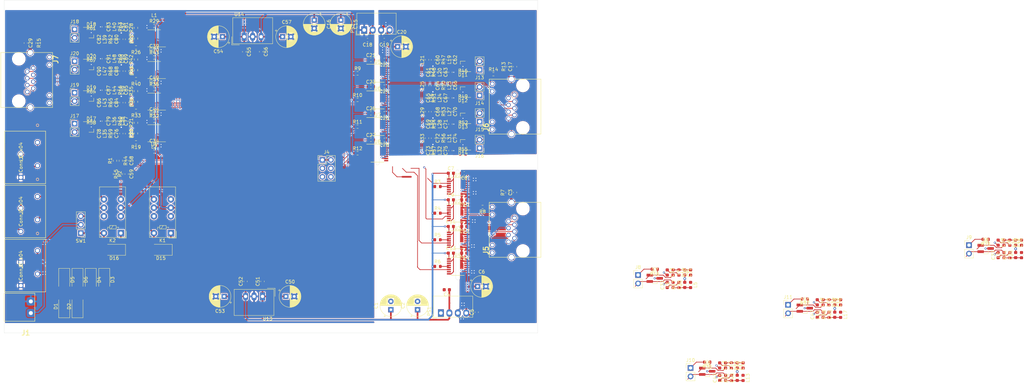
<source format=kicad_pcb>
(kicad_pcb (version 20171130) (host pcbnew "(5.1.9)-1")
  (layers (0 F.Cu signal) (31 B.Cu signal) (34 B.Paste user) (35 F.Paste user) (36 B.SilkS user) (37 F.SilkS user) (38 B.Mask user) (39 F.Mask user) (44 Edge.Cuts user))
  (net 0 "")
  (net 1 GND)
  (net 2 "Net-(C3-Pad1)")
  (net 3 /SignalsToSlave/IsolatorGroup_B/GND_ISO)
  (net 4 /SignalsToSlave/IsolatorGroup_B/5V_ISO)
  (net 5 "Net-(C17-Pad1)")
  (net 6 /SignalsToSlave/IsolatorGroup_A/5V_ISO)
  (net 7 /SignalsToSlave/IsolatorGroup_A/GND_ISO)
  (net 8 "Net-(C29-Pad2)")
  (net 9 "Net-(C30-Pad1)")
  (net 10 "Net-(C31-Pad1)")
  (net 11 "Net-(C32-Pad1)")
  (net 12 "Net-(C33-Pad1)")
  (net 13 "Net-(C35-Pad1)")
  (net 14 "Net-(C36-Pad1)")
  (net 15 "Net-(C37-Pad1)")
  (net 16 "Net-(C38-Pad1)")
  (net 17 "Net-(C40-Pad1)")
  (net 18 "Net-(C41-Pad1)")
  (net 19 "Net-(C42-Pad1)")
  (net 20 "Net-(C43-Pad1)")
  (net 21 "Net-(C45-Pad1)")
  (net 22 "Net-(C46-Pad1)")
  (net 23 "Net-(C47-Pad1)")
  (net 24 "Net-(C48-Pad1)")
  (net 25 +12V)
  (net 26 "Net-(J1-Pad2)")
  (net 27 "Net-(J2-Pad2)")
  (net 28 "Net-(J2-Pad1)")
  (net 29 /PTT_Sub)
  (net 30 /SignalsToSlave/IsolatorGroup_A/PTT_Main)
  (net 31 /SignalsToSlave/IsolatorGroup_B/PTT_Main)
  (net 32 /PTT_Main)
  (net 33 "Net-(J5-Pad11)")
  (net 34 "Net-(J5-Pad9)")
  (net 35 "Net-(J5-Pad10)")
  (net 36 /SignalsToSlave/IsolatorGroup_B/PTT_Sub/B)
  (net 37 /SignalsToSlave/IsolatorGroup_B/PTT_Sub/A)
  (net 38 /SignalsToSlave/IsolatorGroup_B/TX/B)
  (net 39 /SignalsToSlave/IsolatorGroup_B/PTT_Main/B)
  (net 40 /SignalsToSlave/IsolatorGroup_B/PTT_Main/A)
  (net 41 /SignalsToSlave/IsolatorGroup_B/TX/A)
  (net 42 /SignalsToSlave/IsolatorGroup_B/RX/B)
  (net 43 /SignalsToSlave/IsolatorGroup_B/RX/A)
  (net 44 "Net-(J6-Pad11)")
  (net 45 "Net-(J6-Pad9)")
  (net 46 "Net-(J6-Pad10)")
  (net 47 /SignalsToSlave/IsolatorGroup_A/PTT_Sub/B)
  (net 48 /SignalsToSlave/IsolatorGroup_A/PTT_Sub/A)
  (net 49 /SignalsToSlave/IsolatorGroup_A/TX/B)
  (net 50 /SignalsToSlave/IsolatorGroup_A/PTT_Main/B)
  (net 51 /SignalsToSlave/IsolatorGroup_A/PTT_Main/A)
  (net 52 /SignalsToSlave/IsolatorGroup_A/TX/A)
  (net 53 /SignalsToSlave/IsolatorGroup_A/RX/B)
  (net 54 /SignalsToSlave/IsolatorGroup_A/RX/A)
  (net 55 /MasterInput/RS485Tranceiver1/A_in)
  (net 56 /MasterInput/RS485Tranceiver1/B_in)
  (net 57 /MasterInput/RS485Tranceiver2/A_in)
  (net 58 /MasterInput/RS485Tranceiver3/A_in)
  (net 59 /MasterInput/RS485Tranceiver3/B_in)
  (net 60 /MasterInput/RS485Tranceiver2/B_in)
  (net 61 /MasterInput/RS485Tranceiver4/A_in)
  (net 62 /MasterInput/RS485Tranceiver4/B_in)
  (net 63 "Net-(J7-Pad10)")
  (net 64 "Net-(J7-Pad9)")
  (net 65 "Net-(J7-Pad12)")
  (net 66 "Net-(J7-Pad11)")
  (net 67 "Net-(J8-Pad1)")
  (net 68 "Net-(J9-Pad1)")
  (net 69 "Net-(J10-Pad1)")
  (net 70 "Net-(J11-Pad1)")
  (net 71 "Net-(K1-Pad10)")
  (net 72 "Net-(K1-Pad3)")
  (net 73 "Net-(K2-Pad3)")
  (net 74 "Net-(K2-Pad10)")
  (net 75 /SignalsToSlave/IsolatorGroup_B/RX/DE)
  (net 76 /SignalsToSlave/IsolatorGroup_B/TX/DE)
  (net 77 /SignalsToSlave/IsolatorGroup_B/PTT_Main/DE)
  (net 78 /SignalsToSlave/IsolatorGroup_B/PTT_Sub/DE)
  (net 79 /SignalsToSlave/IsolatorGroup_A/RX/DE)
  (net 80 /SignalsToSlave/IsolatorGroup_A/TX/DE)
  (net 81 /SignalsToSlave/IsolatorGroup_A/PTT_Main/DE)
  (net 82 /SignalsToSlave/IsolatorGroup_A/PTT_Sub/DE)
  (net 83 /MasterInput/RS485Tranceiver1/DE1)
  (net 84 /MasterInput/RS485Tranceiver4/DE1)
  (net 85 /MasterInput/RS485Tranceiver2/DE1)
  (net 86 /MasterInput/RS485Tranceiver3/DE1)
  (net 87 "Net-(U1-Pad14)")
  (net 88 "Net-(U1-Pad11)")
  (net 89 "Net-(U1-Pad7)")
  (net 90 /SignalsToSlave/IsolatorGroup_B/RX/D)
  (net 91 /SignalsToSlave/B_RX)
  (net 92 /SignalsToSlave/IsolatorGroup_B/TX/R)
  (net 93 /SignalsToSlave/B_TX)
  (net 94 "Net-(U2-Pad7)")
  (net 95 "Net-(U2-Pad11)")
  (net 96 "Net-(U2-Pad14)")
  (net 97 "Net-(U3-Pad14)")
  (net 98 "Net-(U3-Pad11)")
  (net 99 "Net-(U3-Pad7)")
  (net 100 /SignalsToSlave/IsolatorGroup_B/PTT_Main/R)
  (net 101 /SignalsToSlave/IsolatorGroup_B/PTT_Sub/R)
  (net 102 "Net-(U4-Pad7)")
  (net 103 "Net-(U4-Pad11)")
  (net 104 "Net-(U4-Pad14)")
  (net 105 "Net-(U5-Pad14)")
  (net 106 "Net-(U5-Pad11)")
  (net 107 "Net-(U5-Pad7)")
  (net 108 /SignalsToSlave/IsolatorGroup_A/RX/D)
  (net 109 /SignalsToSlave/A_RX)
  (net 110 /SignalsToSlave/IsolatorGroup_A/TX/R)
  (net 111 /SignalsToSlave/A_TX)
  (net 112 "Net-(U6-Pad7)")
  (net 113 "Net-(U6-Pad11)")
  (net 114 "Net-(U6-Pad14)")
  (net 115 "Net-(U7-Pad14)")
  (net 116 "Net-(U7-Pad11)")
  (net 117 "Net-(U7-Pad7)")
  (net 118 /SignalsToSlave/IsolatorGroup_A/PTT_Main/R)
  (net 119 /SignalsToSlave/IsolatorGroup_A/PTT_Sub/R)
  (net 120 "Net-(U8-Pad7)")
  (net 121 "Net-(U8-Pad11)")
  (net 122 "Net-(U8-Pad14)")
  (net 123 "Net-(J2-Pad4)")
  (net 124 "Net-(J2-Pad3)")
  (net 125 +5V_B)
  (net 126 +5V_A)
  (net 127 /PTT_Main_Flt)
  (net 128 /PTT_Sub_Flt)
  (net 129 +12V_Primary)
  (net 130 +12V_Secondary)
  (net 131 "Net-(D15-Pad2)")
  (net 132 "Net-(D16-Pad2)")
  (net 133 /5V_Non_Iso_A/12V)
  (net 134 /5V_Non_Iso_B/12V)
  (net 135 /MasterInput/RS485Tranceiver2/MODE)
  (net 136 /MasterInput/RS485Tranceiver4/MODE)
  (net 137 "Net-(C60-Pad1)")
  (net 138 "Net-(C61-Pad1)")
  (net 139 "Net-(C62-Pad1)")
  (net 140 "Net-(C63-Pad1)")
  (net 141 "Net-(C64-Pad1)")
  (net 142 "Net-(C65-Pad1)")
  (net 143 "Net-(C66-Pad1)")
  (net 144 "Net-(C67-Pad1)")
  (net 145 "Net-(C68-Pad1)")
  (net 146 "Net-(C69-Pad1)")
  (net 147 "Net-(C70-Pad1)")
  (net 148 "Net-(C71-Pad1)")
  (net 149 "Net-(C72-Pad1)")
  (net 150 "Net-(C73-Pad1)")
  (net 151 "Net-(C74-Pad1)")
  (net 152 "Net-(C75-Pad1)")
  (net 153 "Net-(C76-Pad1)")
  (net 154 "Net-(C77-Pad1)")
  (net 155 "Net-(C78-Pad1)")
  (net 156 "Net-(C79-Pad1)")
  (net 157 "Net-(C80-Pad1)")
  (net 158 "Net-(C81-Pad1)")
  (net 159 "Net-(C82-Pad1)")
  (net 160 "Net-(C83-Pad1)")
  (net 161 "Net-(C84-Pad1)")
  (net 162 "Net-(C85-Pad1)")
  (net 163 "Net-(C86-Pad1)")
  (net 164 "Net-(C87-Pad1)")
  (net 165 "Net-(C88-Pad1)")
  (net 166 "Net-(C89-Pad1)")
  (net 167 "Net-(C90-Pad1)")
  (net 168 "Net-(C91-Pad1)")
  (net 169 "Net-(J13-Pad1)")
  (net 170 "Net-(J14-Pad1)")
  (net 171 "Net-(J15-Pad1)")
  (net 172 "Net-(J16-Pad1)")
  (net 173 "Net-(J17-Pad1)")
  (net 174 "Net-(J18-Pad1)")
  (net 175 "Net-(J19-Pad1)")
  (net 176 "Net-(J20-Pad1)")
  (net 177 /SignalsToSlave/IsolatorGroup_B/RX/filter/A_Out)
  (net 178 /SignalsToSlave/IsolatorGroup_B/RX/filter/B_Out)
  (net 179 /SignalsToSlave/IsolatorGroup_B/TX/filter/A_Out)
  (net 180 /SignalsToSlave/IsolatorGroup_B/TX/filter/B_Out)
  (net 181 /SignalsToSlave/IsolatorGroup_B/PTT_Main/filter/A_Out)
  (net 182 /SignalsToSlave/IsolatorGroup_B/PTT_Main/filter/B_Out)
  (net 183 /SignalsToSlave/IsolatorGroup_B/PTT_Sub/filter/A_Out)
  (net 184 /SignalsToSlave/IsolatorGroup_B/PTT_Sub/filter/B_Out)
  (net 185 /SignalsToSlave/IsolatorGroup_A/RX/filter/A_Out)
  (net 186 /SignalsToSlave/IsolatorGroup_A/RX/filter/B_Out)
  (net 187 /SignalsToSlave/IsolatorGroup_A/TX/filter/A_Out)
  (net 188 /SignalsToSlave/IsolatorGroup_A/TX/filter/B_Out)
  (net 189 /SignalsToSlave/IsolatorGroup_A/PTT_Main/filter/A_Out)
  (net 190 /SignalsToSlave/IsolatorGroup_A/PTT_Main/filter/B_Out)
  (net 191 /SignalsToSlave/IsolatorGroup_A/PTT_Sub/filter/A_Out)
  (net 192 /SignalsToSlave/IsolatorGroup_A/PTT_Sub/filter/B_Out)
  (net 193 /MasterInput/RS485Tranceiver1/sheet60920273/A_Out)
  (net 194 /MasterInput/RS485Tranceiver1/sheet60920273/B_Out)
  (net 195 /MasterInput/RS485Tranceiver4/sheet60920273/A_Out)
  (net 196 /MasterInput/RS485Tranceiver4/sheet60920273/B_Out)
  (net 197 /MasterInput/RS485Tranceiver2/sheet60920273/A_Out)
  (net 198 /MasterInput/RS485Tranceiver2/sheet60920273/B_Out)
  (net 199 /MasterInput/RS485Tranceiver3/sheet60920273/A_Out)
  (net 200 /MasterInput/RS485Tranceiver3/sheet60920273/B_Out)
  (module Connector_PinHeader_2.54mm:PinHeader_1x02_P2.54mm_Vertical (layer F.Cu) (at 192.61 70.93 180)
    (fp_text reference J13 (at 0 -2.33 180) (layer F.SilkS))
    (fp_text value Conn_01x02)
    (pad 1 thru_hole rect (at 0 0 180) (size 1.7 1.7) (drill 1) (layers *.Cu *.Mask) (net 169 "Net-(J13-Pad1)"))
    (pad 2 thru_hole oval (at 0 2.54 180) (size 1.7 1.7) (drill 1) (layers *.Cu *.Mask) (net 54 /SignalsToSlave/IsolatorGroup_A/RX/A))
  )
  (module AR2ISS:RJ45_LED (layer F.Cu) (at 211 82 270)
    (fp_text reference J6 (at 6.194 16.462 90) (layer F.SilkS) (effects (font (size 1.5 1.5) (thickness 0.3))))
    (fp_text value RJ45_LED)
    (pad "" np_thru_hole circle (at 6.35 5.4 270) (size 3.1 3.1) (drill 3.1) (layers *.Cu *.Mask) (clearance 0.5))
    (pad "" np_thru_hole circle (at -6.35 5.4 270) (size 3.1 3.1) (drill 3.1) (layers *.Cu *.Mask) (clearance 0.5))
    (pad 13 thru_hole circle (at 8.25 8.83 270) (size 1.9 1.9) (drill 1.5) (layers *.Cu *.Mask) (net 5 "Net-(C17-Pad1)"))
    (pad 13 thru_hole circle (at -8.25 8.83 270) (size 1.9 1.9) (drill 1.5) (layers *.Cu *.Mask) (net 5 "Net-(C17-Pad1)"))
    (pad 1 thru_hole circle (at -3.57 7.94 270) (size 1.3 1.3) (drill 0.9) (layers *.Cu *.Mask) (net 54 /SignalsToSlave/IsolatorGroup_A/RX/A))
    (pad 2 thru_hole circle (at -2.55 9.72 270) (size 1.3 1.3) (drill 0.9) (layers *.Cu *.Mask) (net 53 /SignalsToSlave/IsolatorGroup_A/RX/B))
    (pad 3 thru_hole circle (at -1.53 7.94 270) (size 1.3 1.3) (drill 0.9) (layers *.Cu *.Mask) (net 52 /SignalsToSlave/IsolatorGroup_A/TX/A))
    (pad 4 thru_hole circle (at -0.51 9.72 270) (size 1.3 1.3) (drill 0.9) (layers *.Cu *.Mask) (net 51 /SignalsToSlave/IsolatorGroup_A/PTT_Main/A))
    (pad 5 thru_hole circle (at 0.51 7.94 270) (size 1.3 1.3) (drill 0.9) (layers *.Cu *.Mask) (net 50 /SignalsToSlave/IsolatorGroup_A/PTT_Main/B))
    (pad 6 thru_hole circle (at 1.53 9.72 270) (size 1.3 1.3) (drill 0.9) (layers *.Cu *.Mask) (net 49 /SignalsToSlave/IsolatorGroup_A/TX/B))
    (pad 7 thru_hole circle (at 2.55 7.94 270) (size 1.3 1.3) (drill 0.9) (layers *.Cu *.Mask) (net 48 /SignalsToSlave/IsolatorGroup_A/PTT_Sub/A))
    (pad 8 thru_hole circle (at 3.57 9.72 270) (size 1.3 1.3) (drill 0.9) (layers *.Cu *.Mask) (net 47 /SignalsToSlave/IsolatorGroup_A/PTT_Sub/B))
    (pad 10 thru_hole circle (at 6.86 14.58 270) (size 1.3 1.3) (drill 0.9) (layers *.Cu *.Mask) (net 46 "Net-(J6-Pad10)"))
    (pad 9 thru_hole circle (at 4.57 14.58 270) (size 1.3 1.3) (drill 0.9) (layers *.Cu *.Mask) (net 45 "Net-(J6-Pad9)"))
    (pad 12 thru_hole circle (at -4.57 14.58 270) (size 1.3 1.3) (drill 0.9) (layers *.Cu *.Mask) (net 6 /SignalsToSlave/IsolatorGroup_A/5V_ISO))
    (pad 11 thru_hole circle (at -6.86 14.58 270) (size 1.3 1.3) (drill 0.9) (layers *.Cu *.Mask) (net 44 "Net-(J6-Pad11)"))
  )
  (module Resistor_SMD:R_0603_1608Metric (layer F.Cu) (at 83.39 67.61 270)
    (fp_text reference R69 (at 0 -1.43 270) (layer F.SilkS))
    (fp_text value 220)
    (pad 2 smd roundrect (at 0.825 0 270) (size 0.8 0.95) (layers F.Cu F.Paste F.Mask) (net 168 "Net-(C91-Pad1)"))
    (pad 1 smd roundrect (at -0.825 0 270) (size 0.8 0.95) (layers F.Cu F.Paste F.Mask) (net 166 "Net-(C89-Pad1)"))
  )
  (module Resistor_SMD:R_0603_1608Metric (layer F.Cu) (at 83.39 71.36 90)
    (fp_text reference R68 (at 0 -1.43 -90) (layer F.SilkS))
    (fp_text value 220)
    (pad 2 smd roundrect (at 0.825 0 90) (size 0.8 0.95) (layers F.Cu F.Paste F.Mask) (net 167 "Net-(C90-Pad1)"))
    (pad 1 smd roundrect (at -0.825 0 90) (size 0.8 0.95) (layers F.Cu F.Paste F.Mask) (net 165 "Net-(C88-Pad1)"))
  )
  (module Resistor_SMD:R_0603_1608Metric (layer F.Cu) (at 76.14 66.61 180)
    (fp_text reference R67 (at 0 -1.43 180) (layer F.SilkS))
    (fp_text value 120)
    (pad 2 smd roundrect (at 0.825 0 180) (size 0.8 0.95) (layers F.Cu F.Paste F.Mask) (net 176 "Net-(J20-Pad1)"))
    (pad 1 smd roundrect (at -0.825 0 180) (size 0.8 0.95) (layers F.Cu F.Paste F.Mask) (net 59 /MasterInput/RS485Tranceiver3/B_in))
  )
  (module Resistor_SMD:R_0603_1608Metric (layer F.Cu) (at 83.38 77.07 270)
    (fp_text reference R66 (at 0 -1.43 270) (layer F.SilkS))
    (fp_text value 220)
    (pad 2 smd roundrect (at 0.825 0 270) (size 0.8 0.95) (layers F.Cu F.Paste F.Mask) (net 164 "Net-(C87-Pad1)"))
    (pad 1 smd roundrect (at -0.825 0 270) (size 0.8 0.95) (layers F.Cu F.Paste F.Mask) (net 162 "Net-(C85-Pad1)"))
  )
  (module Resistor_SMD:R_0603_1608Metric (layer F.Cu) (at 83.38 80.82 90)
    (fp_text reference R65 (at 0 -1.43 -90) (layer F.SilkS))
    (fp_text value 220)
    (pad 2 smd roundrect (at 0.825 0 90) (size 0.8 0.95) (layers F.Cu F.Paste F.Mask) (net 163 "Net-(C86-Pad1)"))
    (pad 1 smd roundrect (at -0.825 0 90) (size 0.8 0.95) (layers F.Cu F.Paste F.Mask) (net 161 "Net-(C84-Pad1)"))
  )
  (module Resistor_SMD:R_0603_1608Metric (layer F.Cu) (at 76.13 76.07 180)
    (fp_text reference R64 (at 0 -1.43 180) (layer F.SilkS))
    (fp_text value 120)
    (pad 2 smd roundrect (at 0.825 0 180) (size 0.8 0.95) (layers F.Cu F.Paste F.Mask) (net 175 "Net-(J19-Pad1)"))
    (pad 1 smd roundrect (at -0.825 0 180) (size 0.8 0.95) (layers F.Cu F.Paste F.Mask) (net 60 /MasterInput/RS485Tranceiver2/B_in))
  )
  (module Resistor_SMD:R_0603_1608Metric (layer F.Cu) (at 83.38 58.03 270)
    (fp_text reference R63 (at 0 -1.43 270) (layer F.SilkS))
    (fp_text value 220)
    (pad 2 smd roundrect (at 0.825 0 270) (size 0.8 0.95) (layers F.Cu F.Paste F.Mask) (net 160 "Net-(C83-Pad1)"))
    (pad 1 smd roundrect (at -0.825 0 270) (size 0.8 0.95) (layers F.Cu F.Paste F.Mask) (net 158 "Net-(C81-Pad1)"))
  )
  (module Resistor_SMD:R_0603_1608Metric (layer F.Cu) (at 83.38 61.78 90)
    (fp_text reference R62 (at 0 -1.43 -90) (layer F.SilkS))
    (fp_text value 220)
    (pad 2 smd roundrect (at 0.825 0 90) (size 0.8 0.95) (layers F.Cu F.Paste F.Mask) (net 159 "Net-(C82-Pad1)"))
    (pad 1 smd roundrect (at -0.825 0 90) (size 0.8 0.95) (layers F.Cu F.Paste F.Mask) (net 157 "Net-(C80-Pad1)"))
  )
  (module Resistor_SMD:R_0603_1608Metric (layer F.Cu) (at 76.13 57.03 180)
    (fp_text reference R61 (at 0 -1.43 180) (layer F.SilkS))
    (fp_text value 120)
    (pad 2 smd roundrect (at 0.825 0 180) (size 0.8 0.95) (layers F.Cu F.Paste F.Mask) (net 174 "Net-(J18-Pad1)"))
    (pad 1 smd roundrect (at -0.825 0 180) (size 0.8 0.95) (layers F.Cu F.Paste F.Mask) (net 62 /MasterInput/RS485Tranceiver4/B_in))
  )
  (module Resistor_SMD:R_0603_1608Metric (layer F.Cu) (at 83.38 86.36 270)
    (fp_text reference R60 (at 0 -1.43 270) (layer F.SilkS))
    (fp_text value 220)
    (pad 2 smd roundrect (at 0.825 0 270) (size 0.8 0.95) (layers F.Cu F.Paste F.Mask) (net 156 "Net-(C79-Pad1)"))
    (pad 1 smd roundrect (at -0.825 0 270) (size 0.8 0.95) (layers F.Cu F.Paste F.Mask) (net 154 "Net-(C77-Pad1)"))
  )
  (module Resistor_SMD:R_0603_1608Metric (layer F.Cu) (at 83.38 90.11 90)
    (fp_text reference R59 (at 0 -1.43 -90) (layer F.SilkS))
    (fp_text value 220)
    (pad 2 smd roundrect (at 0.825 0 90) (size 0.8 0.95) (layers F.Cu F.Paste F.Mask) (net 155 "Net-(C78-Pad1)"))
    (pad 1 smd roundrect (at -0.825 0 90) (size 0.8 0.95) (layers F.Cu F.Paste F.Mask) (net 153 "Net-(C76-Pad1)"))
  )
  (module Resistor_SMD:R_0603_1608Metric (layer F.Cu) (at 76.13 85.36 180)
    (fp_text reference R58 (at 0 -1.43 180) (layer F.SilkS))
    (fp_text value 120)
    (pad 2 smd roundrect (at 0.825 0 180) (size 0.8 0.95) (layers F.Cu F.Paste F.Mask) (net 173 "Net-(J17-Pad1)"))
    (pad 1 smd roundrect (at -0.825 0 180) (size 0.8 0.95) (layers F.Cu F.Paste F.Mask) (net 56 /MasterInput/RS485Tranceiver1/B_in))
  )
  (module Resistor_SMD:R_0603_1608Metric (layer F.Cu) (at 180.36 95.22 90)
    (fp_text reference R57 (at 0 -1.43 270) (layer F.SilkS))
    (fp_text value 220)
    (pad 2 smd roundrect (at 0.825 0 90) (size 0.8 0.95) (layers F.Cu F.Paste F.Mask) (net 152 "Net-(C75-Pad1)"))
    (pad 1 smd roundrect (at -0.825 0 90) (size 0.8 0.95) (layers F.Cu F.Paste F.Mask) (net 150 "Net-(C73-Pad1)"))
  )
  (module Resistor_SMD:R_0603_1608Metric (layer F.Cu) (at 180.36 91.47 270)
    (fp_text reference R56 (at 0 -1.43 270) (layer F.SilkS))
    (fp_text value 220)
    (pad 2 smd roundrect (at 0.825 0 270) (size 0.8 0.95) (layers F.Cu F.Paste F.Mask) (net 151 "Net-(C74-Pad1)"))
    (pad 1 smd roundrect (at -0.825 0 270) (size 0.8 0.95) (layers F.Cu F.Paste F.Mask) (net 149 "Net-(C72-Pad1)"))
  )
  (module Resistor_SMD:R_0603_1608Metric (layer F.Cu) (at 187.61 96.22)
    (fp_text reference R55 (at 0 -1.43 180) (layer F.SilkS))
    (fp_text value 120)
    (pad 2 smd roundrect (at 0.825 0) (size 0.8 0.95) (layers F.Cu F.Paste F.Mask) (net 172 "Net-(J16-Pad1)"))
    (pad 1 smd roundrect (at -0.825 0) (size 0.8 0.95) (layers F.Cu F.Paste F.Mask) (net 47 /SignalsToSlave/IsolatorGroup_A/PTT_Sub/B))
  )
  (module Resistor_SMD:R_0603_1608Metric (layer F.Cu) (at 180.37 87.26 90)
    (fp_text reference R54 (at 0 -1.43 270) (layer F.SilkS))
    (fp_text value 220)
    (pad 2 smd roundrect (at 0.825 0 90) (size 0.8 0.95) (layers F.Cu F.Paste F.Mask) (net 148 "Net-(C71-Pad1)"))
    (pad 1 smd roundrect (at -0.825 0 90) (size 0.8 0.95) (layers F.Cu F.Paste F.Mask) (net 146 "Net-(C69-Pad1)"))
  )
  (module Resistor_SMD:R_0603_1608Metric (layer F.Cu) (at 180.37 83.51 270)
    (fp_text reference R53 (at 0 -1.43 270) (layer F.SilkS))
    (fp_text value 220)
    (pad 2 smd roundrect (at 0.825 0 270) (size 0.8 0.95) (layers F.Cu F.Paste F.Mask) (net 147 "Net-(C70-Pad1)"))
    (pad 1 smd roundrect (at -0.825 0 270) (size 0.8 0.95) (layers F.Cu F.Paste F.Mask) (net 145 "Net-(C68-Pad1)"))
  )
  (module Resistor_SMD:R_0603_1608Metric (layer F.Cu) (at 187.675 88.25)
    (fp_text reference R52 (at 0 -1.43 180) (layer F.SilkS))
    (fp_text value 120)
    (pad 2 smd roundrect (at 0.825 0) (size 0.8 0.95) (layers F.Cu F.Paste F.Mask) (net 171 "Net-(J15-Pad1)"))
    (pad 1 smd roundrect (at -0.825 0) (size 0.8 0.95) (layers F.Cu F.Paste F.Mask) (net 50 /SignalsToSlave/IsolatorGroup_A/PTT_Main/B))
  )
  (module Resistor_SMD:R_0603_1608Metric (layer F.Cu) (at 180.35 79.39 90)
    (fp_text reference R51 (at 0 -1.43 270) (layer F.SilkS))
    (fp_text value 220)
    (pad 1 smd roundrect (at -0.825 0 90) (size 0.8 0.95) (layers F.Cu F.Paste F.Mask) (net 142 "Net-(C65-Pad1)"))
    (pad 2 smd roundrect (at 0.825 0 90) (size 0.8 0.95) (layers F.Cu F.Paste F.Mask) (net 144 "Net-(C67-Pad1)"))
  )
  (module Resistor_SMD:R_0603_1608Metric (layer F.Cu) (at 180.35 75.64 270)
    (fp_text reference R50 (at 0 -1.43 270) (layer F.SilkS))
    (fp_text value 220)
    (pad 1 smd roundrect (at -0.825 0 270) (size 0.8 0.95) (layers F.Cu F.Paste F.Mask) (net 141 "Net-(C64-Pad1)"))
    (pad 2 smd roundrect (at 0.825 0 270) (size 0.8 0.95) (layers F.Cu F.Paste F.Mask) (net 143 "Net-(C66-Pad1)"))
  )
  (module Resistor_SMD:R_0603_1608Metric (layer F.Cu) (at 187.6 80.39)
    (fp_text reference R49 (at 0 -1.43 180) (layer F.SilkS))
    (fp_text value 120)
    (pad 1 smd roundrect (at -0.825 0) (size 0.8 0.95) (layers F.Cu F.Paste F.Mask) (net 49 /SignalsToSlave/IsolatorGroup_A/TX/B))
    (pad 2 smd roundrect (at 0.825 0) (size 0.8 0.95) (layers F.Cu F.Paste F.Mask) (net 170 "Net-(J14-Pad1)"))
  )
  (module Resistor_SMD:R_0603_1608Metric (layer F.Cu) (at 180.36 71.68 90)
    (fp_text reference R48 (at 0 -1.43 270) (layer F.SilkS))
    (fp_text value 220)
    (pad 1 smd roundrect (at -0.825 0 90) (size 0.8 0.95) (layers F.Cu F.Paste F.Mask) (net 138 "Net-(C61-Pad1)"))
    (pad 2 smd roundrect (at 0.825 0 90) (size 0.8 0.95) (layers F.Cu F.Paste F.Mask) (net 140 "Net-(C63-Pad1)"))
  )
  (module Resistor_SMD:R_0603_1608Metric (layer F.Cu) (at 180.36 67.93 270)
    (fp_text reference R47 (at 0 -1.43 270) (layer F.SilkS))
    (fp_text value 220)
    (pad 1 smd roundrect (at -0.825 0 270) (size 0.8 0.95) (layers F.Cu F.Paste F.Mask) (net 137 "Net-(C60-Pad1)"))
    (pad 2 smd roundrect (at 0.825 0 270) (size 0.8 0.95) (layers F.Cu F.Paste F.Mask) (net 139 "Net-(C62-Pad1)"))
  )
  (module Resistor_SMD:R_0603_1608Metric (layer F.Cu) (at 187.61 72.68)
    (fp_text reference R46 (at 0 -1.43 180) (layer F.SilkS))
    (fp_text value 120)
    (pad 1 smd roundrect (at -0.825 0) (size 0.8 0.95) (layers F.Cu F.Paste F.Mask) (net 53 /SignalsToSlave/IsolatorGroup_A/RX/B))
    (pad 2 smd roundrect (at 0.825 0) (size 0.8 0.95) (layers F.Cu F.Paste F.Mask) (net 169 "Net-(J13-Pad1)"))
  )
  (module Resistor_SMD:R_0603_1608Metric (layer F.Cu) (at 297.4 140.78 270)
    (fp_text reference R39 (at 0 -1.43 270) (layer F.SilkS))
    (fp_text value 220)
    (pad 2 smd roundrect (at 0.825 0 270) (size 0.8 0.95) (layers F.Cu F.Paste F.Mask) (net 24 "Net-(C48-Pad1)"))
    (pad 1 smd roundrect (at -0.825 0 270) (size 0.8 0.95) (layers F.Cu F.Paste F.Mask) (net 22 "Net-(C46-Pad1)"))
  )
  (module Resistor_SMD:R_0603_1608Metric (layer F.Cu) (at 297.4 144.53 90)
    (fp_text reference R38 (at 0 -1.43 -90) (layer F.SilkS))
    (fp_text value 220)
    (pad 2 smd roundrect (at 0.825 0 90) (size 0.8 0.95) (layers F.Cu F.Paste F.Mask) (net 23 "Net-(C47-Pad1)"))
    (pad 1 smd roundrect (at -0.825 0 90) (size 0.8 0.95) (layers F.Cu F.Paste F.Mask) (net 21 "Net-(C45-Pad1)"))
  )
  (module Resistor_SMD:R_0603_1608Metric (layer F.Cu) (at 290.15 139.78 180)
    (fp_text reference R37 (at 0 -1.43 180) (layer F.SilkS))
    (fp_text value 120)
    (pad 2 smd roundrect (at 0.825 0 180) (size 0.8 0.95) (layers F.Cu F.Paste F.Mask) (net 70 "Net-(J11-Pad1)"))
    (pad 1 smd roundrect (at -0.825 0 180) (size 0.8 0.95) (layers F.Cu F.Paste F.Mask) (net 36 /SignalsToSlave/IsolatorGroup_B/PTT_Sub/B))
  )
  (module Resistor_SMD:R_0603_1608Metric (layer F.Cu) (at 268.14 159.74 270)
    (fp_text reference R32 (at 0 -1.43 270) (layer F.SilkS))
    (fp_text value 220)
    (pad 2 smd roundrect (at 0.825 0 270) (size 0.8 0.95) (layers F.Cu F.Paste F.Mask) (net 20 "Net-(C43-Pad1)"))
    (pad 1 smd roundrect (at -0.825 0 270) (size 0.8 0.95) (layers F.Cu F.Paste F.Mask) (net 18 "Net-(C41-Pad1)"))
  )
  (module Resistor_SMD:R_0603_1608Metric (layer F.Cu) (at 268.14 163.49 90)
    (fp_text reference R31 (at 0 -1.43 -90) (layer F.SilkS))
    (fp_text value 220)
    (pad 2 smd roundrect (at 0.825 0 90) (size 0.8 0.95) (layers F.Cu F.Paste F.Mask) (net 19 "Net-(C42-Pad1)"))
    (pad 1 smd roundrect (at -0.825 0 90) (size 0.8 0.95) (layers F.Cu F.Paste F.Mask) (net 17 "Net-(C40-Pad1)"))
  )
  (module Resistor_SMD:R_0603_1608Metric (layer F.Cu) (at 260.89 158.74 180)
    (fp_text reference R30 (at 0 -1.43 180) (layer F.SilkS))
    (fp_text value 120)
    (pad 2 smd roundrect (at 0.825 0 180) (size 0.8 0.95) (layers F.Cu F.Paste F.Mask) (net 69 "Net-(J10-Pad1)"))
    (pad 1 smd roundrect (at -0.825 0 180) (size 0.8 0.95) (layers F.Cu F.Paste F.Mask) (net 39 /SignalsToSlave/IsolatorGroup_B/PTT_Main/B))
  )
  (module Resistor_SMD:R_0603_1608Metric (layer F.Cu) (at 351.66 122.86 270)
    (fp_text reference R25 (at 0 -1.43 270) (layer F.SilkS))
    (fp_text value 220)
    (pad 2 smd roundrect (at 0.825 0 270) (size 0.8 0.95) (layers F.Cu F.Paste F.Mask) (net 16 "Net-(C38-Pad1)"))
    (pad 1 smd roundrect (at -0.825 0 270) (size 0.8 0.95) (layers F.Cu F.Paste F.Mask) (net 14 "Net-(C36-Pad1)"))
  )
  (module Resistor_SMD:R_0603_1608Metric (layer F.Cu) (at 351.66 126.61 90)
    (fp_text reference R24 (at 0 -1.43 -90) (layer F.SilkS))
    (fp_text value 220)
    (pad 2 smd roundrect (at 0.825 0 90) (size 0.8 0.95) (layers F.Cu F.Paste F.Mask) (net 15 "Net-(C37-Pad1)"))
    (pad 1 smd roundrect (at -0.825 0 90) (size 0.8 0.95) (layers F.Cu F.Paste F.Mask) (net 13 "Net-(C35-Pad1)"))
  )
  (module Resistor_SMD:R_0603_1608Metric (layer F.Cu) (at 344.41 121.86 180)
    (fp_text reference R23 (at 0 -1.43 180) (layer F.SilkS))
    (fp_text value 120)
    (pad 2 smd roundrect (at 0.825 0 180) (size 0.8 0.95) (layers F.Cu F.Paste F.Mask) (net 68 "Net-(J9-Pad1)"))
    (pad 1 smd roundrect (at -0.825 0 180) (size 0.8 0.95) (layers F.Cu F.Paste F.Mask) (net 38 /SignalsToSlave/IsolatorGroup_B/TX/B))
  )
  (module Resistor_SMD:R_0603_1608Metric (layer F.Cu) (at 252.4 131.82 270)
    (fp_text reference R18 (at 0 -1.43 270) (layer F.SilkS))
    (fp_text value 220)
    (pad 2 smd roundrect (at 0.825 0 270) (size 0.8 0.95) (layers F.Cu F.Paste F.Mask) (net 12 "Net-(C33-Pad1)"))
    (pad 1 smd roundrect (at -0.825 0 270) (size 0.8 0.95) (layers F.Cu F.Paste F.Mask) (net 10 "Net-(C31-Pad1)"))
  )
  (module Resistor_SMD:R_0603_1608Metric (layer F.Cu) (at 252.4 135.57 90)
    (fp_text reference R17 (at 0 -1.43 -90) (layer F.SilkS))
    (fp_text value 220)
    (pad 2 smd roundrect (at 0.825 0 90) (size 0.8 0.95) (layers F.Cu F.Paste F.Mask) (net 11 "Net-(C32-Pad1)"))
    (pad 1 smd roundrect (at -0.825 0 90) (size 0.8 0.95) (layers F.Cu F.Paste F.Mask) (net 9 "Net-(C30-Pad1)"))
  )
  (module Resistor_SMD:R_0603_1608Metric (layer F.Cu) (at 245.15 130.82 180)
    (fp_text reference R16 (at 0 -1.43 180) (layer F.SilkS))
    (fp_text value 120)
    (pad 2 smd roundrect (at 0.825 0 180) (size 0.8 0.95) (layers F.Cu F.Paste F.Mask) (net 67 "Net-(J8-Pad1)"))
    (pad 1 smd roundrect (at -0.825 0 180) (size 0.8 0.95) (layers F.Cu F.Paste F.Mask) (net 42 /SignalsToSlave/IsolatorGroup_B/RX/B))
  )
  (module Inductor_SMD:L_0603_1608Metric (layer F.Cu) (at 86.89 67.61 90)
    (fp_text reference L50 (at 0 -1.43 -90) (layer F.SilkS))
    (fp_text value 10u)
    (pad 2 smd roundrect (at 0.7875 0 90) (size 0.875 0.95) (layers F.Cu F.Paste F.Mask) (net 166 "Net-(C89-Pad1)"))
    (pad 1 smd roundrect (at -0.7875 0 90) (size 0.875 0.95) (layers F.Cu F.Paste F.Mask) (net 200 /MasterInput/RS485Tranceiver3/sheet60920273/B_Out))
  )
  (module Inductor_SMD:L_0603_1608Metric (layer F.Cu) (at 86.89 71.36 270)
    (fp_text reference L49 (at 0 -1.43 270) (layer F.SilkS))
    (fp_text value 10u)
    (pad 2 smd roundrect (at 0.7875 0 270) (size 0.875 0.95) (layers F.Cu F.Paste F.Mask) (net 165 "Net-(C88-Pad1)"))
    (pad 1 smd roundrect (at -0.7875 0 270) (size 0.875 0.95) (layers F.Cu F.Paste F.Mask) (net 199 /MasterInput/RS485Tranceiver3/sheet60920273/A_Out))
  )
  (module Inductor_SMD:L_0603_1608Metric (layer F.Cu) (at 81.64 67.61 270)
    (fp_text reference L48 (at 0 -1.43 270) (layer F.SilkS))
    (fp_text value 74279266)
    (pad 2 smd roundrect (at 0.7875 0 270) (size 0.875 0.95) (layers F.Cu F.Paste F.Mask) (net 59 /MasterInput/RS485Tranceiver3/B_in))
    (pad 1 smd roundrect (at -0.7875 0 270) (size 0.875 0.95) (layers F.Cu F.Paste F.Mask) (net 166 "Net-(C89-Pad1)"))
  )
  (module Inductor_SMD:L_0603_1608Metric (layer F.Cu) (at 81.64 71.36 90)
    (fp_text reference L47 (at 0 -1.43 -90) (layer F.SilkS))
    (fp_text value 74279266)
    (pad 2 smd roundrect (at 0.7875 0 90) (size 0.875 0.95) (layers F.Cu F.Paste F.Mask) (net 58 /MasterInput/RS485Tranceiver3/A_in))
    (pad 1 smd roundrect (at -0.7875 0 90) (size 0.875 0.95) (layers F.Cu F.Paste F.Mask) (net 165 "Net-(C88-Pad1)"))
  )
  (module Inductor_SMD:L_0603_1608Metric (layer F.Cu) (at 86.88 77.07 90)
    (fp_text reference L46 (at 0 -1.43 -90) (layer F.SilkS))
    (fp_text value 10u)
    (pad 2 smd roundrect (at 0.7875 0 90) (size 0.875 0.95) (layers F.Cu F.Paste F.Mask) (net 162 "Net-(C85-Pad1)"))
    (pad 1 smd roundrect (at -0.7875 0 90) (size 0.875 0.95) (layers F.Cu F.Paste F.Mask) (net 198 /MasterInput/RS485Tranceiver2/sheet60920273/B_Out))
  )
  (module Inductor_SMD:L_0603_1608Metric (layer F.Cu) (at 86.88 80.82 270)
    (fp_text reference L45 (at 0 -1.43 270) (layer F.SilkS))
    (fp_text value 10u)
    (pad 2 smd roundrect (at 0.7875 0 270) (size 0.875 0.95) (layers F.Cu F.Paste F.Mask) (net 161 "Net-(C84-Pad1)"))
    (pad 1 smd roundrect (at -0.7875 0 270) (size 0.875 0.95) (layers F.Cu F.Paste F.Mask) (net 197 /MasterInput/RS485Tranceiver2/sheet60920273/A_Out))
  )
  (module Inductor_SMD:L_0603_1608Metric (layer F.Cu) (at 81.63 77.07 270)
    (fp_text reference L44 (at 0 -1.43 270) (layer F.SilkS))
    (fp_text value 74279266)
    (pad 2 smd roundrect (at 0.7875 0 270) (size 0.875 0.95) (layers F.Cu F.Paste F.Mask) (net 60 /MasterInput/RS485Tranceiver2/B_in))
    (pad 1 smd roundrect (at -0.7875 0 270) (size 0.875 0.95) (layers F.Cu F.Paste F.Mask) (net 162 "Net-(C85-Pad1)"))
  )
  (module Inductor_SMD:L_0603_1608Metric (layer F.Cu) (at 81.63 80.82 90)
    (fp_text reference L43 (at 0 -1.43 -90) (layer F.SilkS))
    (fp_text value 74279266)
    (pad 2 smd roundrect (at 0.7875 0 90) (size 0.875 0.95) (layers F.Cu F.Paste F.Mask) (net 57 /MasterInput/RS485Tranceiver2/A_in))
    (pad 1 smd roundrect (at -0.7875 0 90) (size 0.875 0.95) (layers F.Cu F.Paste F.Mask) (net 161 "Net-(C84-Pad1)"))
  )
  (module Inductor_SMD:L_0603_1608Metric (layer F.Cu) (at 86.88 58.03 90)
    (fp_text reference L42 (at 0 -1.43 -90) (layer F.SilkS))
    (fp_text value 10u)
    (pad 2 smd roundrect (at 0.7875 0 90) (size 0.875 0.95) (layers F.Cu F.Paste F.Mask) (net 158 "Net-(C81-Pad1)"))
    (pad 1 smd roundrect (at -0.7875 0 90) (size 0.875 0.95) (layers F.Cu F.Paste F.Mask) (net 196 /MasterInput/RS485Tranceiver4/sheet60920273/B_Out))
  )
  (module Inductor_SMD:L_0603_1608Metric (layer F.Cu) (at 86.88 61.78 270)
    (fp_text reference L41 (at 0 -1.43 270) (layer F.SilkS))
    (fp_text value 10u)
    (pad 2 smd roundrect (at 0.7875 0 270) (size 0.875 0.95) (layers F.Cu F.Paste F.Mask) (net 157 "Net-(C80-Pad1)"))
    (pad 1 smd roundrect (at -0.7875 0 270) (size 0.875 0.95) (layers F.Cu F.Paste F.Mask) (net 195 /MasterInput/RS485Tranceiver4/sheet60920273/A_Out))
  )
  (module Inductor_SMD:L_0603_1608Metric (layer F.Cu) (at 81.63 58.03 270)
    (fp_text reference L40 (at 0 -1.43 270) (layer F.SilkS))
    (fp_text value 74279266)
    (pad 2 smd roundrect (at 0.7875 0 270) (size 0.875 0.95) (layers F.Cu F.Paste F.Mask) (net 62 /MasterInput/RS485Tranceiver4/B_in))
    (pad 1 smd roundrect (at -0.7875 0 270) (size 0.875 0.95) (layers F.Cu F.Paste F.Mask) (net 158 "Net-(C81-Pad1)"))
  )
  (module Inductor_SMD:L_0603_1608Metric (layer F.Cu) (at 81.63 61.78 90)
    (fp_text reference L39 (at 0 -1.43 -90) (layer F.SilkS))
    (fp_text value 74279266)
    (pad 2 smd roundrect (at 0.7875 0 90) (size 0.875 0.95) (layers F.Cu F.Paste F.Mask) (net 61 /MasterInput/RS485Tranceiver4/A_in))
    (pad 1 smd roundrect (at -0.7875 0 90) (size 0.875 0.95) (layers F.Cu F.Paste F.Mask) (net 157 "Net-(C80-Pad1)"))
  )
  (module Inductor_SMD:L_0603_1608Metric (layer F.Cu) (at 86.88 86.36 90)
    (fp_text reference L38 (at 0 -1.43 -90) (layer F.SilkS))
    (fp_text value 10u)
    (pad 2 smd roundrect (at 0.7875 0 90) (size 0.875 0.95) (layers F.Cu F.Paste F.Mask) (net 154 "Net-(C77-Pad1)"))
    (pad 1 smd roundrect (at -0.7875 0 90) (size 0.875 0.95) (layers F.Cu F.Paste F.Mask) (net 194 /MasterInput/RS485Tranceiver1/sheet60920273/B_Out))
  )
  (module Inductor_SMD:L_0603_1608Metric (layer F.Cu) (at 86.88 90.11 270)
    (fp_text reference L37 (at 0 -1.43 270) (layer F.SilkS))
    (fp_text value 10u)
    (pad 2 smd roundrect (at 0.7875 0 270) (size 0.875 0.95) (layers F.Cu F.Paste F.Mask) (net 153 "Net-(C76-Pad1)"))
    (pad 1 smd roundrect (at -0.7875 0 270) (size 0.875 0.95) (layers F.Cu F.Paste F.Mask) (net 193 /MasterInput/RS485Tranceiver1/sheet60920273/A_Out))
  )
  (module Inductor_SMD:L_0603_1608Metric (layer F.Cu) (at 81.63 86.36 270)
    (fp_text reference L36 (at 0 -1.43 270) (layer F.SilkS))
    (fp_text value 74279266)
    (pad 2 smd roundrect (at 0.7875 0 270) (size 0.875 0.95) (layers F.Cu F.Paste F.Mask) (net 56 /MasterInput/RS485Tranceiver1/B_in))
    (pad 1 smd roundrect (at -0.7875 0 270) (size 0.875 0.95) (layers F.Cu F.Paste F.Mask) (net 154 "Net-(C77-Pad1)"))
  )
  (module Inductor_SMD:L_0603_1608Metric (layer F.Cu) (at 81.63 90.11 90)
    (fp_text reference L35 (at 0 -1.43 -90) (layer F.SilkS))
    (fp_text value 74279266)
    (pad 2 smd roundrect (at 0.7875 0 90) (size 0.875 0.95) (layers F.Cu F.Paste F.Mask) (net 55 /MasterInput/RS485Tranceiver1/A_in))
    (pad 1 smd roundrect (at -0.7875 0 90) (size 0.875 0.95) (layers F.Cu F.Paste F.Mask) (net 153 "Net-(C76-Pad1)"))
  )
  (module Inductor_SMD:L_0603_1608Metric (layer F.Cu) (at 176.86 95.22 270)
    (fp_text reference L34 (at 0 -1.43 270) (layer F.SilkS))
    (fp_text value 10u)
    (pad 2 smd roundrect (at 0.7875 0 270) (size 0.875 0.95) (layers F.Cu F.Paste F.Mask) (net 150 "Net-(C73-Pad1)"))
    (pad 1 smd roundrect (at -0.7875 0 270) (size 0.875 0.95) (layers F.Cu F.Paste F.Mask) (net 192 /SignalsToSlave/IsolatorGroup_A/PTT_Sub/filter/B_Out))
  )
  (module Inductor_SMD:L_0603_1608Metric (layer F.Cu) (at 176.86 91.47 90)
    (fp_text reference L33 (at 0 -1.43 270) (layer F.SilkS))
    (fp_text value 10u)
    (pad 2 smd roundrect (at 0.7875 0 90) (size 0.875 0.95) (layers F.Cu F.Paste F.Mask) (net 149 "Net-(C72-Pad1)"))
    (pad 1 smd roundrect (at -0.7875 0 90) (size 0.875 0.95) (layers F.Cu F.Paste F.Mask) (net 191 /SignalsToSlave/IsolatorGroup_A/PTT_Sub/filter/A_Out))
  )
  (module Inductor_SMD:L_0603_1608Metric (layer F.Cu) (at 182.11 95.22 90)
    (fp_text reference L32 (at 0 -1.43 270) (layer F.SilkS))
    (fp_text value 74279266)
    (pad 2 smd roundrect (at 0.7875 0 90) (size 0.875 0.95) (layers F.Cu F.Paste F.Mask) (net 47 /SignalsToSlave/IsolatorGroup_A/PTT_Sub/B))
    (pad 1 smd roundrect (at -0.7875 0 90) (size 0.875 0.95) (layers F.Cu F.Paste F.Mask) (net 150 "Net-(C73-Pad1)"))
  )
  (module Inductor_SMD:L_0603_1608Metric (layer F.Cu) (at 182.11 91.47 270)
    (fp_text reference L31 (at 0 -1.43 270) (layer F.SilkS))
    (fp_text value 74279266)
    (pad 2 smd roundrect (at 0.7875 0 270) (size 0.875 0.95) (layers F.Cu F.Paste F.Mask) (net 48 /SignalsToSlave/IsolatorGroup_A/PTT_Sub/A))
    (pad 1 smd roundrect (at -0.7875 0 270) (size 0.875 0.95) (layers F.Cu F.Paste F.Mask) (net 149 "Net-(C72-Pad1)"))
  )
  (module Inductor_SMD:L_0603_1608Metric (layer F.Cu) (at 176.87 87.26 270)
    (fp_text reference L30 (at 0 -1.43 270) (layer F.SilkS))
    (fp_text value 10u)
    (pad 2 smd roundrect (at 0.7875 0 270) (size 0.875 0.95) (layers F.Cu F.Paste F.Mask) (net 146 "Net-(C69-Pad1)"))
    (pad 1 smd roundrect (at -0.7875 0 270) (size 0.875 0.95) (layers F.Cu F.Paste F.Mask) (net 190 /SignalsToSlave/IsolatorGroup_A/PTT_Main/filter/B_Out))
  )
  (module Inductor_SMD:L_0603_1608Metric (layer F.Cu) (at 176.87 83.51 90)
    (fp_text reference L29 (at 0 -1.43 270) (layer F.SilkS))
    (fp_text value 10u)
    (pad 2 smd roundrect (at 0.7875 0 90) (size 0.875 0.95) (layers F.Cu F.Paste F.Mask) (net 145 "Net-(C68-Pad1)"))
    (pad 1 smd roundrect (at -0.7875 0 90) (size 0.875 0.95) (layers F.Cu F.Paste F.Mask) (net 189 /SignalsToSlave/IsolatorGroup_A/PTT_Main/filter/A_Out))
  )
  (module Inductor_SMD:L_0603_1608Metric (layer F.Cu) (at 182.12 87.26 90)
    (fp_text reference L28 (at 0 -1.43 270) (layer F.SilkS))
    (fp_text value 74279266)
    (pad 2 smd roundrect (at 0.7875 0 90) (size 0.875 0.95) (layers F.Cu F.Paste F.Mask) (net 50 /SignalsToSlave/IsolatorGroup_A/PTT_Main/B))
    (pad 1 smd roundrect (at -0.7875 0 90) (size 0.875 0.95) (layers F.Cu F.Paste F.Mask) (net 146 "Net-(C69-Pad1)"))
  )
  (module Inductor_SMD:L_0603_1608Metric (layer F.Cu) (at 182.12 83.51 270)
    (fp_text reference L27 (at 0 -1.43 270) (layer F.SilkS))
    (fp_text value 74279266)
    (pad 2 smd roundrect (at 0.7875 0 270) (size 0.875 0.95) (layers F.Cu F.Paste F.Mask) (net 51 /SignalsToSlave/IsolatorGroup_A/PTT_Main/A))
    (pad 1 smd roundrect (at -0.7875 0 270) (size 0.875 0.95) (layers F.Cu F.Paste F.Mask) (net 145 "Net-(C68-Pad1)"))
  )
  (module Inductor_SMD:L_0603_1608Metric (layer F.Cu) (at 176.85 79.39 270)
    (fp_text reference L26 (at 0 -1.43 270) (layer F.SilkS))
    (fp_text value 10u)
    (pad 1 smd roundrect (at -0.7875 0 270) (size 0.875 0.95) (layers F.Cu F.Paste F.Mask) (net 188 /SignalsToSlave/IsolatorGroup_A/TX/filter/B_Out))
    (pad 2 smd roundrect (at 0.7875 0 270) (size 0.875 0.95) (layers F.Cu F.Paste F.Mask) (net 142 "Net-(C65-Pad1)"))
  )
  (module Inductor_SMD:L_0603_1608Metric (layer F.Cu) (at 176.85 75.64 90)
    (fp_text reference L25 (at 0 -1.43 270) (layer F.SilkS))
    (fp_text value 10u)
    (pad 1 smd roundrect (at -0.7875 0 90) (size 0.875 0.95) (layers F.Cu F.Paste F.Mask) (net 187 /SignalsToSlave/IsolatorGroup_A/TX/filter/A_Out))
    (pad 2 smd roundrect (at 0.7875 0 90) (size 0.875 0.95) (layers F.Cu F.Paste F.Mask) (net 141 "Net-(C64-Pad1)"))
  )
  (module Inductor_SMD:L_0603_1608Metric (layer F.Cu) (at 182.1 79.39 90)
    (fp_text reference L24 (at 0 -1.43 270) (layer F.SilkS))
    (fp_text value 74279266)
    (pad 1 smd roundrect (at -0.7875 0 90) (size 0.875 0.95) (layers F.Cu F.Paste F.Mask) (net 142 "Net-(C65-Pad1)"))
    (pad 2 smd roundrect (at 0.7875 0 90) (size 0.875 0.95) (layers F.Cu F.Paste F.Mask) (net 49 /SignalsToSlave/IsolatorGroup_A/TX/B))
  )
  (module Inductor_SMD:L_0603_1608Metric (layer F.Cu) (at 182.1 75.64 270)
    (fp_text reference L23 (at 0 -1.43 270) (layer F.SilkS))
    (fp_text value 74279266)
    (pad 1 smd roundrect (at -0.7875 0 270) (size 0.875 0.95) (layers F.Cu F.Paste F.Mask) (net 141 "Net-(C64-Pad1)"))
    (pad 2 smd roundrect (at 0.7875 0 270) (size 0.875 0.95) (layers F.Cu F.Paste F.Mask) (net 52 /SignalsToSlave/IsolatorGroup_A/TX/A))
  )
  (module Inductor_SMD:L_0603_1608Metric (layer F.Cu) (at 176.86 71.68 270)
    (fp_text reference L22 (at 0 -1.43 270) (layer F.SilkS))
    (fp_text value 10u)
    (pad 1 smd roundrect (at -0.7875 0 270) (size 0.875 0.95) (layers F.Cu F.Paste F.Mask) (net 186 /SignalsToSlave/IsolatorGroup_A/RX/filter/B_Out))
    (pad 2 smd roundrect (at 0.7875 0 270) (size 0.875 0.95) (layers F.Cu F.Paste F.Mask) (net 138 "Net-(C61-Pad1)"))
  )
  (module Inductor_SMD:L_0603_1608Metric (layer F.Cu) (at 176.86 67.93 90)
    (fp_text reference L21 (at 0 -1.43 270) (layer F.SilkS))
    (fp_text value 10u)
    (pad 1 smd roundrect (at -0.7875 0 90) (size 0.875 0.95) (layers F.Cu F.Paste F.Mask) (net 185 /SignalsToSlave/IsolatorGroup_A/RX/filter/A_Out))
    (pad 2 smd roundrect (at 0.7875 0 90) (size 0.875 0.95) (layers F.Cu F.Paste F.Mask) (net 137 "Net-(C60-Pad1)"))
  )
  (module Inductor_SMD:L_0603_1608Metric (layer F.Cu) (at 182.11 71.68 90)
    (fp_text reference L20 (at 0 -1.43 270) (layer F.SilkS))
    (fp_text value 74279266)
    (pad 1 smd roundrect (at -0.7875 0 90) (size 0.875 0.95) (layers F.Cu F.Paste F.Mask) (net 138 "Net-(C61-Pad1)"))
    (pad 2 smd roundrect (at 0.7875 0 90) (size 0.875 0.95) (layers F.Cu F.Paste F.Mask) (net 53 /SignalsToSlave/IsolatorGroup_A/RX/B))
  )
  (module Inductor_SMD:L_0603_1608Metric (layer F.Cu) (at 182.11 67.93 270)
    (fp_text reference L19 (at 0 -1.43 270) (layer F.SilkS))
    (fp_text value 74279266)
    (pad 1 smd roundrect (at -0.7875 0 270) (size 0.875 0.95) (layers F.Cu F.Paste F.Mask) (net 137 "Net-(C60-Pad1)"))
    (pad 2 smd roundrect (at 0.7875 0 270) (size 0.875 0.95) (layers F.Cu F.Paste F.Mask) (net 54 /SignalsToSlave/IsolatorGroup_A/RX/A))
  )
  (module Inductor_SMD:L_0603_1608Metric (layer F.Cu) (at 300.9 140.78 90)
    (fp_text reference L18 (at 0 -1.43 -90) (layer F.SilkS))
    (fp_text value 10u)
    (pad 2 smd roundrect (at 0.7875 0 90) (size 0.875 0.95) (layers F.Cu F.Paste F.Mask) (net 22 "Net-(C46-Pad1)"))
    (pad 1 smd roundrect (at -0.7875 0 90) (size 0.875 0.95) (layers F.Cu F.Paste F.Mask) (net 184 /SignalsToSlave/IsolatorGroup_B/PTT_Sub/filter/B_Out))
  )
  (module Inductor_SMD:L_0603_1608Metric (layer F.Cu) (at 300.9 144.53 270)
    (fp_text reference L17 (at 0 -1.43 270) (layer F.SilkS))
    (fp_text value 10u)
    (pad 2 smd roundrect (at 0.7875 0 270) (size 0.875 0.95) (layers F.Cu F.Paste F.Mask) (net 21 "Net-(C45-Pad1)"))
    (pad 1 smd roundrect (at -0.7875 0 270) (size 0.875 0.95) (layers F.Cu F.Paste F.Mask) (net 183 /SignalsToSlave/IsolatorGroup_B/PTT_Sub/filter/A_Out))
  )
  (module Inductor_SMD:L_0603_1608Metric (layer F.Cu) (at 295.65 140.78 270)
    (fp_text reference L16 (at 0 -1.43 270) (layer F.SilkS))
    (fp_text value 74279266)
    (pad 2 smd roundrect (at 0.7875 0 270) (size 0.875 0.95) (layers F.Cu F.Paste F.Mask) (net 36 /SignalsToSlave/IsolatorGroup_B/PTT_Sub/B))
    (pad 1 smd roundrect (at -0.7875 0 270) (size 0.875 0.95) (layers F.Cu F.Paste F.Mask) (net 22 "Net-(C46-Pad1)"))
  )
  (module Inductor_SMD:L_0603_1608Metric (layer F.Cu) (at 295.65 144.53 90)
    (fp_text reference L15 (at 0 -1.43 -90) (layer F.SilkS))
    (fp_text value 74279266)
    (pad 2 smd roundrect (at 0.7875 0 90) (size 0.875 0.95) (layers F.Cu F.Paste F.Mask) (net 37 /SignalsToSlave/IsolatorGroup_B/PTT_Sub/A))
    (pad 1 smd roundrect (at -0.7875 0 90) (size 0.875 0.95) (layers F.Cu F.Paste F.Mask) (net 21 "Net-(C45-Pad1)"))
  )
  (module Inductor_SMD:L_0603_1608Metric (layer F.Cu) (at 271.64 159.74 90)
    (fp_text reference L14 (at 0 -1.43 -90) (layer F.SilkS))
    (fp_text value 10u)
    (pad 2 smd roundrect (at 0.7875 0 90) (size 0.875 0.95) (layers F.Cu F.Paste F.Mask) (net 18 "Net-(C41-Pad1)"))
    (pad 1 smd roundrect (at -0.7875 0 90) (size 0.875 0.95) (layers F.Cu F.Paste F.Mask) (net 182 /SignalsToSlave/IsolatorGroup_B/PTT_Main/filter/B_Out))
  )
  (module Inductor_SMD:L_0603_1608Metric (layer F.Cu) (at 271.64 163.49 270)
    (fp_text reference L13 (at 0 -1.43 270) (layer F.SilkS))
    (fp_text value 10u)
    (pad 2 smd roundrect (at 0.7875 0 270) (size 0.875 0.95) (layers F.Cu F.Paste F.Mask) (net 17 "Net-(C40-Pad1)"))
    (pad 1 smd roundrect (at -0.7875 0 270) (size 0.875 0.95) (layers F.Cu F.Paste F.Mask) (net 181 /SignalsToSlave/IsolatorGroup_B/PTT_Main/filter/A_Out))
  )
  (module Inductor_SMD:L_0603_1608Metric (layer F.Cu) (at 266.39 159.74 270)
    (fp_text reference L12 (at 0 -1.43 270) (layer F.SilkS))
    (fp_text value 74279266)
    (pad 2 smd roundrect (at 0.7875 0 270) (size 0.875 0.95) (layers F.Cu F.Paste F.Mask) (net 39 /SignalsToSlave/IsolatorGroup_B/PTT_Main/B))
    (pad 1 smd roundrect (at -0.7875 0 270) (size 0.875 0.95) (layers F.Cu F.Paste F.Mask) (net 18 "Net-(C41-Pad1)"))
  )
  (module Inductor_SMD:L_0603_1608Metric (layer F.Cu) (at 266.39 163.49 90)
    (fp_text reference L11 (at 0 -1.43 -90) (layer F.SilkS))
    (fp_text value 74279266)
    (pad 2 smd roundrect (at 0.7875 0 90) (size 0.875 0.95) (layers F.Cu F.Paste F.Mask) (net 40 /SignalsToSlave/IsolatorGroup_B/PTT_Main/A))
    (pad 1 smd roundrect (at -0.7875 0 90) (size 0.875 0.95) (layers F.Cu F.Paste F.Mask) (net 17 "Net-(C40-Pad1)"))
  )
  (module Inductor_SMD:L_0603_1608Metric (layer F.Cu) (at 355.16 122.86 90)
    (fp_text reference L10 (at 0 -1.43 -90) (layer F.SilkS))
    (fp_text value 10u)
    (pad 2 smd roundrect (at 0.7875 0 90) (size 0.875 0.95) (layers F.Cu F.Paste F.Mask) (net 14 "Net-(C36-Pad1)"))
    (pad 1 smd roundrect (at -0.7875 0 90) (size 0.875 0.95) (layers F.Cu F.Paste F.Mask) (net 180 /SignalsToSlave/IsolatorGroup_B/TX/filter/B_Out))
  )
  (module Inductor_SMD:L_0603_1608Metric (layer F.Cu) (at 355.16 126.61 270)
    (fp_text reference L9 (at 0 -1.43 270) (layer F.SilkS))
    (fp_text value 10u)
    (pad 2 smd roundrect (at 0.7875 0 270) (size 0.875 0.95) (layers F.Cu F.Paste F.Mask) (net 13 "Net-(C35-Pad1)"))
    (pad 1 smd roundrect (at -0.7875 0 270) (size 0.875 0.95) (layers F.Cu F.Paste F.Mask) (net 179 /SignalsToSlave/IsolatorGroup_B/TX/filter/A_Out))
  )
  (module Inductor_SMD:L_0603_1608Metric (layer F.Cu) (at 349.91 122.86 270)
    (fp_text reference L8 (at 0 -1.43 270) (layer F.SilkS))
    (fp_text value 74279266)
    (pad 2 smd roundrect (at 0.7875 0 270) (size 0.875 0.95) (layers F.Cu F.Paste F.Mask) (net 38 /SignalsToSlave/IsolatorGroup_B/TX/B))
    (pad 1 smd roundrect (at -0.7875 0 270) (size 0.875 0.95) (layers F.Cu F.Paste F.Mask) (net 14 "Net-(C36-Pad1)"))
  )
  (module Inductor_SMD:L_0603_1608Metric (layer F.Cu) (at 349.91 126.61 90)
    (fp_text reference L7 (at 0 -1.43 -90) (layer F.SilkS))
    (fp_text value 74279266)
    (pad 2 smd roundrect (at 0.7875 0 90) (size 0.875 0.95) (layers F.Cu F.Paste F.Mask) (net 41 /SignalsToSlave/IsolatorGroup_B/TX/A))
    (pad 1 smd roundrect (at -0.7875 0 90) (size 0.875 0.95) (layers F.Cu F.Paste F.Mask) (net 13 "Net-(C35-Pad1)"))
  )
  (module Inductor_SMD:L_0603_1608Metric (layer F.Cu) (at 255.9 131.82 90)
    (fp_text reference L6 (at 0 -1.43 -90) (layer F.SilkS))
    (fp_text value 10u)
    (pad 2 smd roundrect (at 0.7875 0 90) (size 0.875 0.95) (layers F.Cu F.Paste F.Mask) (net 10 "Net-(C31-Pad1)"))
    (pad 1 smd roundrect (at -0.7875 0 90) (size 0.875 0.95) (layers F.Cu F.Paste F.Mask) (net 178 /SignalsToSlave/IsolatorGroup_B/RX/filter/B_Out))
  )
  (module Inductor_SMD:L_0603_1608Metric (layer F.Cu) (at 255.9 135.57 270)
    (fp_text reference L5 (at 0 -1.43 270) (layer F.SilkS))
    (fp_text value 10u)
    (pad 2 smd roundrect (at 0.7875 0 270) (size 0.875 0.95) (layers F.Cu F.Paste F.Mask) (net 9 "Net-(C30-Pad1)"))
    (pad 1 smd roundrect (at -0.7875 0 270) (size 0.875 0.95) (layers F.Cu F.Paste F.Mask) (net 177 /SignalsToSlave/IsolatorGroup_B/RX/filter/A_Out))
  )
  (module Inductor_SMD:L_0603_1608Metric (layer F.Cu) (at 250.65 131.82 270)
    (fp_text reference L4 (at 0 -1.43 270) (layer F.SilkS))
    (fp_text value 74279266)
    (pad 2 smd roundrect (at 0.7875 0 270) (size 0.875 0.95) (layers F.Cu F.Paste F.Mask) (net 42 /SignalsToSlave/IsolatorGroup_B/RX/B))
    (pad 1 smd roundrect (at -0.7875 0 270) (size 0.875 0.95) (layers F.Cu F.Paste F.Mask) (net 10 "Net-(C31-Pad1)"))
  )
  (module Inductor_SMD:L_0603_1608Metric (layer F.Cu) (at 250.65 135.57 90)
    (fp_text reference L3 (at 0 -1.43 -90) (layer F.SilkS))
    (fp_text value 74279266)
    (pad 2 smd roundrect (at 0.7875 0 90) (size 0.875 0.95) (layers F.Cu F.Paste F.Mask) (net 43 /SignalsToSlave/IsolatorGroup_B/RX/A))
    (pad 1 smd roundrect (at -0.7875 0 90) (size 0.875 0.95) (layers F.Cu F.Paste F.Mask) (net 9 "Net-(C30-Pad1)"))
  )
  (module Connector_PinHeader_2.54mm:PinHeader_1x02_P2.54mm_Vertical (layer F.Cu) (at 71.14 68.36)
    (fp_text reference J20 (at 0 -2.33 -180) (layer F.SilkS))
    (fp_text value Conn_01x02)
    (pad 2 thru_hole oval (at 0 2.54) (size 1.7 1.7) (drill 1) (layers *.Cu *.Mask) (net 58 /MasterInput/RS485Tranceiver3/A_in))
    (pad 1 thru_hole rect (at 0 0) (size 1.7 1.7) (drill 1) (layers *.Cu *.Mask) (net 176 "Net-(J20-Pad1)"))
  )
  (module Connector_PinHeader_2.54mm:PinHeader_1x02_P2.54mm_Vertical (layer F.Cu) (at 71.13 77.82)
    (fp_text reference J19 (at 0 -2.33 -180) (layer F.SilkS))
    (fp_text value Conn_01x02)
    (pad 2 thru_hole oval (at 0 2.54) (size 1.7 1.7) (drill 1) (layers *.Cu *.Mask) (net 57 /MasterInput/RS485Tranceiver2/A_in))
    (pad 1 thru_hole rect (at 0 0) (size 1.7 1.7) (drill 1) (layers *.Cu *.Mask) (net 175 "Net-(J19-Pad1)"))
  )
  (module Connector_PinHeader_2.54mm:PinHeader_1x02_P2.54mm_Vertical (layer F.Cu) (at 71.13 58.78)
    (fp_text reference J18 (at 0 -2.33 -180) (layer F.SilkS))
    (fp_text value Conn_01x02)
    (pad 2 thru_hole oval (at 0 2.54) (size 1.7 1.7) (drill 1) (layers *.Cu *.Mask) (net 61 /MasterInput/RS485Tranceiver4/A_in))
    (pad 1 thru_hole rect (at 0 0) (size 1.7 1.7) (drill 1) (layers *.Cu *.Mask) (net 174 "Net-(J18-Pad1)"))
  )
  (module Connector_PinHeader_2.54mm:PinHeader_1x02_P2.54mm_Vertical (layer F.Cu) (at 71.13 87.11)
    (fp_text reference J17 (at 0 -2.33 -180) (layer F.SilkS))
    (fp_text value Conn_01x02)
    (pad 2 thru_hole oval (at 0 2.54) (size 1.7 1.7) (drill 1) (layers *.Cu *.Mask) (net 55 /MasterInput/RS485Tranceiver1/A_in))
    (pad 1 thru_hole rect (at 0 0) (size 1.7 1.7) (drill 1) (layers *.Cu *.Mask) (net 173 "Net-(J17-Pad1)"))
  )
  (module Connector_PinHeader_2.54mm:PinHeader_1x02_P2.54mm_Vertical (layer F.Cu) (at 192.61 94.47 180)
    (fp_text reference J16 (at 0 -2.33 180) (layer F.SilkS))
    (fp_text value Conn_01x02)
    (pad 2 thru_hole oval (at 0 2.54 180) (size 1.7 1.7) (drill 1) (layers *.Cu *.Mask) (net 48 /SignalsToSlave/IsolatorGroup_A/PTT_Sub/A))
    (pad 1 thru_hole rect (at 0 0 180) (size 1.7 1.7) (drill 1) (layers *.Cu *.Mask) (net 172 "Net-(J16-Pad1)"))
  )
  (module Connector_PinHeader_2.54mm:PinHeader_1x02_P2.54mm_Vertical (layer F.Cu) (at 192.62 86.51 180)
    (fp_text reference J15 (at 0 -2.33 180) (layer F.SilkS))
    (fp_text value Conn_01x02)
    (pad 2 thru_hole oval (at 0 2.54 180) (size 1.7 1.7) (drill 1) (layers *.Cu *.Mask) (net 51 /SignalsToSlave/IsolatorGroup_A/PTT_Main/A))
    (pad 1 thru_hole rect (at 0 0 180) (size 1.7 1.7) (drill 1) (layers *.Cu *.Mask) (net 171 "Net-(J15-Pad1)"))
  )
  (module Connector_PinHeader_2.54mm:PinHeader_1x02_P2.54mm_Vertical (layer F.Cu) (at 192.6 78.64 180)
    (fp_text reference J14 (at 0 -2.33 180) (layer F.SilkS))
    (fp_text value Conn_01x02)
    (pad 1 thru_hole rect (at 0 0 180) (size 1.7 1.7) (drill 1) (layers *.Cu *.Mask) (net 170 "Net-(J14-Pad1)"))
    (pad 2 thru_hole oval (at 0 2.54 180) (size 1.7 1.7) (drill 1) (layers *.Cu *.Mask) (net 52 /SignalsToSlave/IsolatorGroup_A/TX/A))
  )
  (module Connector_PinHeader_2.54mm:PinHeader_1x02_P2.54mm_Vertical (layer F.Cu) (at 285.15 141.53)
    (fp_text reference J11 (at 0 -2.33 -180) (layer F.SilkS))
    (fp_text value Conn_01x02)
    (pad 2 thru_hole oval (at 0 2.54) (size 1.7 1.7) (drill 1) (layers *.Cu *.Mask) (net 37 /SignalsToSlave/IsolatorGroup_B/PTT_Sub/A))
    (pad 1 thru_hole rect (at 0 0) (size 1.7 1.7) (drill 1) (layers *.Cu *.Mask) (net 70 "Net-(J11-Pad1)"))
  )
  (module Connector_PinHeader_2.54mm:PinHeader_1x02_P2.54mm_Vertical (layer F.Cu) (at 255.89 160.49)
    (fp_text reference J10 (at 0 -2.33 -180) (layer F.SilkS))
    (fp_text value Conn_01x02)
    (pad 2 thru_hole oval (at 0 2.54) (size 1.7 1.7) (drill 1) (layers *.Cu *.Mask) (net 40 /SignalsToSlave/IsolatorGroup_B/PTT_Main/A))
    (pad 1 thru_hole rect (at 0 0) (size 1.7 1.7) (drill 1) (layers *.Cu *.Mask) (net 69 "Net-(J10-Pad1)"))
  )
  (module Connector_PinHeader_2.54mm:PinHeader_1x02_P2.54mm_Vertical (layer F.Cu) (at 339.41 123.61)
    (fp_text reference J9 (at 0 -2.33 -180) (layer F.SilkS))
    (fp_text value Conn_01x02)
    (pad 2 thru_hole oval (at 0 2.54) (size 1.7 1.7) (drill 1) (layers *.Cu *.Mask) (net 41 /SignalsToSlave/IsolatorGroup_B/TX/A))
    (pad 1 thru_hole rect (at 0 0) (size 1.7 1.7) (drill 1) (layers *.Cu *.Mask) (net 68 "Net-(J9-Pad1)"))
  )
  (module Connector_PinHeader_2.54mm:PinHeader_1x02_P2.54mm_Vertical (layer F.Cu) (at 240.15 132.57)
    (fp_text reference J8 (at 0 -2.33 -180) (layer F.SilkS))
    (fp_text value Conn_01x02)
    (pad 2 thru_hole oval (at 0 2.54) (size 1.7 1.7) (drill 1) (layers *.Cu *.Mask) (net 43 /SignalsToSlave/IsolatorGroup_B/RX/A))
    (pad 1 thru_hole rect (at 0 0) (size 1.7 1.7) (drill 1) (layers *.Cu *.Mask) (net 67 "Net-(J8-Pad1)"))
  )
  (module Package_TO_SOT_SMD:SOT-23_Handsoldering (layer F.Cu) (at 76.14 69.36)
    (fp_text reference D20 (at 0 -2.5 -180) (layer F.SilkS))
    (fp_text value PESD2CAN)
    (pad 3 smd rect (at 1.5 0) (size 1.9 0.8) (layers F.Cu F.Paste F.Mask) (net 1 GND))
    (pad 2 smd rect (at -1.5 0.95) (size 1.9 0.8) (layers F.Cu F.Paste F.Mask) (net 58 /MasterInput/RS485Tranceiver3/A_in))
    (pad 1 smd rect (at -1.5 -0.95) (size 1.9 0.8) (layers F.Cu F.Paste F.Mask) (net 59 /MasterInput/RS485Tranceiver3/B_in))
  )
  (module Package_TO_SOT_SMD:SOT-23_Handsoldering (layer F.Cu) (at 76.13 78.82)
    (fp_text reference D19 (at 0 -2.5 -180) (layer F.SilkS))
    (fp_text value PESD2CAN)
    (pad 3 smd rect (at 1.5 0) (size 1.9 0.8) (layers F.Cu F.Paste F.Mask) (net 1 GND))
    (pad 2 smd rect (at -1.5 0.95) (size 1.9 0.8) (layers F.Cu F.Paste F.Mask) (net 57 /MasterInput/RS485Tranceiver2/A_in))
    (pad 1 smd rect (at -1.5 -0.95) (size 1.9 0.8) (layers F.Cu F.Paste F.Mask) (net 60 /MasterInput/RS485Tranceiver2/B_in))
  )
  (module Package_TO_SOT_SMD:SOT-23_Handsoldering (layer F.Cu) (at 76.13 59.78)
    (fp_text reference D18 (at 0 -2.5 -180) (layer F.SilkS))
    (fp_text value PESD2CAN)
    (pad 3 smd rect (at 1.5 0) (size 1.9 0.8) (layers F.Cu F.Paste F.Mask) (net 1 GND))
    (pad 2 smd rect (at -1.5 0.95) (size 1.9 0.8) (layers F.Cu F.Paste F.Mask) (net 61 /MasterInput/RS485Tranceiver4/A_in))
    (pad 1 smd rect (at -1.5 -0.95) (size 1.9 0.8) (layers F.Cu F.Paste F.Mask) (net 62 /MasterInput/RS485Tranceiver4/B_in))
  )
  (module Package_TO_SOT_SMD:SOT-23_Handsoldering (layer F.Cu) (at 76.13 88.11)
    (fp_text reference D17 (at 0 -2.5 -180) (layer F.SilkS))
    (fp_text value PESD2CAN)
    (pad 3 smd rect (at 1.5 0) (size 1.9 0.8) (layers F.Cu F.Paste F.Mask) (net 1 GND))
    (pad 2 smd rect (at -1.5 0.95) (size 1.9 0.8) (layers F.Cu F.Paste F.Mask) (net 55 /MasterInput/RS485Tranceiver1/A_in))
    (pad 1 smd rect (at -1.5 -0.95) (size 1.9 0.8) (layers F.Cu F.Paste F.Mask) (net 56 /MasterInput/RS485Tranceiver1/B_in))
  )
  (module Package_TO_SOT_SMD:SOT-23_Handsoldering (layer F.Cu) (at 187.61 93.47 180)
    (fp_text reference D14 (at 0 -2.5 180) (layer F.SilkS))
    (fp_text value PESD2CAN)
    (pad 3 smd rect (at 1.5 0 180) (size 1.9 0.8) (layers F.Cu F.Paste F.Mask) (net 7 /SignalsToSlave/IsolatorGroup_A/GND_ISO))
    (pad 2 smd rect (at -1.5 0.95 180) (size 1.9 0.8) (layers F.Cu F.Paste F.Mask) (net 48 /SignalsToSlave/IsolatorGroup_A/PTT_Sub/A))
    (pad 1 smd rect (at -1.5 -0.95 180) (size 1.9 0.8) (layers F.Cu F.Paste F.Mask) (net 47 /SignalsToSlave/IsolatorGroup_A/PTT_Sub/B))
  )
  (module Package_TO_SOT_SMD:SOT-23_Handsoldering (layer F.Cu) (at 187.62 85.51 180)
    (fp_text reference D13 (at 0 -2.5 180) (layer F.SilkS))
    (fp_text value PESD2CAN)
    (pad 3 smd rect (at 1.5 0 180) (size 1.9 0.8) (layers F.Cu F.Paste F.Mask) (net 7 /SignalsToSlave/IsolatorGroup_A/GND_ISO))
    (pad 2 smd rect (at -1.5 0.95 180) (size 1.9 0.8) (layers F.Cu F.Paste F.Mask) (net 51 /SignalsToSlave/IsolatorGroup_A/PTT_Main/A))
    (pad 1 smd rect (at -1.5 -0.95 180) (size 1.9 0.8) (layers F.Cu F.Paste F.Mask) (net 50 /SignalsToSlave/IsolatorGroup_A/PTT_Main/B))
  )
  (module Package_TO_SOT_SMD:SOT-23_Handsoldering (layer F.Cu) (at 187.6 77.64 180)
    (fp_text reference D12 (at 0 -2.5 180) (layer F.SilkS))
    (fp_text value PESD2CAN)
    (pad 1 smd rect (at -1.5 -0.95 180) (size 1.9 0.8) (layers F.Cu F.Paste F.Mask) (net 49 /SignalsToSlave/IsolatorGroup_A/TX/B))
    (pad 2 smd rect (at -1.5 0.95 180) (size 1.9 0.8) (layers F.Cu F.Paste F.Mask) (net 52 /SignalsToSlave/IsolatorGroup_A/TX/A))
    (pad 3 smd rect (at 1.5 0 180) (size 1.9 0.8) (layers F.Cu F.Paste F.Mask) (net 7 /SignalsToSlave/IsolatorGroup_A/GND_ISO))
  )
  (module Package_TO_SOT_SMD:SOT-23_Handsoldering (layer F.Cu) (at 187.61 69.93 180)
    (fp_text reference D11 (at 0 -2.5 180) (layer F.SilkS))
    (fp_text value PESD2CAN)
    (pad 1 smd rect (at -1.5 -0.95 180) (size 1.9 0.8) (layers F.Cu F.Paste F.Mask) (net 53 /SignalsToSlave/IsolatorGroup_A/RX/B))
    (pad 2 smd rect (at -1.5 0.95 180) (size 1.9 0.8) (layers F.Cu F.Paste F.Mask) (net 54 /SignalsToSlave/IsolatorGroup_A/RX/A))
    (pad 3 smd rect (at 1.5 0 180) (size 1.9 0.8) (layers F.Cu F.Paste F.Mask) (net 7 /SignalsToSlave/IsolatorGroup_A/GND_ISO))
  )
  (module Package_TO_SOT_SMD:SOT-23_Handsoldering (layer F.Cu) (at 290.15 142.53)
    (fp_text reference D10 (at 0 -2.5 -180) (layer F.SilkS))
    (fp_text value PESD2CAN)
    (pad 3 smd rect (at 1.5 0) (size 1.9 0.8) (layers F.Cu F.Paste F.Mask) (net 3 /SignalsToSlave/IsolatorGroup_B/GND_ISO))
    (pad 2 smd rect (at -1.5 0.95) (size 1.9 0.8) (layers F.Cu F.Paste F.Mask) (net 37 /SignalsToSlave/IsolatorGroup_B/PTT_Sub/A))
    (pad 1 smd rect (at -1.5 -0.95) (size 1.9 0.8) (layers F.Cu F.Paste F.Mask) (net 36 /SignalsToSlave/IsolatorGroup_B/PTT_Sub/B))
  )
  (module Package_TO_SOT_SMD:SOT-23_Handsoldering (layer F.Cu) (at 260.89 161.49)
    (fp_text reference D9 (at 0 -2.5 -180) (layer F.SilkS))
    (fp_text value PESD2CAN)
    (pad 3 smd rect (at 1.5 0) (size 1.9 0.8) (layers F.Cu F.Paste F.Mask) (net 3 /SignalsToSlave/IsolatorGroup_B/GND_ISO))
    (pad 2 smd rect (at -1.5 0.95) (size 1.9 0.8) (layers F.Cu F.Paste F.Mask) (net 40 /SignalsToSlave/IsolatorGroup_B/PTT_Main/A))
    (pad 1 smd rect (at -1.5 -0.95) (size 1.9 0.8) (layers F.Cu F.Paste F.Mask) (net 39 /SignalsToSlave/IsolatorGroup_B/PTT_Main/B))
  )
  (module Package_TO_SOT_SMD:SOT-23_Handsoldering (layer F.Cu) (at 344.41 124.61)
    (fp_text reference D8 (at 0 -2.5 -180) (layer F.SilkS))
    (fp_text value PESD2CAN)
    (pad 3 smd rect (at 1.5 0) (size 1.9 0.8) (layers F.Cu F.Paste F.Mask) (net 3 /SignalsToSlave/IsolatorGroup_B/GND_ISO))
    (pad 2 smd rect (at -1.5 0.95) (size 1.9 0.8) (layers F.Cu F.Paste F.Mask) (net 41 /SignalsToSlave/IsolatorGroup_B/TX/A))
    (pad 1 smd rect (at -1.5 -0.95) (size 1.9 0.8) (layers F.Cu F.Paste F.Mask) (net 38 /SignalsToSlave/IsolatorGroup_B/TX/B))
  )
  (module Package_TO_SOT_SMD:SOT-23_Handsoldering (layer F.Cu) (at 245.15 133.57)
    (fp_text reference D7 (at 0 -2.5 -180) (layer F.SilkS))
    (fp_text value PESD2CAN)
    (pad 3 smd rect (at 1.5 0) (size 1.9 0.8) (layers F.Cu F.Paste F.Mask) (net 3 /SignalsToSlave/IsolatorGroup_B/GND_ISO))
    (pad 2 smd rect (at -1.5 0.95) (size 1.9 0.8) (layers F.Cu F.Paste F.Mask) (net 43 /SignalsToSlave/IsolatorGroup_B/RX/A))
    (pad 1 smd rect (at -1.5 -0.95) (size 1.9 0.8) (layers F.Cu F.Paste F.Mask) (net 42 /SignalsToSlave/IsolatorGroup_B/RX/B))
  )
  (module Capacitor_SMD:C_0603_1608Metric (layer F.Cu) (at 79.89 67.61 270)
    (fp_text reference C91 (at 0 -1.43 270) (layer F.SilkS))
    (fp_text value 1n)
    (pad 2 smd roundrect (at 0.775 0 270) (size 0.9 0.95) (layers F.Cu F.Paste F.Mask) (net 1 GND))
    (pad 1 smd roundrect (at -0.775 0 270) (size 0.9 0.95) (layers F.Cu F.Paste F.Mask) (net 168 "Net-(C91-Pad1)"))
  )
  (module Capacitor_SMD:C_0603_1608Metric (layer F.Cu) (at 79.89 71.36 90)
    (fp_text reference C90 (at 0 -1.43 -90) (layer F.SilkS))
    (fp_text value 1n)
    (pad 2 smd roundrect (at 0.775 0 90) (size 0.9 0.95) (layers F.Cu F.Paste F.Mask) (net 1 GND))
    (pad 1 smd roundrect (at -0.775 0 90) (size 0.9 0.95) (layers F.Cu F.Paste F.Mask) (net 167 "Net-(C90-Pad1)"))
  )
  (module Capacitor_SMD:C_0603_1608Metric (layer F.Cu) (at 85.14 67.61 270)
    (fp_text reference C89 (at 0 -1.43 270) (layer F.SilkS))
    (fp_text value 470p)
    (pad 2 smd roundrect (at 0.775 0 270) (size 0.9 0.95) (layers F.Cu F.Paste F.Mask) (net 1 GND))
    (pad 1 smd roundrect (at -0.775 0 270) (size 0.9 0.95) (layers F.Cu F.Paste F.Mask) (net 166 "Net-(C89-Pad1)"))
  )
  (module Capacitor_SMD:C_0603_1608Metric (layer F.Cu) (at 85.14 71.335 90)
    (fp_text reference C88 (at 0 -1.43 -90) (layer F.SilkS))
    (fp_text value 470p)
    (pad 2 smd roundrect (at 0.775 0 90) (size 0.9 0.95) (layers F.Cu F.Paste F.Mask) (net 1 GND))
    (pad 1 smd roundrect (at -0.775 0 90) (size 0.9 0.95) (layers F.Cu F.Paste F.Mask) (net 165 "Net-(C88-Pad1)"))
  )
  (module Capacitor_SMD:C_0603_1608Metric (layer F.Cu) (at 79.88 77.07 270)
    (fp_text reference C87 (at 0 -1.43 270) (layer F.SilkS))
    (fp_text value 1n)
    (pad 2 smd roundrect (at 0.775 0 270) (size 0.9 0.95) (layers F.Cu F.Paste F.Mask) (net 1 GND))
    (pad 1 smd roundrect (at -0.775 0 270) (size 0.9 0.95) (layers F.Cu F.Paste F.Mask) (net 164 "Net-(C87-Pad1)"))
  )
  (module Capacitor_SMD:C_0603_1608Metric (layer F.Cu) (at 79.88 80.82 90)
    (fp_text reference C86 (at 0 -1.43 -90) (layer F.SilkS))
    (fp_text value 1n)
    (pad 2 smd roundrect (at 0.775 0 90) (size 0.9 0.95) (layers F.Cu F.Paste F.Mask) (net 1 GND))
    (pad 1 smd roundrect (at -0.775 0 90) (size 0.9 0.95) (layers F.Cu F.Paste F.Mask) (net 163 "Net-(C86-Pad1)"))
  )
  (module Capacitor_SMD:C_0603_1608Metric (layer F.Cu) (at 85.13 77.07 270)
    (fp_text reference C85 (at 0 -1.43 270) (layer F.SilkS))
    (fp_text value 470p)
    (pad 2 smd roundrect (at 0.775 0 270) (size 0.9 0.95) (layers F.Cu F.Paste F.Mask) (net 1 GND))
    (pad 1 smd roundrect (at -0.775 0 270) (size 0.9 0.95) (layers F.Cu F.Paste F.Mask) (net 162 "Net-(C85-Pad1)"))
  )
  (module Capacitor_SMD:C_0603_1608Metric (layer F.Cu) (at 85.13 80.795 90)
    (fp_text reference C84 (at 0 -1.43 -90) (layer F.SilkS))
    (fp_text value 470p)
    (pad 2 smd roundrect (at 0.775 0 90) (size 0.9 0.95) (layers F.Cu F.Paste F.Mask) (net 1 GND))
    (pad 1 smd roundrect (at -0.775 0 90) (size 0.9 0.95) (layers F.Cu F.Paste F.Mask) (net 161 "Net-(C84-Pad1)"))
  )
  (module Capacitor_SMD:C_0603_1608Metric (layer F.Cu) (at 79.88 58.03 270)
    (fp_text reference C83 (at 0 -1.43 270) (layer F.SilkS))
    (fp_text value 1n)
    (pad 2 smd roundrect (at 0.775 0 270) (size 0.9 0.95) (layers F.Cu F.Paste F.Mask) (net 1 GND))
    (pad 1 smd roundrect (at -0.775 0 270) (size 0.9 0.95) (layers F.Cu F.Paste F.Mask) (net 160 "Net-(C83-Pad1)"))
  )
  (module Capacitor_SMD:C_0603_1608Metric (layer F.Cu) (at 79.88 61.78 90)
    (fp_text reference C82 (at 0 -1.43 -90) (layer F.SilkS))
    (fp_text value 1n)
    (pad 2 smd roundrect (at 0.775 0 90) (size 0.9 0.95) (layers F.Cu F.Paste F.Mask) (net 1 GND))
    (pad 1 smd roundrect (at -0.775 0 90) (size 0.9 0.95) (layers F.Cu F.Paste F.Mask) (net 159 "Net-(C82-Pad1)"))
  )
  (module Capacitor_SMD:C_0603_1608Metric (layer F.Cu) (at 85.13 58.03 270)
    (fp_text reference C81 (at 0 -1.43 270) (layer F.SilkS))
    (fp_text value 470p)
    (pad 2 smd roundrect (at 0.775 0 270) (size 0.9 0.95) (layers F.Cu F.Paste F.Mask) (net 1 GND))
    (pad 1 smd roundrect (at -0.775 0 270) (size 0.9 0.95) (layers F.Cu F.Paste F.Mask) (net 158 "Net-(C81-Pad1)"))
  )
  (module Capacitor_SMD:C_0603_1608Metric (layer F.Cu) (at 85.13 61.755 90)
    (fp_text reference C80 (at 0 -1.43 -90) (layer F.SilkS))
    (fp_text value 470p)
    (pad 2 smd roundrect (at 0.775 0 90) (size 0.9 0.95) (layers F.Cu F.Paste F.Mask) (net 1 GND))
    (pad 1 smd roundrect (at -0.775 0 90) (size 0.9 0.95) (layers F.Cu F.Paste F.Mask) (net 157 "Net-(C80-Pad1)"))
  )
  (module Capacitor_SMD:C_0603_1608Metric (layer F.Cu) (at 79.88 86.36 270)
    (fp_text reference C79 (at 0 -1.43 270) (layer F.SilkS))
    (fp_text value 1n)
    (pad 2 smd roundrect (at 0.775 0 270) (size 0.9 0.95) (layers F.Cu F.Paste F.Mask) (net 1 GND))
    (pad 1 smd roundrect (at -0.775 0 270) (size 0.9 0.95) (layers F.Cu F.Paste F.Mask) (net 156 "Net-(C79-Pad1)"))
  )
  (module Capacitor_SMD:C_0603_1608Metric (layer F.Cu) (at 79.88 90.11 90)
    (fp_text reference C78 (at 0 -1.43 -90) (layer F.SilkS))
    (fp_text value 1n)
    (pad 2 smd roundrect (at 0.775 0 90) (size 0.9 0.95) (layers F.Cu F.Paste F.Mask) (net 1 GND))
    (pad 1 smd roundrect (at -0.775 0 90) (size 0.9 0.95) (layers F.Cu F.Paste F.Mask) (net 155 "Net-(C78-Pad1)"))
  )
  (module Capacitor_SMD:C_0603_1608Metric (layer F.Cu) (at 85.13 86.36 270)
    (fp_text reference C77 (at 0 -1.43 270) (layer F.SilkS))
    (fp_text value 470p)
    (pad 2 smd roundrect (at 0.775 0 270) (size 0.9 0.95) (layers F.Cu F.Paste F.Mask) (net 1 GND))
    (pad 1 smd roundrect (at -0.775 0 270) (size 0.9 0.95) (layers F.Cu F.Paste F.Mask) (net 154 "Net-(C77-Pad1)"))
  )
  (module Capacitor_SMD:C_0603_1608Metric (layer F.Cu) (at 85.13 90.085 90)
    (fp_text reference C76 (at 0 -1.43 -90) (layer F.SilkS))
    (fp_text value 470p)
    (pad 2 smd roundrect (at 0.775 0 90) (size 0.9 0.95) (layers F.Cu F.Paste F.Mask) (net 1 GND))
    (pad 1 smd roundrect (at -0.775 0 90) (size 0.9 0.95) (layers F.Cu F.Paste F.Mask) (net 153 "Net-(C76-Pad1)"))
  )
  (module Capacitor_SMD:C_0603_1608Metric (layer F.Cu) (at 183.86 95.22 90)
    (fp_text reference C75 (at 0 -1.43 270) (layer F.SilkS))
    (fp_text value 1n)
    (pad 2 smd roundrect (at 0.775 0 90) (size 0.9 0.95) (layers F.Cu F.Paste F.Mask) (net 7 /SignalsToSlave/IsolatorGroup_A/GND_ISO))
    (pad 1 smd roundrect (at -0.775 0 90) (size 0.9 0.95) (layers F.Cu F.Paste F.Mask) (net 152 "Net-(C75-Pad1)"))
  )
  (module Capacitor_SMD:C_0603_1608Metric (layer F.Cu) (at 183.86 91.47 270)
    (fp_text reference C74 (at 0 -1.43 270) (layer F.SilkS))
    (fp_text value 1n)
    (pad 2 smd roundrect (at 0.775 0 270) (size 0.9 0.95) (layers F.Cu F.Paste F.Mask) (net 7 /SignalsToSlave/IsolatorGroup_A/GND_ISO))
    (pad 1 smd roundrect (at -0.775 0 270) (size 0.9 0.95) (layers F.Cu F.Paste F.Mask) (net 151 "Net-(C74-Pad1)"))
  )
  (module Capacitor_SMD:C_0603_1608Metric (layer F.Cu) (at 178.61 95.22 90)
    (fp_text reference C73 (at 0 -1.43 270) (layer F.SilkS))
    (fp_text value 470p)
    (pad 2 smd roundrect (at 0.775 0 90) (size 0.9 0.95) (layers F.Cu F.Paste F.Mask) (net 7 /SignalsToSlave/IsolatorGroup_A/GND_ISO))
    (pad 1 smd roundrect (at -0.775 0 90) (size 0.9 0.95) (layers F.Cu F.Paste F.Mask) (net 150 "Net-(C73-Pad1)"))
  )
  (module Capacitor_SMD:C_0603_1608Metric (layer F.Cu) (at 178.61 91.495 270)
    (fp_text reference C72 (at 0 -1.43 270) (layer F.SilkS))
    (fp_text value 470p)
    (pad 2 smd roundrect (at 0.775 0 270) (size 0.9 0.95) (layers F.Cu F.Paste F.Mask) (net 7 /SignalsToSlave/IsolatorGroup_A/GND_ISO))
    (pad 1 smd roundrect (at -0.775 0 270) (size 0.9 0.95) (layers F.Cu F.Paste F.Mask) (net 149 "Net-(C72-Pad1)"))
  )
  (module Capacitor_SMD:C_0603_1608Metric (layer F.Cu) (at 183.87 87.26 90)
    (fp_text reference C71 (at 0 -1.43 270) (layer F.SilkS))
    (fp_text value 1n)
    (pad 2 smd roundrect (at 0.775 0 90) (size 0.9 0.95) (layers F.Cu F.Paste F.Mask) (net 7 /SignalsToSlave/IsolatorGroup_A/GND_ISO))
    (pad 1 smd roundrect (at -0.775 0 90) (size 0.9 0.95) (layers F.Cu F.Paste F.Mask) (net 148 "Net-(C71-Pad1)"))
  )
  (module Capacitor_SMD:C_0603_1608Metric (layer F.Cu) (at 183.87 83.51 270)
    (fp_text reference C70 (at 0 -1.43 270) (layer F.SilkS))
    (fp_text value 1n)
    (pad 2 smd roundrect (at 0.775 0 270) (size 0.9 0.95) (layers F.Cu F.Paste F.Mask) (net 7 /SignalsToSlave/IsolatorGroup_A/GND_ISO))
    (pad 1 smd roundrect (at -0.775 0 270) (size 0.9 0.95) (layers F.Cu F.Paste F.Mask) (net 147 "Net-(C70-Pad1)"))
  )
  (module Capacitor_SMD:C_0603_1608Metric (layer F.Cu) (at 178.62 87.26 90)
    (fp_text reference C69 (at 0 -1.43 270) (layer F.SilkS))
    (fp_text value 470p)
    (pad 2 smd roundrect (at 0.775 0 90) (size 0.9 0.95) (layers F.Cu F.Paste F.Mask) (net 7 /SignalsToSlave/IsolatorGroup_A/GND_ISO))
    (pad 1 smd roundrect (at -0.775 0 90) (size 0.9 0.95) (layers F.Cu F.Paste F.Mask) (net 146 "Net-(C69-Pad1)"))
  )
  (module Capacitor_SMD:C_0603_1608Metric (layer F.Cu) (at 178.62 83.535 270)
    (fp_text reference C68 (at 0 -1.43 270) (layer F.SilkS))
    (fp_text value 470p)
    (pad 2 smd roundrect (at 0.775 0 270) (size 0.9 0.95) (layers F.Cu F.Paste F.Mask) (net 7 /SignalsToSlave/IsolatorGroup_A/GND_ISO))
    (pad 1 smd roundrect (at -0.775 0 270) (size 0.9 0.95) (layers F.Cu F.Paste F.Mask) (net 145 "Net-(C68-Pad1)"))
  )
  (module Capacitor_SMD:C_0603_1608Metric (layer F.Cu) (at 183.85 79.39 90)
    (fp_text reference C67 (at 0 -1.43 270) (layer F.SilkS))
    (fp_text value 1n)
    (pad 1 smd roundrect (at -0.775 0 90) (size 0.9 0.95) (layers F.Cu F.Paste F.Mask) (net 144 "Net-(C67-Pad1)"))
    (pad 2 smd roundrect (at 0.775 0 90) (size 0.9 0.95) (layers F.Cu F.Paste F.Mask) (net 7 /SignalsToSlave/IsolatorGroup_A/GND_ISO))
  )
  (module Capacitor_SMD:C_0603_1608Metric (layer F.Cu) (at 183.85 75.64 270)
    (fp_text reference C66 (at 0 -1.43 270) (layer F.SilkS))
    (fp_text value 1n)
    (pad 1 smd roundrect (at -0.775 0 270) (size 0.9 0.95) (layers F.Cu F.Paste F.Mask) (net 143 "Net-(C66-Pad1)"))
    (pad 2 smd roundrect (at 0.775 0 270) (size 0.9 0.95) (layers F.Cu F.Paste F.Mask) (net 7 /SignalsToSlave/IsolatorGroup_A/GND_ISO))
  )
  (module Capacitor_SMD:C_0603_1608Metric (layer F.Cu) (at 178.6 79.39 90)
    (fp_text reference C65 (at 0 -1.43 270) (layer F.SilkS))
    (fp_text value 470p)
    (pad 1 smd roundrect (at -0.775 0 90) (size 0.9 0.95) (layers F.Cu F.Paste F.Mask) (net 142 "Net-(C65-Pad1)"))
    (pad 2 smd roundrect (at 0.775 0 90) (size 0.9 0.95) (layers F.Cu F.Paste F.Mask) (net 7 /SignalsToSlave/IsolatorGroup_A/GND_ISO))
  )
  (module Capacitor_SMD:C_0603_1608Metric (layer F.Cu) (at 178.6 75.665 270)
    (fp_text reference C64 (at 0 -1.43 270) (layer F.SilkS))
    (fp_text value 470p)
    (pad 1 smd roundrect (at -0.775 0 270) (size 0.9 0.95) (layers F.Cu F.Paste F.Mask) (net 141 "Net-(C64-Pad1)"))
    (pad 2 smd roundrect (at 0.775 0 270) (size 0.9 0.95) (layers F.Cu F.Paste F.Mask) (net 7 /SignalsToSlave/IsolatorGroup_A/GND_ISO))
  )
  (module Capacitor_SMD:C_0603_1608Metric (layer F.Cu) (at 183.86 71.68 90)
    (fp_text reference C63 (at 0 -1.43 270) (layer F.SilkS))
    (fp_text value 1n)
    (pad 1 smd roundrect (at -0.775 0 90) (size 0.9 0.95) (layers F.Cu F.Paste F.Mask) (net 140 "Net-(C63-Pad1)"))
    (pad 2 smd roundrect (at 0.775 0 90) (size 0.9 0.95) (layers F.Cu F.Paste F.Mask) (net 7 /SignalsToSlave/IsolatorGroup_A/GND_ISO))
  )
  (module Capacitor_SMD:C_0603_1608Metric (layer F.Cu) (at 183.86 67.93 270)
    (fp_text reference C62 (at 0 -1.43 270) (layer F.SilkS))
    (fp_text value 1n)
    (pad 1 smd roundrect (at -0.775 0 270) (size 0.9 0.95) (layers F.Cu F.Paste F.Mask) (net 139 "Net-(C62-Pad1)"))
    (pad 2 smd roundrect (at 0.775 0 270) (size 0.9 0.95) (layers F.Cu F.Paste F.Mask) (net 7 /SignalsToSlave/IsolatorGroup_A/GND_ISO))
  )
  (module Capacitor_SMD:C_0603_1608Metric (layer F.Cu) (at 178.61 71.68 90)
    (fp_text reference C61 (at 0 -1.43 270) (layer F.SilkS))
    (fp_text value 470p)
    (pad 1 smd roundrect (at -0.775 0 90) (size 0.9 0.95) (layers F.Cu F.Paste F.Mask) (net 138 "Net-(C61-Pad1)"))
    (pad 2 smd roundrect (at 0.775 0 90) (size 0.9 0.95) (layers F.Cu F.Paste F.Mask) (net 7 /SignalsToSlave/IsolatorGroup_A/GND_ISO))
  )
  (module Capacitor_SMD:C_0603_1608Metric (layer F.Cu) (at 178.61 67.955 270)
    (fp_text reference C60 (at 0 -1.43 270) (layer F.SilkS))
    (fp_text value 470p)
    (pad 1 smd roundrect (at -0.775 0 270) (size 0.9 0.95) (layers F.Cu F.Paste F.Mask) (net 137 "Net-(C60-Pad1)"))
    (pad 2 smd roundrect (at 0.775 0 270) (size 0.9 0.95) (layers F.Cu F.Paste F.Mask) (net 7 /SignalsToSlave/IsolatorGroup_A/GND_ISO))
  )
  (module Capacitor_SMD:C_0603_1608Metric (layer F.Cu) (at 293.9 140.78 270)
    (fp_text reference C48 (at 0 -1.43 270) (layer F.SilkS))
    (fp_text value 1n)
    (pad 2 smd roundrect (at 0.775 0 270) (size 0.9 0.95) (layers F.Cu F.Paste F.Mask) (net 3 /SignalsToSlave/IsolatorGroup_B/GND_ISO))
    (pad 1 smd roundrect (at -0.775 0 270) (size 0.9 0.95) (layers F.Cu F.Paste F.Mask) (net 24 "Net-(C48-Pad1)"))
  )
  (module Capacitor_SMD:C_0603_1608Metric (layer F.Cu) (at 293.9 144.53 90)
    (fp_text reference C47 (at 0 -1.43 -90) (layer F.SilkS))
    (fp_text value 1n)
    (pad 2 smd roundrect (at 0.775 0 90) (size 0.9 0.95) (layers F.Cu F.Paste F.Mask) (net 3 /SignalsToSlave/IsolatorGroup_B/GND_ISO))
    (pad 1 smd roundrect (at -0.775 0 90) (size 0.9 0.95) (layers F.Cu F.Paste F.Mask) (net 23 "Net-(C47-Pad1)"))
  )
  (module Capacitor_SMD:C_0603_1608Metric (layer F.Cu) (at 299.15 140.78 270)
    (fp_text reference C46 (at 0 -1.43 270) (layer F.SilkS))
    (fp_text value 470p)
    (pad 2 smd roundrect (at 0.775 0 270) (size 0.9 0.95) (layers F.Cu F.Paste F.Mask) (net 3 /SignalsToSlave/IsolatorGroup_B/GND_ISO))
    (pad 1 smd roundrect (at -0.775 0 270) (size 0.9 0.95) (layers F.Cu F.Paste F.Mask) (net 22 "Net-(C46-Pad1)"))
  )
  (module Capacitor_SMD:C_0603_1608Metric (layer F.Cu) (at 299.15 144.505 90)
    (fp_text reference C45 (at 0 -1.43 -90) (layer F.SilkS))
    (fp_text value 470p)
    (pad 2 smd roundrect (at 0.775 0 90) (size 0.9 0.95) (layers F.Cu F.Paste F.Mask) (net 3 /SignalsToSlave/IsolatorGroup_B/GND_ISO))
    (pad 1 smd roundrect (at -0.775 0 90) (size 0.9 0.95) (layers F.Cu F.Paste F.Mask) (net 21 "Net-(C45-Pad1)"))
  )
  (module Capacitor_SMD:C_0603_1608Metric (layer F.Cu) (at 264.64 159.74 270)
    (fp_text reference C43 (at 0 -1.43 270) (layer F.SilkS))
    (fp_text value 1n)
    (pad 2 smd roundrect (at 0.775 0 270) (size 0.9 0.95) (layers F.Cu F.Paste F.Mask) (net 3 /SignalsToSlave/IsolatorGroup_B/GND_ISO))
    (pad 1 smd roundrect (at -0.775 0 270) (size 0.9 0.95) (layers F.Cu F.Paste F.Mask) (net 20 "Net-(C43-Pad1)"))
  )
  (module Capacitor_SMD:C_0603_1608Metric (layer F.Cu) (at 264.64 163.49 90)
    (fp_text reference C42 (at 0 -1.43 -90) (layer F.SilkS))
    (fp_text value 1n)
    (pad 2 smd roundrect (at 0.775 0 90) (size 0.9 0.95) (layers F.Cu F.Paste F.Mask) (net 3 /SignalsToSlave/IsolatorGroup_B/GND_ISO))
    (pad 1 smd roundrect (at -0.775 0 90) (size 0.9 0.95) (layers F.Cu F.Paste F.Mask) (net 19 "Net-(C42-Pad1)"))
  )
  (module Capacitor_SMD:C_0603_1608Metric (layer F.Cu) (at 269.89 159.74 270)
    (fp_text reference C41 (at 0 -1.43 270) (layer F.SilkS))
    (fp_text value 470p)
    (pad 2 smd roundrect (at 0.775 0 270) (size 0.9 0.95) (layers F.Cu F.Paste F.Mask) (net 3 /SignalsToSlave/IsolatorGroup_B/GND_ISO))
    (pad 1 smd roundrect (at -0.775 0 270) (size 0.9 0.95) (layers F.Cu F.Paste F.Mask) (net 18 "Net-(C41-Pad1)"))
  )
  (module Capacitor_SMD:C_0603_1608Metric (layer F.Cu) (at 269.89 163.465 90)
    (fp_text reference C40 (at 0 -1.43 -90) (layer F.SilkS))
    (fp_text value 470p)
    (pad 2 smd roundrect (at 0.775 0 90) (size 0.9 0.95) (layers F.Cu F.Paste F.Mask) (net 3 /SignalsToSlave/IsolatorGroup_B/GND_ISO))
    (pad 1 smd roundrect (at -0.775 0 90) (size 0.9 0.95) (layers F.Cu F.Paste F.Mask) (net 17 "Net-(C40-Pad1)"))
  )
  (module Capacitor_SMD:C_0603_1608Metric (layer F.Cu) (at 348.16 122.86 270)
    (fp_text reference C38 (at 0 -1.43 270) (layer F.SilkS))
    (fp_text value 1n)
    (pad 2 smd roundrect (at 0.775 0 270) (size 0.9 0.95) (layers F.Cu F.Paste F.Mask) (net 3 /SignalsToSlave/IsolatorGroup_B/GND_ISO))
    (pad 1 smd roundrect (at -0.775 0 270) (size 0.9 0.95) (layers F.Cu F.Paste F.Mask) (net 16 "Net-(C38-Pad1)"))
  )
  (module Capacitor_SMD:C_0603_1608Metric (layer F.Cu) (at 348.16 126.61 90)
    (fp_text reference C37 (at 0 -1.43 -90) (layer F.SilkS))
    (fp_text value 1n)
    (pad 2 smd roundrect (at 0.775 0 90) (size 0.9 0.95) (layers F.Cu F.Paste F.Mask) (net 3 /SignalsToSlave/IsolatorGroup_B/GND_ISO))
    (pad 1 smd roundrect (at -0.775 0 90) (size 0.9 0.95) (layers F.Cu F.Paste F.Mask) (net 15 "Net-(C37-Pad1)"))
  )
  (module Capacitor_SMD:C_0603_1608Metric (layer F.Cu) (at 353.41 122.86 270)
    (fp_text reference C36 (at 0 -1.43 270) (layer F.SilkS))
    (fp_text value 470p)
    (pad 2 smd roundrect (at 0.775 0 270) (size 0.9 0.95) (layers F.Cu F.Paste F.Mask) (net 3 /SignalsToSlave/IsolatorGroup_B/GND_ISO))
    (pad 1 smd roundrect (at -0.775 0 270) (size 0.9 0.95) (layers F.Cu F.Paste F.Mask) (net 14 "Net-(C36-Pad1)"))
  )
  (module Capacitor_SMD:C_0603_1608Metric (layer F.Cu) (at 353.41 126.585 90)
    (fp_text reference C35 (at 0 -1.43 -90) (layer F.SilkS))
    (fp_text value 470p)
    (pad 2 smd roundrect (at 0.775 0 90) (size 0.9 0.95) (layers F.Cu F.Paste F.Mask) (net 3 /SignalsToSlave/IsolatorGroup_B/GND_ISO))
    (pad 1 smd roundrect (at -0.775 0 90) (size 0.9 0.95) (layers F.Cu F.Paste F.Mask) (net 13 "Net-(C35-Pad1)"))
  )
  (module Capacitor_SMD:C_0603_1608Metric (layer F.Cu) (at 248.9 131.82 270)
    (fp_text reference C33 (at 0 -1.43 270) (layer F.SilkS))
    (fp_text value 1n)
    (pad 2 smd roundrect (at 0.775 0 270) (size 0.9 0.95) (layers F.Cu F.Paste F.Mask) (net 3 /SignalsToSlave/IsolatorGroup_B/GND_ISO))
    (pad 1 smd roundrect (at -0.775 0 270) (size 0.9 0.95) (layers F.Cu F.Paste F.Mask) (net 12 "Net-(C33-Pad1)"))
  )
  (module Capacitor_SMD:C_0603_1608Metric (layer F.Cu) (at 248.9 135.57 90)
    (fp_text reference C32 (at 0 -1.43 -90) (layer F.SilkS))
    (fp_text value 1n)
    (pad 2 smd roundrect (at 0.775 0 90) (size 0.9 0.95) (layers F.Cu F.Paste F.Mask) (net 3 /SignalsToSlave/IsolatorGroup_B/GND_ISO))
    (pad 1 smd roundrect (at -0.775 0 90) (size 0.9 0.95) (layers F.Cu F.Paste F.Mask) (net 11 "Net-(C32-Pad1)"))
  )
  (module Capacitor_SMD:C_0603_1608Metric (layer F.Cu) (at 254.15 131.82 270)
    (fp_text reference C31 (at 0 -1.43 270) (layer F.SilkS))
    (fp_text value 470p)
    (pad 2 smd roundrect (at 0.775 0 270) (size 0.9 0.95) (layers F.Cu F.Paste F.Mask) (net 3 /SignalsToSlave/IsolatorGroup_B/GND_ISO))
    (pad 1 smd roundrect (at -0.775 0 270) (size 0.9 0.95) (layers F.Cu F.Paste F.Mask) (net 10 "Net-(C31-Pad1)"))
  )
  (module Capacitor_SMD:C_0603_1608Metric (layer F.Cu) (at 254.15 135.545 90)
    (fp_text reference C30 (at 0 -1.43 -90) (layer F.SilkS))
    (fp_text value 470p)
    (pad 2 smd roundrect (at 0.775 0 90) (size 0.9 0.95) (layers F.Cu F.Paste F.Mask) (net 3 /SignalsToSlave/IsolatorGroup_B/GND_ISO))
    (pad 1 smd roundrect (at -0.775 0 90) (size 0.9 0.95) (layers F.Cu F.Paste F.Mask) (net 9 "Net-(C30-Pad1)"))
  )
  (module Package_SO:SSOP-16_3.9x4.9mm_P0.635mm (layer F.Cu) (at 162 72)
    (fp_text reference U5 (at 0 -3.5) (layer F.SilkS))
    (fp_text value ISO1500)
    (pad 16 smd rect (at 2.6 -2.2225) (size 1.2 0.4) (layers F.Cu F.Paste F.Mask) (net 6 /SignalsToSlave/IsolatorGroup_A/5V_ISO))
    (pad 15 smd rect (at 2.6 -1.5875) (size 1.2 0.4) (layers F.Cu F.Paste F.Mask) (net 7 /SignalsToSlave/IsolatorGroup_A/GND_ISO))
    (pad 14 smd rect (at 2.6 -0.9525) (size 1.2 0.4) (layers F.Cu F.Paste F.Mask) (net 105 "Net-(U5-Pad14)"))
    (pad 13 smd rect (at 2.6 -0.3175) (size 1.2 0.4) (layers F.Cu F.Paste F.Mask) (net 186 /SignalsToSlave/IsolatorGroup_A/RX/filter/B_Out))
    (pad 12 smd rect (at 2.6 0.3175) (size 1.2 0.4) (layers F.Cu F.Paste F.Mask) (net 185 /SignalsToSlave/IsolatorGroup_A/RX/filter/A_Out))
    (pad 11 smd rect (at 2.6 0.9525) (size 1.2 0.4) (layers F.Cu F.Paste F.Mask) (net 106 "Net-(U5-Pad11)"))
    (pad 10 smd rect (at 2.6 1.5875) (size 1.2 0.4) (layers F.Cu F.Paste F.Mask) (net 6 /SignalsToSlave/IsolatorGroup_A/5V_ISO))
    (pad 9 smd rect (at 2.6 2.2225) (size 1.2 0.4) (layers F.Cu F.Paste F.Mask) (net 7 /SignalsToSlave/IsolatorGroup_A/GND_ISO))
    (pad 8 smd rect (at -2.6 2.2225) (size 1.2 0.4) (layers F.Cu F.Paste F.Mask) (net 1 GND))
    (pad 7 smd rect (at -2.6 1.5875) (size 1.2 0.4) (layers F.Cu F.Paste F.Mask) (net 107 "Net-(U5-Pad7)"))
    (pad 6 smd rect (at -2.6 0.9525) (size 1.2 0.4) (layers F.Cu F.Paste F.Mask) (net 108 /SignalsToSlave/IsolatorGroup_A/RX/D))
    (pad 5 smd rect (at -2.6 0.3175) (size 1.2 0.4) (layers F.Cu F.Paste F.Mask) (net 79 /SignalsToSlave/IsolatorGroup_A/RX/DE))
    (pad 4 smd rect (at -2.6 -0.3175) (size 1.2 0.4) (layers F.Cu F.Paste F.Mask) (net 79 /SignalsToSlave/IsolatorGroup_A/RX/DE))
    (pad 3 smd rect (at -2.6 -0.9525) (size 1.2 0.4) (layers F.Cu F.Paste F.Mask) (net 111 /SignalsToSlave/A_TX))
    (pad 2 smd rect (at -2.6 -1.5875) (size 1.2 0.4) (layers F.Cu F.Paste F.Mask) (net 1 GND))
    (pad 1 smd rect (at -2.6 -2.2225) (size 1.2 0.4) (layers F.Cu F.Paste F.Mask) (net 125 +5V_B))
  )
  (module Diode_SMD:D_SMA (layer F.Cu) (at 72 134 270)
    (fp_text reference D6 (at 0 -2.5 90) (layer F.SilkS))
    (fp_text value SS14)
    (pad 2 smd rect (at 2 0 270) (size 2.5 1.8) (layers F.Cu F.Paste F.Mask) (net 130 +12V_Secondary))
    (pad 1 smd rect (at -2 0 270) (size 2.5 1.8) (layers F.Cu F.Paste F.Mask) (net 134 /5V_Non_Iso_B/12V))
  )
  (module Diode_SMD:D_SMA (layer F.Cu) (at 68 134 270)
    (fp_text reference D5 (at 0 -2.5 90) (layer F.SilkS))
    (fp_text value SS14)
    (pad 2 smd rect (at 2 0 270) (size 2.5 1.8) (layers F.Cu F.Paste F.Mask) (net 129 +12V_Primary))
    (pad 1 smd rect (at -2 0 270) (size 2.5 1.8) (layers F.Cu F.Paste F.Mask) (net 134 /5V_Non_Iso_B/12V))
  )
  (module Diode_SMD:D_SMA (layer F.Cu) (at 76 134 270)
    (fp_text reference D4 (at 0 -2.5 90) (layer F.SilkS))
    (fp_text value SS14)
    (pad 2 smd rect (at 2 0 270) (size 2.5 1.8) (layers F.Cu F.Paste F.Mask) (net 130 +12V_Secondary))
    (pad 1 smd rect (at -2 0 270) (size 2.5 1.8) (layers F.Cu F.Paste F.Mask) (net 25 +12V))
  )
  (module Diode_SMD:D_SMA (layer F.Cu) (at 80 134 270)
    (fp_text reference D3 (at 0 -2.5 90) (layer F.SilkS))
    (fp_text value SS14)
    (pad 2 smd rect (at 2 0 270) (size 2.5 1.8) (layers F.Cu F.Paste F.Mask) (net 129 +12V_Primary))
    (pad 1 smd rect (at -2 0 270) (size 2.5 1.8) (layers F.Cu F.Paste F.Mask) (net 25 +12V))
  )
  (module Resistor_SMD:R_0603_1608Metric (layer F.Cu) (at 85 102.25 90)
    (fp_text reference R45 (at 0 -1.43 90) (layer F.SilkS))
    (fp_text value 1k)
    (pad 2 smd roundrect (at 0.825 0 90) (size 0.8 0.95) (layers F.Cu F.Paste F.Mask) (net 128 /PTT_Sub_Flt))
    (pad 1 smd roundrect (at -0.825 0 90) (size 0.8 0.95) (layers F.Cu F.Paste F.Mask) (net 29 /PTT_Sub))
  )
  (module Resistor_SMD:R_0603_1608Metric (layer F.Cu) (at 85 98.25 270)
    (fp_text reference R44 (at 0 -1.43 90) (layer F.SilkS))
    (fp_text value 1k)
    (pad 2 smd roundrect (at 0.825 0 270) (size 0.8 0.95) (layers F.Cu F.Paste F.Mask) (net 32 /PTT_Main))
    (pad 1 smd roundrect (at -0.825 0 270) (size 0.8 0.95) (layers F.Cu F.Paste F.Mask) (net 127 /PTT_Main_Flt))
  )
  (module AR2ISS:250-204 (layer F.Cu) (at 60 92.749997 270)
    (fp_text reference J12 (at 4.500067 5 90) (layer F.SilkS))
    (fp_text value Conn_01x04 (at 4.500067 5 90) (layer F.SilkS))
    (fp_text user * (at 0 0 90) (layer F.SilkS))
    (pad 4 thru_hole circle (at 10.500004 5 270) (size 1.524 1.524) (drill 1.016) (layers *.Cu *.Mask) (net 1 GND))
    (pad 3 thru_hole circle (at 7.000004 0 270) (size 1.524 1.524) (drill 1.016) (layers *.Cu *.Mask) (net 25 +12V))
    (pad 2 thru_hole circle (at 3.500003 5 270) (size 1.524 1.524) (drill 1.016) (layers *.Cu *.Mask) (net 128 /PTT_Sub_Flt))
    (pad 1 thru_hole circle (at 0.000003 0 270) (size 1.524 1.524) (drill 1.016) (layers *.Cu *.Mask) (net 127 /PTT_Main_Flt))
  )
  (module Diode_SMD:D_SMA (layer F.Cu) (at 83 125 180)
    (fp_text reference D16 (at 0 -2.5) (layer F.SilkS))
    (fp_text value SS14)
    (pad 2 smd rect (at 2 0 180) (size 2.5 1.8) (layers F.Cu F.Paste F.Mask) (net 132 "Net-(D16-Pad2)"))
    (pad 1 smd rect (at -2 0 180) (size 2.5 1.8) (layers F.Cu F.Paste F.Mask) (net 130 +12V_Secondary))
  )
  (module Diode_SMD:D_SMA (layer F.Cu) (at 97 125 180)
    (fp_text reference D15 (at 0 -2.5) (layer F.SilkS))
    (fp_text value SS14)
    (pad 2 smd rect (at 2 0 180) (size 2.5 1.8) (layers F.Cu F.Paste F.Mask) (net 131 "Net-(D15-Pad2)"))
    (pad 1 smd rect (at -2 0 180) (size 2.5 1.8) (layers F.Cu F.Paste F.Mask) (net 129 +12V_Primary))
  )
  (module Capacitor_SMD:C_0603_1608Metric (layer F.Cu) (at 86.75 102.25 270)
    (fp_text reference C59 (at 0 -1.43 90) (layer F.SilkS))
    (fp_text value 100n)
    (pad 2 smd roundrect (at 0.775 0 270) (size 0.9 0.95) (layers F.Cu F.Paste F.Mask) (net 1 GND))
    (pad 1 smd roundrect (at -0.775 0 270) (size 0.9 0.95) (layers F.Cu F.Paste F.Mask) (net 128 /PTT_Sub_Flt))
  )
  (module Capacitor_SMD:C_0603_1608Metric (layer F.Cu) (at 86.75 98.25 270)
    (fp_text reference C58 (at 0 -1.43 90) (layer F.SilkS))
    (fp_text value 100n)
    (pad 2 smd roundrect (at 0.775 0 270) (size 0.9 0.95) (layers F.Cu F.Paste F.Mask) (net 1 GND))
    (pad 1 smd roundrect (at -0.775 0 270) (size 0.9 0.95) (layers F.Cu F.Paste F.Mask) (net 127 /PTT_Main_Flt))
  )
  (module AR2ISS:250-204 (layer F.Cu) (at 60 125.249997 270)
    (fp_text reference J3 (at 4.500067 5 90) (layer F.SilkS))
    (fp_text value Conn_01x04 (at 4.500067 5 90) (layer F.SilkS))
    (fp_text user * (at 0 0 90) (layer F.SilkS))
    (pad 4 thru_hole circle (at 10.500004 5 270) (size 1.524 1.524) (drill 1.016) (layers *.Cu *.Mask) (net 1 GND))
    (pad 3 thru_hole circle (at 7.000004 0 270) (size 1.524 1.524) (drill 1.016) (layers *.Cu *.Mask) (net 129 +12V_Primary))
    (pad 2 thru_hole circle (at 3.500003 5 270) (size 1.524 1.524) (drill 1.016) (layers *.Cu *.Mask) (net 1 GND))
    (pad 1 thru_hole circle (at 0.000003 0 270) (size 1.524 1.524) (drill 1.016) (layers *.Cu *.Mask) (net 130 +12V_Secondary))
  )
  (module AR2ISS:250-204 (layer F.Cu) (at 60 109 270)
    (fp_text reference J2 (at 4.500067 5 90) (layer F.SilkS))
    (fp_text value Conn_01x04 (at 4.500067 5 90) (layer F.SilkS))
    (fp_text user * (at 0 0 90) (layer F.SilkS))
    (pad 4 thru_hole circle (at 10.500004 5 270) (size 1.524 1.524) (drill 1.016) (layers *.Cu *.Mask) (net 123 "Net-(J2-Pad4)"))
    (pad 3 thru_hole circle (at 7.000004 0 270) (size 1.524 1.524) (drill 1.016) (layers *.Cu *.Mask) (net 124 "Net-(J2-Pad3)"))
    (pad 2 thru_hole circle (at 3.500003 5 270) (size 1.524 1.524) (drill 1.016) (layers *.Cu *.Mask) (net 27 "Net-(J2-Pad2)"))
    (pad 1 thru_hole circle (at 0.000003 0 270) (size 1.524 1.524) (drill 1.016) (layers *.Cu *.Mask) (net 28 "Net-(J2-Pad1)"))
  )
  (module Capacitor_THT:CP_Radial_D6.3mm_P2.50mm (layer F.Cu) (at 166 143 90)
    (fp_text reference C1 (at 1.25 -4.4 90) (layer F.SilkS))
    (fp_text value CP)
    (pad 2 thru_hole circle (at 2.5 0 90) (size 1.6 1.6) (drill 0.8) (layers *.Cu *.Mask) (net 1 GND))
    (pad 1 thru_hole rect (at 0 0 90) (size 1.6 1.6) (drill 0.8) (layers *.Cu *.Mask) (net 133 /5V_Non_Iso_A/12V))
  )
  (module Capacitor_THT:CP_Radial_D6.3mm_P2.50mm (layer F.Cu) (at 174 143 90)
    (fp_text reference C2 (at 1.25 -4.4 90) (layer F.SilkS))
    (fp_text value CP)
    (pad 2 thru_hole circle (at 2.5 0 90) (size 1.6 1.6) (drill 0.8) (layers *.Cu *.Mask) (net 1 GND))
    (pad 1 thru_hole rect (at 0 0 90) (size 1.6 1.6) (drill 0.8) (layers *.Cu *.Mask) (net 133 /5V_Non_Iso_A/12V))
  )
  (module Capacitor_SMD:C_0603_1608Metric (layer F.Cu) (at 203.25 107.775 90)
    (fp_text reference C3 (at 0 -1.43 90) (layer F.SilkS))
    (fp_text value 100n)
    (pad 2 smd roundrect (at 0.775 0 90) (size 0.9 0.95) (layers F.Cu F.Paste F.Mask) (net 3 /SignalsToSlave/IsolatorGroup_B/GND_ISO))
    (pad 1 smd roundrect (at -0.775 0 90) (size 0.9 0.95) (layers F.Cu F.Paste F.Mask) (net 2 "Net-(C3-Pad1)"))
  )
  (module Capacitor_SMD:C_0603_1608Metric (layer F.Cu) (at 182.775 137 180)
    (fp_text reference C4 (at 0 -1.43) (layer F.SilkS))
    (fp_text value 100n)
    (pad 2 smd roundrect (at 0.775 0 180) (size 0.9 0.95) (layers F.Cu F.Paste F.Mask) (net 1 GND))
    (pad 1 smd roundrect (at -0.775 0 180) (size 0.9 0.95) (layers F.Cu F.Paste F.Mask) (net 133 /5V_Non_Iso_A/12V))
  )
  (module Capacitor_SMD:C_0603_1608Metric (layer F.Cu) (at 191.75 143.75 90)
    (fp_text reference C5 (at 0 -1.43 90) (layer F.SilkS))
    (fp_text value 100n)
    (pad 2 smd roundrect (at 0.775 0 90) (size 0.9 0.95) (layers F.Cu F.Paste F.Mask) (net 3 /SignalsToSlave/IsolatorGroup_B/GND_ISO))
    (pad 1 smd roundrect (at -0.775 0 90) (size 0.9 0.95) (layers F.Cu F.Paste F.Mask) (net 4 /SignalsToSlave/IsolatorGroup_B/5V_ISO))
  )
  (module Capacitor_THT:CP_Radial_D6.3mm_P2.50mm (layer F.Cu) (at 192 136)
    (fp_text reference C6 (at 1.25 -4.4) (layer F.SilkS))
    (fp_text value CP)
    (pad 2 thru_hole circle (at 2.5 0) (size 1.6 1.6) (drill 0.8) (layers *.Cu *.Mask) (net 3 /SignalsToSlave/IsolatorGroup_B/GND_ISO))
    (pad 1 thru_hole rect (at 0 0) (size 1.6 1.6) (drill 0.8) (layers *.Cu *.Mask) (net 4 /SignalsToSlave/IsolatorGroup_B/5V_ISO))
  )
  (module Capacitor_SMD:C_0603_1608Metric (layer F.Cu) (at 184 102)
    (fp_text reference C7 (at 0 -1.43) (layer F.SilkS))
    (fp_text value C)
    (pad 2 smd roundrect (at 0.775 0) (size 0.9 0.95) (layers F.Cu F.Paste F.Mask) (net 1 GND))
    (pad 1 smd roundrect (at -0.775 0) (size 0.9 0.95) (layers F.Cu F.Paste F.Mask) (net 126 +5V_A))
  )
  (module Capacitor_SMD:C_0603_1608Metric (layer F.Cu) (at 188 102 180)
    (fp_text reference C8 (at 0 -1.43) (layer F.SilkS))
    (fp_text value C)
    (pad 2 smd roundrect (at 0.775 0 180) (size 0.9 0.95) (layers F.Cu F.Paste F.Mask) (net 3 /SignalsToSlave/IsolatorGroup_B/GND_ISO))
    (pad 1 smd roundrect (at -0.775 0 180) (size 0.9 0.95) (layers F.Cu F.Paste F.Mask) (net 4 /SignalsToSlave/IsolatorGroup_B/5V_ISO))
  )
  (module Capacitor_SMD:C_0603_1608Metric (layer F.Cu) (at 184 110)
    (fp_text reference C9 (at 0 -1.43) (layer F.SilkS))
    (fp_text value C)
    (pad 2 smd roundrect (at 0.775 0) (size 0.9 0.95) (layers F.Cu F.Paste F.Mask) (net 1 GND))
    (pad 1 smd roundrect (at -0.775 0) (size 0.9 0.95) (layers F.Cu F.Paste F.Mask) (net 126 +5V_A))
  )
  (module Capacitor_SMD:C_0603_1608Metric (layer F.Cu) (at 188 110 180)
    (fp_text reference C10 (at 0 -1.43) (layer F.SilkS))
    (fp_text value C)
    (pad 2 smd roundrect (at 0.775 0 180) (size 0.9 0.95) (layers F.Cu F.Paste F.Mask) (net 3 /SignalsToSlave/IsolatorGroup_B/GND_ISO))
    (pad 1 smd roundrect (at -0.775 0 180) (size 0.9 0.95) (layers F.Cu F.Paste F.Mask) (net 4 /SignalsToSlave/IsolatorGroup_B/5V_ISO))
  )
  (module Capacitor_SMD:C_0603_1608Metric (layer F.Cu) (at 184 118)
    (fp_text reference C11 (at 0 -1.43) (layer F.SilkS))
    (fp_text value C)
    (pad 2 smd roundrect (at 0.775 0) (size 0.9 0.95) (layers F.Cu F.Paste F.Mask) (net 1 GND))
    (pad 1 smd roundrect (at -0.775 0) (size 0.9 0.95) (layers F.Cu F.Paste F.Mask) (net 126 +5V_A))
  )
  (module Capacitor_SMD:C_0603_1608Metric (layer F.Cu) (at 188 118 180)
    (fp_text reference C12 (at 0 -1.43) (layer F.SilkS))
    (fp_text value C)
    (pad 2 smd roundrect (at 0.775 0 180) (size 0.9 0.95) (layers F.Cu F.Paste F.Mask) (net 3 /SignalsToSlave/IsolatorGroup_B/GND_ISO))
    (pad 1 smd roundrect (at -0.775 0 180) (size 0.9 0.95) (layers F.Cu F.Paste F.Mask) (net 4 /SignalsToSlave/IsolatorGroup_B/5V_ISO))
  )
  (module Capacitor_SMD:C_0603_1608Metric (layer F.Cu) (at 184 126)
    (fp_text reference C13 (at 0 -1.43) (layer F.SilkS))
    (fp_text value C)
    (pad 2 smd roundrect (at 0.775 0) (size 0.9 0.95) (layers F.Cu F.Paste F.Mask) (net 1 GND))
    (pad 1 smd roundrect (at -0.775 0) (size 0.9 0.95) (layers F.Cu F.Paste F.Mask) (net 126 +5V_A))
  )
  (module Capacitor_SMD:C_0603_1608Metric (layer F.Cu) (at 188 126 180)
    (fp_text reference C14 (at 0 -1.43) (layer F.SilkS))
    (fp_text value C)
    (pad 2 smd roundrect (at 0.775 0 180) (size 0.9 0.95) (layers F.Cu F.Paste F.Mask) (net 3 /SignalsToSlave/IsolatorGroup_B/GND_ISO))
    (pad 1 smd roundrect (at -0.775 0 180) (size 0.9 0.95) (layers F.Cu F.Paste F.Mask) (net 4 /SignalsToSlave/IsolatorGroup_B/5V_ISO))
  )
  (module Capacitor_THT:CP_Radial_D6.3mm_P2.50mm (layer F.Cu) (at 151 56 270)
    (fp_text reference C15 (at 1.25 -4.4 90) (layer F.SilkS))
    (fp_text value CP)
    (pad 2 thru_hole circle (at 2.5 0 270) (size 1.6 1.6) (drill 0.8) (layers *.Cu *.Mask) (net 1 GND))
    (pad 1 thru_hole rect (at 0 0 270) (size 1.6 1.6) (drill 0.8) (layers *.Cu *.Mask) (net 134 /5V_Non_Iso_B/12V))
  )
  (module Capacitor_THT:CP_Radial_D6.3mm_P2.50mm (layer F.Cu) (at 143 56 270)
    (fp_text reference C16 (at 1.25 -4.4 90) (layer F.SilkS))
    (fp_text value CP)
    (pad 2 thru_hole circle (at 2.5 0 270) (size 1.6 1.6) (drill 0.8) (layers *.Cu *.Mask) (net 1 GND))
    (pad 1 thru_hole rect (at 0 0 270) (size 1.6 1.6) (drill 0.8) (layers *.Cu *.Mask) (net 134 /5V_Non_Iso_B/12V))
  )
  (module Capacitor_SMD:C_0603_1608Metric (layer F.Cu) (at 203.25 70 90)
    (fp_text reference C17 (at 0 -1.43 90) (layer F.SilkS))
    (fp_text value 100n)
    (pad 2 smd roundrect (at 0.775 0 90) (size 0.9 0.95) (layers F.Cu F.Paste F.Mask) (net 7 /SignalsToSlave/IsolatorGroup_A/GND_ISO))
    (pad 1 smd roundrect (at -0.775 0 90) (size 0.9 0.95) (layers F.Cu F.Paste F.Mask) (net 5 "Net-(C17-Pad1)"))
  )
  (module Capacitor_SMD:C_0603_1608Metric (layer F.Cu) (at 159 62 180)
    (fp_text reference C18 (at 0 -1.43) (layer F.SilkS))
    (fp_text value 100n)
    (pad 2 smd roundrect (at 0.775 0 180) (size 0.9 0.95) (layers F.Cu F.Paste F.Mask) (net 1 GND))
    (pad 1 smd roundrect (at -0.775 0 180) (size 0.9 0.95) (layers F.Cu F.Paste F.Mask) (net 134 /5V_Non_Iso_B/12V))
  )
  (module Capacitor_SMD:C_0603_1608Metric (layer F.Cu) (at 164 62 180)
    (fp_text reference C19 (at 0 -1.43) (layer F.SilkS))
    (fp_text value 100n)
    (pad 2 smd roundrect (at 0.775 0 180) (size 0.9 0.95) (layers F.Cu F.Paste F.Mask) (net 7 /SignalsToSlave/IsolatorGroup_A/GND_ISO))
    (pad 1 smd roundrect (at -0.775 0 180) (size 0.9 0.95) (layers F.Cu F.Paste F.Mask) (net 6 /SignalsToSlave/IsolatorGroup_A/5V_ISO))
  )
  (module Capacitor_THT:CP_Radial_D6.3mm_P2.50mm (layer F.Cu) (at 168 64)
    (fp_text reference C20 (at 1.25 -4.4) (layer F.SilkS))
    (fp_text value CP)
    (pad 2 thru_hole circle (at 2.5 0) (size 1.6 1.6) (drill 0.8) (layers *.Cu *.Mask) (net 7 /SignalsToSlave/IsolatorGroup_A/GND_ISO))
    (pad 1 thru_hole rect (at 0 0) (size 1.6 1.6) (drill 0.8) (layers *.Cu *.Mask) (net 6 /SignalsToSlave/IsolatorGroup_A/5V_ISO))
  )
  (module Capacitor_SMD:C_0603_1608Metric (layer F.Cu) (at 160 68)
    (fp_text reference C21 (at 0 -1.43) (layer F.SilkS))
    (fp_text value C)
    (pad 2 smd roundrect (at 0.775 0) (size 0.9 0.95) (layers F.Cu F.Paste F.Mask) (net 1 GND))
    (pad 1 smd roundrect (at -0.775 0) (size 0.9 0.95) (layers F.Cu F.Paste F.Mask) (net 125 +5V_B))
  )
  (module Capacitor_SMD:C_0603_1608Metric (layer F.Cu) (at 164 68 180)
    (fp_text reference C22 (at 0 -1.43) (layer F.SilkS))
    (fp_text value C)
    (pad 2 smd roundrect (at 0.775 0 180) (size 0.9 0.95) (layers F.Cu F.Paste F.Mask) (net 7 /SignalsToSlave/IsolatorGroup_A/GND_ISO))
    (pad 1 smd roundrect (at -0.775 0 180) (size 0.9 0.95) (layers F.Cu F.Paste F.Mask) (net 6 /SignalsToSlave/IsolatorGroup_A/5V_ISO))
  )
  (module Capacitor_SMD:C_0603_1608Metric (layer F.Cu) (at 160 76)
    (fp_text reference C23 (at 0 -1.43) (layer F.SilkS))
    (fp_text value C)
    (pad 2 smd roundrect (at 0.775 0) (size 0.9 0.95) (layers F.Cu F.Paste F.Mask) (net 1 GND))
    (pad 1 smd roundrect (at -0.775 0) (size 0.9 0.95) (layers F.Cu F.Paste F.Mask) (net 125 +5V_B))
  )
  (module Capacitor_SMD:C_0603_1608Metric (layer F.Cu) (at 164 76 180)
    (fp_text reference C24 (at 0 -1.43) (layer F.SilkS))
    (fp_text value C)
    (pad 2 smd roundrect (at 0.775 0 180) (size 0.9 0.95) (layers F.Cu F.Paste F.Mask) (net 7 /SignalsToSlave/IsolatorGroup_A/GND_ISO))
    (pad 1 smd roundrect (at -0.775 0 180) (size 0.9 0.95) (layers F.Cu F.Paste F.Mask) (net 6 /SignalsToSlave/IsolatorGroup_A/5V_ISO))
  )
  (module Capacitor_SMD:C_0603_1608Metric (layer F.Cu) (at 160 84)
    (fp_text reference C25 (at 0 -1.43) (layer F.SilkS))
    (fp_text value C)
    (pad 2 smd roundrect (at 0.775 0) (size 0.9 0.95) (layers F.Cu F.Paste F.Mask) (net 1 GND))
    (pad 1 smd roundrect (at -0.775 0) (size 0.9 0.95) (layers F.Cu F.Paste F.Mask) (net 125 +5V_B))
  )
  (module Capacitor_SMD:C_0603_1608Metric (layer F.Cu) (at 164 84 180)
    (fp_text reference C26 (at 0 -1.43) (layer F.SilkS))
    (fp_text value C)
    (pad 2 smd roundrect (at 0.775 0 180) (size 0.9 0.95) (layers F.Cu F.Paste F.Mask) (net 7 /SignalsToSlave/IsolatorGroup_A/GND_ISO))
    (pad 1 smd roundrect (at -0.775 0 180) (size 0.9 0.95) (layers F.Cu F.Paste F.Mask) (net 6 /SignalsToSlave/IsolatorGroup_A/5V_ISO))
  )
  (module Capacitor_SMD:C_0603_1608Metric (layer F.Cu) (at 160 92)
    (fp_text reference C27 (at 0 -1.43) (layer F.SilkS))
    (fp_text value C)
    (pad 2 smd roundrect (at 0.775 0) (size 0.9 0.95) (layers F.Cu F.Paste F.Mask) (net 1 GND))
    (pad 1 smd roundrect (at -0.775 0) (size 0.9 0.95) (layers F.Cu F.Paste F.Mask) (net 125 +5V_B))
  )
  (module Capacitor_SMD:C_0603_1608Metric (layer F.Cu) (at 164 92 180)
    (fp_text reference C28 (at 0 -1.43) (layer F.SilkS))
    (fp_text value C)
    (pad 2 smd roundrect (at 0.775 0 180) (size 0.9 0.95) (layers F.Cu F.Paste F.Mask) (net 7 /SignalsToSlave/IsolatorGroup_A/GND_ISO))
    (pad 1 smd roundrect (at -0.775 0 180) (size 0.9 0.95) (layers F.Cu F.Paste F.Mask) (net 6 /SignalsToSlave/IsolatorGroup_A/5V_ISO))
  )
  (module Capacitor_SMD:C_0603_1608Metric (layer F.Cu) (at 56.484999 62.905001 270)
    (fp_text reference C29 (at 0 -1.43 90) (layer F.SilkS))
    (fp_text value 100n)
    (pad 2 smd roundrect (at 0.775 0 270) (size 0.9 0.95) (layers F.Cu F.Paste F.Mask) (net 8 "Net-(C29-Pad2)"))
    (pad 1 smd roundrect (at -0.775 0 270) (size 0.9 0.95) (layers F.Cu F.Paste F.Mask) (net 1 GND))
  )
  (module Capacitor_SMD:C_0603_1608Metric (layer F.Cu) (at 95 93.75)
    (fp_text reference C34 (at 0 -1.43) (layer F.SilkS))
    (fp_text value 100n)
    (pad 2 smd roundrect (at 0.775 0) (size 0.9 0.95) (layers F.Cu F.Paste F.Mask) (net 1 GND))
    (pad 1 smd roundrect (at -0.775 0) (size 0.9 0.95) (layers F.Cu F.Paste F.Mask) (net 135 /MasterInput/RS485Tranceiver2/MODE))
  )
  (module Capacitor_SMD:C_0603_1608Metric (layer F.Cu) (at 95 65.25)
    (fp_text reference C39 (at 0 -1.43) (layer F.SilkS))
    (fp_text value 100n)
    (pad 2 smd roundrect (at 0.775 0) (size 0.9 0.95) (layers F.Cu F.Paste F.Mask) (net 1 GND))
    (pad 1 smd roundrect (at -0.775 0) (size 0.9 0.95) (layers F.Cu F.Paste F.Mask) (net 136 /MasterInput/RS485Tranceiver4/MODE))
  )
  (module Capacitor_SMD:C_0603_1608Metric (layer F.Cu) (at 95 84.25)
    (fp_text reference C44 (at 0 -1.43) (layer F.SilkS))
    (fp_text value 100n)
    (pad 2 smd roundrect (at 0.775 0) (size 0.9 0.95) (layers F.Cu F.Paste F.Mask) (net 1 GND))
    (pad 1 smd roundrect (at -0.775 0) (size 0.9 0.95) (layers F.Cu F.Paste F.Mask) (net 135 /MasterInput/RS485Tranceiver2/MODE))
  )
  (module Capacitor_SMD:C_0603_1608Metric (layer F.Cu) (at 95 74.75)
    (fp_text reference C49 (at 0 -1.43) (layer F.SilkS))
    (fp_text value 100n)
    (pad 2 smd roundrect (at 0.775 0) (size 0.9 0.95) (layers F.Cu F.Paste F.Mask) (net 1 GND))
    (pad 1 smd roundrect (at -0.775 0) (size 0.9 0.95) (layers F.Cu F.Paste F.Mask) (net 136 /MasterInput/RS485Tranceiver4/MODE))
  )
  (module Capacitor_THT:CP_Radial_D6.3mm_P2.50mm (layer F.Cu) (at 134.5 139)
    (fp_text reference C50 (at 1.25 -4.4) (layer F.SilkS))
    (fp_text value CP)
    (pad 2 thru_hole circle (at 2.5 0) (size 1.6 1.6) (drill 0.8) (layers *.Cu *.Mask) (net 1 GND))
    (pad 1 thru_hole rect (at 0 0) (size 1.6 1.6) (drill 0.8) (layers *.Cu *.Mask) (net 133 /5V_Non_Iso_A/12V))
  )
  (module Capacitor_SMD:C_0603_1608Metric (layer F.Cu) (at 127.5 134.5 90)
    (fp_text reference C51 (at 0 -1.43 90) (layer F.SilkS))
    (fp_text value 100n)
    (pad 2 smd roundrect (at 0.775 0 90) (size 0.9 0.95) (layers F.Cu F.Paste F.Mask) (net 1 GND))
    (pad 1 smd roundrect (at -0.775 0 90) (size 0.9 0.95) (layers F.Cu F.Paste F.Mask) (net 133 /5V_Non_Iso_A/12V))
  )
  (module Capacitor_SMD:C_0603_1608Metric (layer F.Cu) (at 122.42 134.5 90)
    (fp_text reference C52 (at 0 -1.43 90) (layer F.SilkS))
    (fp_text value 100n)
    (pad 2 smd roundrect (at 0.775 0 90) (size 0.9 0.95) (layers F.Cu F.Paste F.Mask) (net 1 GND))
    (pad 1 smd roundrect (at -0.775 0 90) (size 0.9 0.95) (layers F.Cu F.Paste F.Mask) (net 126 +5V_A))
  )
  (module Capacitor_THT:CP_Radial_D6.3mm_P2.50mm (layer F.Cu) (at 116 139 180)
    (fp_text reference C53 (at 1.25 -4.4) (layer F.SilkS))
    (fp_text value CP)
    (pad 2 thru_hole circle (at 2.5 0 180) (size 1.6 1.6) (drill 0.8) (layers *.Cu *.Mask) (net 1 GND))
    (pad 1 thru_hole rect (at 0 0 180) (size 1.6 1.6) (drill 0.8) (layers *.Cu *.Mask) (net 126 +5V_A))
  )
  (module Capacitor_THT:CP_Radial_D6.3mm_P2.50mm (layer F.Cu) (at 115.5 61 180)
    (fp_text reference C54 (at 1.25 -4.4) (layer F.SilkS))
    (fp_text value CP)
    (pad 2 thru_hole circle (at 2.5 0 180) (size 1.6 1.6) (drill 0.8) (layers *.Cu *.Mask) (net 1 GND))
    (pad 1 thru_hole rect (at 0 0 180) (size 1.6 1.6) (drill 0.8) (layers *.Cu *.Mask) (net 134 /5V_Non_Iso_B/12V))
  )
  (module Capacitor_SMD:C_0603_1608Metric (layer F.Cu) (at 122 65.525 270)
    (fp_text reference C55 (at 0 -1.43 90) (layer F.SilkS))
    (fp_text value 100n)
    (pad 2 smd roundrect (at 0.775 0 270) (size 0.9 0.95) (layers F.Cu F.Paste F.Mask) (net 1 GND))
    (pad 1 smd roundrect (at -0.775 0 270) (size 0.9 0.95) (layers F.Cu F.Paste F.Mask) (net 134 /5V_Non_Iso_B/12V))
  )
  (module Capacitor_SMD:C_0603_1608Metric (layer F.Cu) (at 127.08 65.5 270)
    (fp_text reference C56 (at 0 -1.43 90) (layer F.SilkS))
    (fp_text value 100n)
    (pad 2 smd roundrect (at 0.775 0 270) (size 0.9 0.95) (layers F.Cu F.Paste F.Mask) (net 1 GND))
    (pad 1 smd roundrect (at -0.775 0 270) (size 0.9 0.95) (layers F.Cu F.Paste F.Mask) (net 125 +5V_B))
  )
  (module Capacitor_THT:CP_Radial_D6.3mm_P2.50mm (layer F.Cu) (at 133.5 61)
    (fp_text reference C57 (at 1.25 -4.4) (layer F.SilkS))
    (fp_text value CP)
    (pad 2 thru_hole circle (at 2.5 0) (size 1.6 1.6) (drill 0.8) (layers *.Cu *.Mask) (net 1 GND))
    (pad 1 thru_hole rect (at 0 0) (size 1.6 1.6) (drill 0.8) (layers *.Cu *.Mask) (net 125 +5V_B))
  )
  (module Diode_SMD:D_SMA (layer F.Cu) (at 68 142 90)
    (fp_text reference D1 (at 0 -2.5 90) (layer F.SilkS))
    (fp_text value SS14)
    (pad 2 smd rect (at 2 0 90) (size 2.5 1.8) (layers F.Cu F.Paste F.Mask) (net 129 +12V_Primary))
    (pad 1 smd rect (at -2 0 90) (size 2.5 1.8) (layers F.Cu F.Paste F.Mask) (net 133 /5V_Non_Iso_A/12V))
  )
  (module Diode_SMD:D_SMA (layer F.Cu) (at 72 142 90)
    (fp_text reference D2 (at 0 -2.5 90) (layer F.SilkS))
    (fp_text value SS14)
    (pad 2 smd rect (at 2 0 90) (size 2.5 1.8) (layers F.Cu F.Paste F.Mask) (net 130 +12V_Secondary))
    (pad 1 smd rect (at -2 0 90) (size 2.5 1.8) (layers F.Cu F.Paste F.Mask) (net 133 /5V_Non_Iso_A/12V))
  )
  (module AR2ISS:RM3.5_1x2 (layer F.Cu) (at 58 142.25 270)
    (fp_text reference J1 (at 7.718 1.52 180) (layer F.SilkS) (effects (font (size 1.5 1.5) (thickness 0.3))))
    (fp_text value PTT_IN)
    (pad 2 smd roundrect (at 1.75 0 270) (size 2.5 2.5) (layers B.Cu B.Mask) (net 26 "Net-(J1-Pad2)"))
    (pad 1 smd roundrect (at -1.75 0 270) (size 2.5 2.5) (layers B.Cu B.Mask) (net 1 GND))
    (pad 1 thru_hole circle (at -1.75 0 270) (size 1.5 1.5) (drill 1.2) (layers *.Cu *.Mask) (net 1 GND))
    (pad 2 thru_hole circle (at 1.75 0 270) (size 1.5 1.5) (drill 1.2) (layers *.Cu *.Mask) (net 26 "Net-(J1-Pad2)"))
  )
  (module Connector_PinHeader_2.54mm:PinHeader_2x03_P2.54mm_Vertical (layer F.Cu) (at 145.46 98)
    (fp_text reference J4 (at 1.27 -2.33) (layer F.SilkS))
    (fp_text value Conn_02x03_Odd_Even)
    (pad 6 thru_hole oval (at 2.54 5.08) (size 1.7 1.7) (drill 1) (layers *.Cu *.Mask) (net 127 /PTT_Main_Flt))
    (pad 5 thru_hole oval (at 0 5.08) (size 1.7 1.7) (drill 1) (layers *.Cu *.Mask) (net 127 /PTT_Main_Flt))
    (pad 4 thru_hole oval (at 2.54 2.54) (size 1.7 1.7) (drill 1) (layers *.Cu *.Mask) (net 31 /SignalsToSlave/IsolatorGroup_B/PTT_Main))
    (pad 3 thru_hole oval (at 0 2.54) (size 1.7 1.7) (drill 1) (layers *.Cu *.Mask) (net 30 /SignalsToSlave/IsolatorGroup_A/PTT_Main))
    (pad 2 thru_hole oval (at 2.54 0) (size 1.7 1.7) (drill 1) (layers *.Cu *.Mask) (net 128 /PTT_Sub_Flt))
    (pad 1 thru_hole rect (at 0 0) (size 1.7 1.7) (drill 1) (layers *.Cu *.Mask) (net 128 /PTT_Sub_Flt))
  )
  (module AR2ISS:RJ45_LED (layer F.Cu) (at 211 119 270)
    (fp_text reference J5 (at 6.194 16.462 90) (layer F.SilkS) (effects (font (size 1.5 1.5) (thickness 0.3))))
    (fp_text value RJ45_LED)
    (pad "" np_thru_hole circle (at 6.35 5.4 270) (size 3.1 3.1) (drill 3.1) (layers *.Cu *.Mask) (clearance 0.5))
    (pad "" np_thru_hole circle (at -6.35 5.4 270) (size 3.1 3.1) (drill 3.1) (layers *.Cu *.Mask) (clearance 0.5))
    (pad 13 thru_hole circle (at 8.25 8.83 270) (size 1.9 1.9) (drill 1.5) (layers *.Cu *.Mask) (net 2 "Net-(C3-Pad1)"))
    (pad 13 thru_hole circle (at -8.25 8.83 270) (size 1.9 1.9) (drill 1.5) (layers *.Cu *.Mask) (net 2 "Net-(C3-Pad1)"))
    (pad 1 thru_hole circle (at -3.57 7.94 270) (size 1.3 1.3) (drill 0.9) (layers *.Cu *.Mask) (net 43 /SignalsToSlave/IsolatorGroup_B/RX/A))
    (pad 2 thru_hole circle (at -2.55 9.72 270) (size 1.3 1.3) (drill 0.9) (layers *.Cu *.Mask) (net 42 /SignalsToSlave/IsolatorGroup_B/RX/B))
    (pad 3 thru_hole circle (at -1.53 7.94 270) (size 1.3 1.3) (drill 0.9) (layers *.Cu *.Mask) (net 41 /SignalsToSlave/IsolatorGroup_B/TX/A))
    (pad 4 thru_hole circle (at -0.51 9.72 270) (size 1.3 1.3) (drill 0.9) (layers *.Cu *.Mask) (net 40 /SignalsToSlave/IsolatorGroup_B/PTT_Main/A))
    (pad 5 thru_hole circle (at 0.51 7.94 270) (size 1.3 1.3) (drill 0.9) (layers *.Cu *.Mask) (net 39 /SignalsToSlave/IsolatorGroup_B/PTT_Main/B))
    (pad 6 thru_hole circle (at 1.53 9.72 270) (size 1.3 1.3) (drill 0.9) (layers *.Cu *.Mask) (net 38 /SignalsToSlave/IsolatorGroup_B/TX/B))
    (pad 7 thru_hole circle (at 2.55 7.94 270) (size 1.3 1.3) (drill 0.9) (layers *.Cu *.Mask) (net 37 /SignalsToSlave/IsolatorGroup_B/PTT_Sub/A))
    (pad 8 thru_hole circle (at 3.57 9.72 270) (size 1.3 1.3) (drill 0.9) (layers *.Cu *.Mask) (net 36 /SignalsToSlave/IsolatorGroup_B/PTT_Sub/B))
    (pad 10 thru_hole circle (at 6.86 14.58 270) (size 1.3 1.3) (drill 0.9) (layers *.Cu *.Mask) (net 35 "Net-(J5-Pad10)"))
    (pad 9 thru_hole circle (at 4.57 14.58 270) (size 1.3 1.3) (drill 0.9) (layers *.Cu *.Mask) (net 34 "Net-(J5-Pad9)"))
    (pad 12 thru_hole circle (at -4.57 14.58 270) (size 1.3 1.3) (drill 0.9) (layers *.Cu *.Mask) (net 4 /SignalsToSlave/IsolatorGroup_B/5V_ISO))
    (pad 11 thru_hole circle (at -6.86 14.58 270) (size 1.3 1.3) (drill 0.9) (layers *.Cu *.Mask) (net 33 "Net-(J5-Pad11)"))
  )
  (module AR2ISS:RJ45_LED (layer F.Cu) (at 49 74 90)
    (fp_text reference J7 (at 6.194 16.462 90) (layer F.SilkS) (effects (font (size 1.5 1.5) (thickness 0.3))))
    (fp_text value RJ45_LED)
    (pad "" np_thru_hole circle (at 6.35 5.4 90) (size 3.1 3.1) (drill 3.1) (layers *.Cu *.Mask) (clearance 0.5))
    (pad "" np_thru_hole circle (at -6.35 5.4 90) (size 3.1 3.1) (drill 3.1) (layers *.Cu *.Mask) (clearance 0.5))
    (pad 13 thru_hole circle (at 8.25 8.83 90) (size 1.9 1.9) (drill 1.5) (layers *.Cu *.Mask) (net 8 "Net-(C29-Pad2)"))
    (pad 13 thru_hole circle (at -8.25 8.83 90) (size 1.9 1.9) (drill 1.5) (layers *.Cu *.Mask) (net 8 "Net-(C29-Pad2)"))
    (pad 1 thru_hole circle (at -3.57 7.94 90) (size 1.3 1.3) (drill 0.9) (layers *.Cu *.Mask) (net 55 /MasterInput/RS485Tranceiver1/A_in))
    (pad 2 thru_hole circle (at -2.55 9.72 90) (size 1.3 1.3) (drill 0.9) (layers *.Cu *.Mask) (net 56 /MasterInput/RS485Tranceiver1/B_in))
    (pad 3 thru_hole circle (at -1.53 7.94 90) (size 1.3 1.3) (drill 0.9) (layers *.Cu *.Mask) (net 57 /MasterInput/RS485Tranceiver2/A_in))
    (pad 4 thru_hole circle (at -0.51 9.72 90) (size 1.3 1.3) (drill 0.9) (layers *.Cu *.Mask) (net 58 /MasterInput/RS485Tranceiver3/A_in))
    (pad 5 thru_hole circle (at 0.51 7.94 90) (size 1.3 1.3) (drill 0.9) (layers *.Cu *.Mask) (net 59 /MasterInput/RS485Tranceiver3/B_in))
    (pad 6 thru_hole circle (at 1.53 9.72 90) (size 1.3 1.3) (drill 0.9) (layers *.Cu *.Mask) (net 60 /MasterInput/RS485Tranceiver2/B_in))
    (pad 7 thru_hole circle (at 2.55 7.94 90) (size 1.3 1.3) (drill 0.9) (layers *.Cu *.Mask) (net 61 /MasterInput/RS485Tranceiver4/A_in))
    (pad 8 thru_hole circle (at 3.57 9.72 90) (size 1.3 1.3) (drill 0.9) (layers *.Cu *.Mask) (net 62 /MasterInput/RS485Tranceiver4/B_in))
    (pad 10 thru_hole circle (at 6.86 14.58 90) (size 1.3 1.3) (drill 0.9) (layers *.Cu *.Mask) (net 63 "Net-(J7-Pad10)"))
    (pad 9 thru_hole circle (at 4.57 14.58 90) (size 1.3 1.3) (drill 0.9) (layers *.Cu *.Mask) (net 64 "Net-(J7-Pad9)"))
    (pad 12 thru_hole circle (at -4.57 14.58 90) (size 1.3 1.3) (drill 0.9) (layers *.Cu *.Mask) (net 65 "Net-(J7-Pad12)"))
    (pad 11 thru_hole circle (at -6.86 14.58 90) (size 1.3 1.3) (drill 0.9) (layers *.Cu *.Mask) (net 66 "Net-(J7-Pad11)"))
  )
  (module Relay_THT:Relay_DPDT_Omron_G6S-2 (layer F.Cu) (at 100 120 180)
    (fp_text reference K1 (at 2.5 -2.2) (layer F.SilkS))
    (fp_text value G6S-2)
    (pad 5 thru_hole circle (at 0 10.16 180) (size 2 2) (drill 1) (layers *.Cu *.Mask) (net 32 /PTT_Main))
    (pad 8 thru_hole circle (at 5.08 10.16 180) (size 2 2) (drill 1) (layers *.Cu *.Mask) (net 27 "Net-(J2-Pad2)"))
    (pad 3 thru_hole circle (at 0 5.08 180) (size 2 2) (drill 1) (layers *.Cu *.Mask) (net 72 "Net-(K1-Pad3)"))
    (pad 1 thru_hole rect (at 0 0 180) (size 2 2) (drill 1) (layers *.Cu *.Mask) (net 129 +12V_Primary))
    (pad 10 thru_hole circle (at 5.08 5.08 180) (size 2 2) (drill 1) (layers *.Cu *.Mask) (net 71 "Net-(K1-Pad10)"))
    (pad 12 thru_hole circle (at 5.08 0 180) (size 2 2) (drill 1) (layers *.Cu *.Mask) (net 131 "Net-(D15-Pad2)"))
    (pad 4 thru_hole circle (at 0 7.62 90) (size 2 2) (drill 1) (layers *.Cu *.Mask) (net 126 +5V_A))
    (pad 9 thru_hole circle (at 5.08 7.62 90) (size 2 2) (drill 1) (layers *.Cu *.Mask) (net 123 "Net-(J2-Pad4)"))
  )
  (module Relay_THT:Relay_DPDT_Omron_G6S-2 (layer F.Cu) (at 85 120 180)
    (fp_text reference K2 (at 2.5 -2.2) (layer F.SilkS))
    (fp_text value G6S-2)
    (pad 5 thru_hole circle (at 0 10.16 180) (size 2 2) (drill 1) (layers *.Cu *.Mask) (net 29 /PTT_Sub))
    (pad 8 thru_hole circle (at 5.08 10.16 180) (size 2 2) (drill 1) (layers *.Cu *.Mask) (net 28 "Net-(J2-Pad1)"))
    (pad 3 thru_hole circle (at 0 5.08 180) (size 2 2) (drill 1) (layers *.Cu *.Mask) (net 73 "Net-(K2-Pad3)"))
    (pad 1 thru_hole rect (at 0 0 180) (size 2 2) (drill 1) (layers *.Cu *.Mask) (net 130 +12V_Secondary))
    (pad 10 thru_hole circle (at 5.08 5.08 180) (size 2 2) (drill 1) (layers *.Cu *.Mask) (net 74 "Net-(K2-Pad10)"))
    (pad 12 thru_hole circle (at 5.08 0 180) (size 2 2) (drill 1) (layers *.Cu *.Mask) (net 132 "Net-(D16-Pad2)"))
    (pad 4 thru_hole circle (at 0 7.62 90) (size 2 2) (drill 1) (layers *.Cu *.Mask) (net 125 +5V_B))
    (pad 9 thru_hole circle (at 5.08 7.62 90) (size 2 2) (drill 1) (layers *.Cu *.Mask) (net 124 "Net-(J2-Pad3)"))
  )
  (module Inductor_SMD:L_0603_1608Metric (layer F.Cu) (at 95 56)
    (fp_text reference L1 (at 0 -1.43) (layer F.SilkS))
    (fp_text value L)
    (pad 2 smd roundrect (at 0.7875 0) (size 0.875 0.95) (layers F.Cu F.Paste F.Mask) (net 125 +5V_B))
    (pad 1 smd roundrect (at -0.7875 0) (size 0.875 0.95) (layers F.Cu F.Paste F.Mask) (net 136 /MasterInput/RS485Tranceiver4/MODE))
  )
  (module Inductor_SMD:L_0603_1608Metric (layer F.Cu) (at 94.9625 95.5)
    (fp_text reference L2 (at 0 -1.43) (layer F.SilkS))
    (fp_text value L)
    (pad 2 smd roundrect (at 0.7875 0) (size 0.875 0.95) (layers F.Cu F.Paste F.Mask) (net 126 +5V_A))
    (pad 1 smd roundrect (at -0.7875 0) (size 0.875 0.95) (layers F.Cu F.Paste F.Mask) (net 135 /MasterInput/RS485Tranceiver2/MODE))
  )
  (module Converter_DCDC:Converter_DCDC_Murata_MEE1SxxxxSC_THT (layer F.Cu) (at 181 144 90)
    (fp_text reference PS1 (at 0.5 -3.5 270) (layer F.SilkS))
    (fp_text value ROE-1205S)
    (pad 1 thru_hole rect (at 0 0) (size 1.75 2.25) (drill 1.075) (layers *.Cu *.Mask) (net 1 GND))
    (pad 2 thru_hole oval (at 0 2.54) (size 1.75 2.25) (drill 1.075) (layers *.Cu *.Mask) (net 133 /5V_Non_Iso_A/12V))
    (pad 3 thru_hole oval (at 0 5.08) (size 1.75 2.25) (drill 1.075) (layers *.Cu *.Mask) (net 3 /SignalsToSlave/IsolatorGroup_B/GND_ISO))
    (pad 4 thru_hole oval (at 0 7.62) (size 1.75 2.25) (drill 1.075) (layers *.Cu *.Mask) (net 4 /SignalsToSlave/IsolatorGroup_B/5V_ISO))
  )
  (module Converter_DCDC:Converter_DCDC_Murata_MEE1SxxxxSC_THT (layer F.Cu) (at 158 59 90)
    (fp_text reference PS2 (at 0.5 -3.5 270) (layer F.SilkS))
    (fp_text value ROE-1205S)
    (pad 1 thru_hole rect (at 0 0) (size 1.75 2.25) (drill 1.075) (layers *.Cu *.Mask) (net 1 GND))
    (pad 2 thru_hole oval (at 0 2.54) (size 1.75 2.25) (drill 1.075) (layers *.Cu *.Mask) (net 134 /5V_Non_Iso_B/12V))
    (pad 3 thru_hole oval (at 0 5.08) (size 1.75 2.25) (drill 1.075) (layers *.Cu *.Mask) (net 7 /SignalsToSlave/IsolatorGroup_A/GND_ISO))
    (pad 4 thru_hole oval (at 0 7.62) (size 1.75 2.25) (drill 1.075) (layers *.Cu *.Mask) (net 6 /SignalsToSlave/IsolatorGroup_A/5V_ISO))
  )
  (module Resistor_SMD:R_0603_1608Metric (layer F.Cu) (at 83.25 98.25 90)
    (fp_text reference R1 (at 0 -1.43 90) (layer F.SilkS))
    (fp_text value 10k)
    (pad 2 smd roundrect (at 0.825 0 90) (size 0.8 0.95) (layers F.Cu F.Paste F.Mask) (net 1 GND))
    (pad 1 smd roundrect (at -0.825 0 90) (size 0.8 0.95) (layers F.Cu F.Paste F.Mask) (net 32 /PTT_Main))
  )
  (module Resistor_SMD:R_0603_1608Metric (layer F.Cu) (at 83.25 102.25 270)
    (fp_text reference R2 (at 0 -1.43 90) (layer F.SilkS))
    (fp_text value 10k)
    (pad 2 smd roundrect (at 0.825 0 270) (size 0.8 0.95) (layers F.Cu F.Paste F.Mask) (net 29 /PTT_Sub))
    (pad 1 smd roundrect (at -0.825 0 270) (size 0.8 0.95) (layers F.Cu F.Paste F.Mask) (net 1 GND))
  )
  (module Resistor_SMD:R_0603_1608Metric (layer F.Cu) (at 180 106)
    (fp_text reference R3 (at 0 -1.43) (layer F.SilkS))
    (fp_text value 1k)
    (pad 2 smd roundrect (at 0.825 0) (size 0.8 0.95) (layers F.Cu F.Paste F.Mask) (net 75 /SignalsToSlave/IsolatorGroup_B/RX/DE))
    (pad 1 smd roundrect (at -0.825 0) (size 0.8 0.95) (layers F.Cu F.Paste F.Mask) (net 126 +5V_A))
  )
  (module Resistor_SMD:R_0603_1608Metric (layer F.Cu) (at 180 114)
    (fp_text reference R4 (at 0 -1.43) (layer F.SilkS))
    (fp_text value 1k)
    (pad 2 smd roundrect (at 0.825 0) (size 0.8 0.95) (layers F.Cu F.Paste F.Mask) (net 76 /SignalsToSlave/IsolatorGroup_B/TX/DE))
    (pad 1 smd roundrect (at -0.825 0) (size 0.8 0.95) (layers F.Cu F.Paste F.Mask) (net 1 GND))
  )
  (module Resistor_SMD:R_0603_1608Metric (layer F.Cu) (at 180 122)
    (fp_text reference R5 (at 0 -1.43) (layer F.SilkS))
    (fp_text value 1k)
    (pad 2 smd roundrect (at 0.825 0) (size 0.8 0.95) (layers F.Cu F.Paste F.Mask) (net 77 /SignalsToSlave/IsolatorGroup_B/PTT_Main/DE))
    (pad 1 smd roundrect (at -0.825 0) (size 0.8 0.95) (layers F.Cu F.Paste F.Mask) (net 126 +5V_A))
  )
  (module Resistor_SMD:R_0603_1608Metric (layer F.Cu) (at 180 130)
    (fp_text reference R6 (at 0 -1.43) (layer F.SilkS))
    (fp_text value 1k)
    (pad 2 smd roundrect (at 0.825 0) (size 0.8 0.95) (layers F.Cu F.Paste F.Mask) (net 78 /SignalsToSlave/IsolatorGroup_B/PTT_Sub/DE))
    (pad 1 smd roundrect (at -0.825 0) (size 0.8 0.95) (layers F.Cu F.Paste F.Mask) (net 126 +5V_A))
  )
  (module Resistor_SMD:R_0603_1608Metric (layer F.Cu) (at 201 107.825 90)
    (fp_text reference R7 (at 0 -1.43 90) (layer F.SilkS))
    (fp_text value 1k)
    (pad 2 smd roundrect (at 0.825 0 90) (size 0.8 0.95) (layers F.Cu F.Paste F.Mask) (net 3 /SignalsToSlave/IsolatorGroup_B/GND_ISO))
    (pad 1 smd roundrect (at -0.825 0 90) (size 0.8 0.95) (layers F.Cu F.Paste F.Mask) (net 2 "Net-(C3-Pad1)"))
  )
  (module Resistor_SMD:R_0603_1608Metric (layer F.Cu) (at 193.5 112.14 180)
    (fp_text reference R8 (at 0 -1.43) (layer F.SilkS))
    (fp_text value 2k)
    (pad 2 smd roundrect (at 0.825 0 180) (size 0.8 0.95) (layers F.Cu F.Paste F.Mask) (net 3 /SignalsToSlave/IsolatorGroup_B/GND_ISO))
    (pad 1 smd roundrect (at -0.825 0 180) (size 0.8 0.95) (layers F.Cu F.Paste F.Mask) (net 33 "Net-(J5-Pad11)"))
  )
  (module Resistor_SMD:R_0603_1608Metric (layer F.Cu) (at 156 72)
    (fp_text reference R9 (at 0 -1.43) (layer F.SilkS))
    (fp_text value 1k)
    (pad 2 smd roundrect (at 0.825 0) (size 0.8 0.95) (layers F.Cu F.Paste F.Mask) (net 79 /SignalsToSlave/IsolatorGroup_A/RX/DE))
    (pad 1 smd roundrect (at -0.825 0) (size 0.8 0.95) (layers F.Cu F.Paste F.Mask) (net 125 +5V_B))
  )
  (module Resistor_SMD:R_0603_1608Metric (layer F.Cu) (at 156 80)
    (fp_text reference R10 (at 0 -1.43) (layer F.SilkS))
    (fp_text value 1k)
    (pad 2 smd roundrect (at 0.825 0) (size 0.8 0.95) (layers F.Cu F.Paste F.Mask) (net 80 /SignalsToSlave/IsolatorGroup_A/TX/DE))
    (pad 1 smd roundrect (at -0.825 0) (size 0.8 0.95) (layers F.Cu F.Paste F.Mask) (net 1 GND))
  )
  (module Resistor_SMD:R_0603_1608Metric (layer F.Cu) (at 156 88)
    (fp_text reference R11 (at 0 -1.43) (layer F.SilkS))
    (fp_text value 1k)
    (pad 2 smd roundrect (at 0.825 0) (size 0.8 0.95) (layers F.Cu F.Paste F.Mask) (net 81 /SignalsToSlave/IsolatorGroup_A/PTT_Main/DE))
    (pad 1 smd roundrect (at -0.825 0) (size 0.8 0.95) (layers F.Cu F.Paste F.Mask) (net 125 +5V_B))
  )
  (module Resistor_SMD:R_0603_1608Metric (layer F.Cu) (at 156 96)
    (fp_text reference R12 (at 0 -1.43) (layer F.SilkS))
    (fp_text value 1k)
    (pad 2 smd roundrect (at 0.825 0) (size 0.8 0.95) (layers F.Cu F.Paste F.Mask) (net 82 /SignalsToSlave/IsolatorGroup_A/PTT_Sub/DE))
    (pad 1 smd roundrect (at -0.825 0) (size 0.8 0.95) (layers F.Cu F.Paste F.Mask) (net 125 +5V_B))
  )
  (module Resistor_SMD:R_0603_1608Metric (layer F.Cu) (at 201.25 70 90)
    (fp_text reference R13 (at 0 -1.43 90) (layer F.SilkS))
    (fp_text value 1k)
    (pad 2 smd roundrect (at 0.825 0 90) (size 0.8 0.95) (layers F.Cu F.Paste F.Mask) (net 7 /SignalsToSlave/IsolatorGroup_A/GND_ISO))
    (pad 1 smd roundrect (at -0.825 0 90) (size 0.8 0.95) (layers F.Cu F.Paste F.Mask) (net 5 "Net-(C17-Pad1)"))
  )
  (module Resistor_SMD:R_0603_1608Metric (layer F.Cu) (at 196.75 72.25)
    (fp_text reference R14 (at 0 -1.43) (layer F.SilkS))
    (fp_text value 2k)
    (pad 2 smd roundrect (at 0.825 0) (size 0.8 0.95) (layers F.Cu F.Paste F.Mask) (net 7 /SignalsToSlave/IsolatorGroup_A/GND_ISO))
    (pad 1 smd roundrect (at -0.825 0) (size 0.8 0.95) (layers F.Cu F.Paste F.Mask) (net 44 "Net-(J6-Pad11)"))
  )
  (module Resistor_SMD:R_0603_1608Metric (layer F.Cu) (at 58.994999 62.905001 270)
    (fp_text reference R15 (at 0 -1.43 90) (layer F.SilkS))
    (fp_text value 1k)
    (pad 2 smd roundrect (at 0.825 0 270) (size 0.8 0.95) (layers F.Cu F.Paste F.Mask) (net 8 "Net-(C29-Pad2)"))
    (pad 1 smd roundrect (at -0.825 0 270) (size 0.8 0.95) (layers F.Cu F.Paste F.Mask) (net 1 GND))
  )
  (module Resistor_SMD:R_0603_1608Metric (layer F.Cu) (at 89.55 92.75 180)
    (fp_text reference R19 (at 0 -1.43) (layer F.SilkS))
    (fp_text value 10k)
    (pad 2 smd roundrect (at 0.825 0 180) (size 0.8 0.95) (layers F.Cu F.Paste F.Mask) (net 194 /MasterInput/RS485Tranceiver1/sheet60920273/B_Out))
    (pad 1 smd roundrect (at -0.825 0 180) (size 0.8 0.95) (layers F.Cu F.Paste F.Mask) (net 135 /MasterInput/RS485Tranceiver2/MODE))
  )
  (module Resistor_SMD:R_0603_1608Metric (layer F.Cu) (at 89.55 90.05 90)
    (fp_text reference R20 (at 0 -1.43 90) (layer F.SilkS))
    (fp_text value 1k)
    (pad 2 smd roundrect (at 0.825 0 90) (size 0.8 0.95) (layers F.Cu F.Paste F.Mask) (net 193 /MasterInput/RS485Tranceiver1/sheet60920273/A_Out))
    (pad 1 smd roundrect (at -0.825 0 90) (size 0.8 0.95) (layers F.Cu F.Paste F.Mask) (net 194 /MasterInput/RS485Tranceiver1/sheet60920273/B_Out))
  )
  (module Resistor_SMD:R_0603_1608Metric (layer F.Cu) (at 89.55 86.85 90)
    (fp_text reference R21 (at 0 -1.43 90) (layer F.SilkS))
    (fp_text value 10k)
    (pad 2 smd roundrect (at 0.825 0 90) (size 0.8 0.95) (layers F.Cu F.Paste F.Mask) (net 1 GND))
    (pad 1 smd roundrect (at -0.825 0 90) (size 0.8 0.95) (layers F.Cu F.Paste F.Mask) (net 193 /MasterInput/RS485Tranceiver1/sheet60920273/A_Out))
  )
  (module Resistor_SMD:R_0603_1608Metric (layer F.Cu) (at 95 86.25)
    (fp_text reference R22 (at 0 -1.43) (layer F.SilkS))
    (fp_text value 1k)
    (pad 2 smd roundrect (at 0.825 0) (size 0.8 0.95) (layers F.Cu F.Paste F.Mask) (net 83 /MasterInput/RS485Tranceiver1/DE1))
    (pad 1 smd roundrect (at -0.825 0) (size 0.8 0.95) (layers F.Cu F.Paste F.Mask) (net 1 GND))
  )
  (module Resistor_SMD:R_0603_1608Metric (layer F.Cu) (at 89.55 64.25 180)
    (fp_text reference R26 (at 0 -1.43) (layer F.SilkS))
    (fp_text value 10k)
    (pad 2 smd roundrect (at 0.825 0 180) (size 0.8 0.95) (layers F.Cu F.Paste F.Mask) (net 196 /MasterInput/RS485Tranceiver4/sheet60920273/B_Out))
    (pad 1 smd roundrect (at -0.825 0 180) (size 0.8 0.95) (layers F.Cu F.Paste F.Mask) (net 136 /MasterInput/RS485Tranceiver4/MODE))
  )
  (module Resistor_SMD:R_0603_1608Metric (layer F.Cu) (at 89.55 61.55 90)
    (fp_text reference R27 (at 0 -1.43 90) (layer F.SilkS))
    (fp_text value 1k)
    (pad 2 smd roundrect (at 0.825 0 90) (size 0.8 0.95) (layers F.Cu F.Paste F.Mask) (net 195 /MasterInput/RS485Tranceiver4/sheet60920273/A_Out))
    (pad 1 smd roundrect (at -0.825 0 90) (size 0.8 0.95) (layers F.Cu F.Paste F.Mask) (net 196 /MasterInput/RS485Tranceiver4/sheet60920273/B_Out))
  )
  (module Resistor_SMD:R_0603_1608Metric (layer F.Cu) (at 89.55 58.35 90)
    (fp_text reference R28 (at 0 -1.43 90) (layer F.SilkS))
    (fp_text value 10k)
    (pad 2 smd roundrect (at 0.825 0 90) (size 0.8 0.95) (layers F.Cu F.Paste F.Mask) (net 1 GND))
    (pad 1 smd roundrect (at -0.825 0 90) (size 0.8 0.95) (layers F.Cu F.Paste F.Mask) (net 195 /MasterInput/RS485Tranceiver4/sheet60920273/A_Out))
  )
  (module Resistor_SMD:R_0603_1608Metric (layer F.Cu) (at 95 57.75)
    (fp_text reference R29 (at 0 -1.43) (layer F.SilkS))
    (fp_text value 1k)
    (pad 2 smd roundrect (at 0.825 0) (size 0.8 0.95) (layers F.Cu F.Paste F.Mask) (net 84 /MasterInput/RS485Tranceiver4/DE1))
    (pad 1 smd roundrect (at -0.825 0) (size 0.8 0.95) (layers F.Cu F.Paste F.Mask) (net 136 /MasterInput/RS485Tranceiver4/MODE))
  )
  (module Resistor_SMD:R_0603_1608Metric (layer F.Cu) (at 89.55 83.25 180)
    (fp_text reference R33 (at 0 -1.43) (layer F.SilkS))
    (fp_text value 10k)
    (pad 2 smd roundrect (at 0.825 0 180) (size 0.8 0.95) (layers F.Cu F.Paste F.Mask) (net 198 /MasterInput/RS485Tranceiver2/sheet60920273/B_Out))
    (pad 1 smd roundrect (at -0.825 0 180) (size 0.8 0.95) (layers F.Cu F.Paste F.Mask) (net 135 /MasterInput/RS485Tranceiver2/MODE))
  )
  (module Resistor_SMD:R_0603_1608Metric (layer F.Cu) (at 89.55 80.55 90)
    (fp_text reference R34 (at 0 -1.43 90) (layer F.SilkS))
    (fp_text value 1k)
    (pad 2 smd roundrect (at 0.825 0 90) (size 0.8 0.95) (layers F.Cu F.Paste F.Mask) (net 197 /MasterInput/RS485Tranceiver2/sheet60920273/A_Out))
    (pad 1 smd roundrect (at -0.825 0 90) (size 0.8 0.95) (layers F.Cu F.Paste F.Mask) (net 198 /MasterInput/RS485Tranceiver2/sheet60920273/B_Out))
  )
  (module Resistor_SMD:R_0603_1608Metric (layer F.Cu) (at 89.55 77.35 90)
    (fp_text reference R35 (at 0 -1.43 90) (layer F.SilkS))
    (fp_text value 10k)
    (pad 2 smd roundrect (at 0.825 0 90) (size 0.8 0.95) (layers F.Cu F.Paste F.Mask) (net 1 GND))
    (pad 1 smd roundrect (at -0.825 0 90) (size 0.8 0.95) (layers F.Cu F.Paste F.Mask) (net 197 /MasterInput/RS485Tranceiver2/sheet60920273/A_Out))
  )
  (module Resistor_SMD:R_0603_1608Metric (layer F.Cu) (at 95 76.75)
    (fp_text reference R36 (at 0 -1.43) (layer F.SilkS))
    (fp_text value 1k)
    (pad 2 smd roundrect (at 0.825 0) (size 0.8 0.95) (layers F.Cu F.Paste F.Mask) (net 85 /MasterInput/RS485Tranceiver2/DE1))
    (pad 1 smd roundrect (at -0.825 0) (size 0.8 0.95) (layers F.Cu F.Paste F.Mask) (net 135 /MasterInput/RS485Tranceiver2/MODE))
  )
  (module Resistor_SMD:R_0603_1608Metric (layer F.Cu) (at 89.55 73.75 180)
    (fp_text reference R40 (at 0 -1.43) (layer F.SilkS))
    (fp_text value 10k)
    (pad 2 smd roundrect (at 0.825 0 180) (size 0.8 0.95) (layers F.Cu F.Paste F.Mask) (net 200 /MasterInput/RS485Tranceiver3/sheet60920273/B_Out))
    (pad 1 smd roundrect (at -0.825 0 180) (size 0.8 0.95) (layers F.Cu F.Paste F.Mask) (net 136 /MasterInput/RS485Tranceiver4/MODE))
  )
  (module Resistor_SMD:R_0603_1608Metric (layer F.Cu) (at 89.55 71.05 90)
    (fp_text reference R41 (at 0 -1.43 90) (layer F.SilkS))
    (fp_text value 1k)
    (pad 2 smd roundrect (at 0.825 0 90) (size 0.8 0.95) (layers F.Cu F.Paste F.Mask) (net 199 /MasterInput/RS485Tranceiver3/sheet60920273/A_Out))
    (pad 1 smd roundrect (at -0.825 0 90) (size 0.8 0.95) (layers F.Cu F.Paste F.Mask) (net 200 /MasterInput/RS485Tranceiver3/sheet60920273/B_Out))
  )
  (module Resistor_SMD:R_0603_1608Metric (layer F.Cu) (at 89.55 67.85 90)
    (fp_text reference R42 (at 0 -1.43 90) (layer F.SilkS))
    (fp_text value 10k)
    (pad 2 smd roundrect (at 0.825 0 90) (size 0.8 0.95) (layers F.Cu F.Paste F.Mask) (net 1 GND))
    (pad 1 smd roundrect (at -0.825 0 90) (size 0.8 0.95) (layers F.Cu F.Paste F.Mask) (net 199 /MasterInput/RS485Tranceiver3/sheet60920273/A_Out))
  )
  (module Resistor_SMD:R_0603_1608Metric (layer F.Cu) (at 95 67.25)
    (fp_text reference R43 (at 0 -1.43) (layer F.SilkS))
    (fp_text value 1k)
    (pad 2 smd roundrect (at 0.825 0) (size 0.8 0.95) (layers F.Cu F.Paste F.Mask) (net 86 /MasterInput/RS485Tranceiver3/DE1))
    (pad 1 smd roundrect (at -0.825 0) (size 0.8 0.95) (layers F.Cu F.Paste F.Mask) (net 1 GND))
  )
  (module Connector_PinHeader_2.54mm:PinHeader_1x03_P2.54mm_Vertical (layer F.Cu) (at 73 120 180)
    (fp_text reference SW1 (at 0 -2.33) (layer F.SilkS))
    (fp_text value SW_Push_SPDT)
    (pad 3 thru_hole oval (at 0 5.08 180) (size 1.7 1.7) (drill 1) (layers *.Cu *.Mask) (net 131 "Net-(D15-Pad2)"))
    (pad 2 thru_hole oval (at 0 2.54 180) (size 1.7 1.7) (drill 1) (layers *.Cu *.Mask) (net 26 "Net-(J1-Pad2)"))
    (pad 1 thru_hole rect (at 0 0 180) (size 1.7 1.7) (drill 1) (layers *.Cu *.Mask) (net 132 "Net-(D16-Pad2)"))
  )
  (module Package_SO:SSOP-16_3.9x4.9mm_P0.635mm (layer F.Cu) (at 186 106)
    (fp_text reference U1 (at 0 -3.5) (layer F.SilkS))
    (fp_text value ISO1500)
    (pad 16 smd rect (at 2.6 -2.2225) (size 1.2 0.4) (layers F.Cu F.Paste F.Mask) (net 4 /SignalsToSlave/IsolatorGroup_B/5V_ISO))
    (pad 15 smd rect (at 2.6 -1.5875) (size 1.2 0.4) (layers F.Cu F.Paste F.Mask) (net 3 /SignalsToSlave/IsolatorGroup_B/GND_ISO))
    (pad 14 smd rect (at 2.6 -0.9525) (size 1.2 0.4) (layers F.Cu F.Paste F.Mask) (net 87 "Net-(U1-Pad14)"))
    (pad 13 smd rect (at 2.6 -0.3175) (size 1.2 0.4) (layers F.Cu F.Paste F.Mask) (net 178 /SignalsToSlave/IsolatorGroup_B/RX/filter/B_Out))
    (pad 12 smd rect (at 2.6 0.3175) (size 1.2 0.4) (layers F.Cu F.Paste F.Mask) (net 177 /SignalsToSlave/IsolatorGroup_B/RX/filter/A_Out))
    (pad 11 smd rect (at 2.6 0.9525) (size 1.2 0.4) (layers F.Cu F.Paste F.Mask) (net 88 "Net-(U1-Pad11)"))
    (pad 10 smd rect (at 2.6 1.5875) (size 1.2 0.4) (layers F.Cu F.Paste F.Mask) (net 4 /SignalsToSlave/IsolatorGroup_B/5V_ISO))
    (pad 9 smd rect (at 2.6 2.2225) (size 1.2 0.4) (layers F.Cu F.Paste F.Mask) (net 3 /SignalsToSlave/IsolatorGroup_B/GND_ISO))
    (pad 8 smd rect (at -2.6 2.2225) (size 1.2 0.4) (layers F.Cu F.Paste F.Mask) (net 1 GND))
    (pad 7 smd rect (at -2.6 1.5875) (size 1.2 0.4) (layers F.Cu F.Paste F.Mask) (net 89 "Net-(U1-Pad7)"))
    (pad 6 smd rect (at -2.6 0.9525) (size 1.2 0.4) (layers F.Cu F.Paste F.Mask) (net 90 /SignalsToSlave/IsolatorGroup_B/RX/D))
    (pad 5 smd rect (at -2.6 0.3175) (size 1.2 0.4) (layers F.Cu F.Paste F.Mask) (net 75 /SignalsToSlave/IsolatorGroup_B/RX/DE))
    (pad 4 smd rect (at -2.6 -0.3175) (size 1.2 0.4) (layers F.Cu F.Paste F.Mask) (net 75 /SignalsToSlave/IsolatorGroup_B/RX/DE))
    (pad 3 smd rect (at -2.6 -0.9525) (size 1.2 0.4) (layers F.Cu F.Paste F.Mask) (net 93 /SignalsToSlave/B_TX))
    (pad 2 smd rect (at -2.6 -1.5875) (size 1.2 0.4) (layers F.Cu F.Paste F.Mask) (net 1 GND))
    (pad 1 smd rect (at -2.6 -2.2225) (size 1.2 0.4) (layers F.Cu F.Paste F.Mask) (net 126 +5V_A))
  )
  (module Package_SO:SSOP-16_3.9x4.9mm_P0.635mm (layer F.Cu) (at 186 114)
    (fp_text reference U2 (at 0 -3.5) (layer F.SilkS))
    (fp_text value ISO1500)
    (pad 16 smd rect (at 2.6 -2.2225) (size 1.2 0.4) (layers F.Cu F.Paste F.Mask) (net 4 /SignalsToSlave/IsolatorGroup_B/5V_ISO))
    (pad 15 smd rect (at 2.6 -1.5875) (size 1.2 0.4) (layers F.Cu F.Paste F.Mask) (net 3 /SignalsToSlave/IsolatorGroup_B/GND_ISO))
    (pad 14 smd rect (at 2.6 -0.9525) (size 1.2 0.4) (layers F.Cu F.Paste F.Mask) (net 96 "Net-(U2-Pad14)"))
    (pad 13 smd rect (at 2.6 -0.3175) (size 1.2 0.4) (layers F.Cu F.Paste F.Mask) (net 180 /SignalsToSlave/IsolatorGroup_B/TX/filter/B_Out))
    (pad 12 smd rect (at 2.6 0.3175) (size 1.2 0.4) (layers F.Cu F.Paste F.Mask) (net 179 /SignalsToSlave/IsolatorGroup_B/TX/filter/A_Out))
    (pad 11 smd rect (at 2.6 0.9525) (size 1.2 0.4) (layers F.Cu F.Paste F.Mask) (net 95 "Net-(U2-Pad11)"))
    (pad 10 smd rect (at 2.6 1.5875) (size 1.2 0.4) (layers F.Cu F.Paste F.Mask) (net 4 /SignalsToSlave/IsolatorGroup_B/5V_ISO))
    (pad 9 smd rect (at 2.6 2.2225) (size 1.2 0.4) (layers F.Cu F.Paste F.Mask) (net 3 /SignalsToSlave/IsolatorGroup_B/GND_ISO))
    (pad 8 smd rect (at -2.6 2.2225) (size 1.2 0.4) (layers F.Cu F.Paste F.Mask) (net 1 GND))
    (pad 7 smd rect (at -2.6 1.5875) (size 1.2 0.4) (layers F.Cu F.Paste F.Mask) (net 94 "Net-(U2-Pad7)"))
    (pad 6 smd rect (at -2.6 0.9525) (size 1.2 0.4) (layers F.Cu F.Paste F.Mask) (net 91 /SignalsToSlave/B_RX))
    (pad 5 smd rect (at -2.6 0.3175) (size 1.2 0.4) (layers F.Cu F.Paste F.Mask) (net 76 /SignalsToSlave/IsolatorGroup_B/TX/DE))
    (pad 4 smd rect (at -2.6 -0.3175) (size 1.2 0.4) (layers F.Cu F.Paste F.Mask) (net 76 /SignalsToSlave/IsolatorGroup_B/TX/DE))
    (pad 3 smd rect (at -2.6 -0.9525) (size 1.2 0.4) (layers F.Cu F.Paste F.Mask) (net 92 /SignalsToSlave/IsolatorGroup_B/TX/R))
    (pad 2 smd rect (at -2.6 -1.5875) (size 1.2 0.4) (layers F.Cu F.Paste F.Mask) (net 1 GND))
    (pad 1 smd rect (at -2.6 -2.2225) (size 1.2 0.4) (layers F.Cu F.Paste F.Mask) (net 126 +5V_A))
  )
  (module Package_SO:SSOP-16_3.9x4.9mm_P0.635mm (layer F.Cu) (at 186 122)
    (fp_text reference U3 (at 0 -3.5) (layer F.SilkS))
    (fp_text value ISO1500)
    (pad 16 smd rect (at 2.6 -2.2225) (size 1.2 0.4) (layers F.Cu F.Paste F.Mask) (net 4 /SignalsToSlave/IsolatorGroup_B/5V_ISO))
    (pad 15 smd rect (at 2.6 -1.5875) (size 1.2 0.4) (layers F.Cu F.Paste F.Mask) (net 3 /SignalsToSlave/IsolatorGroup_B/GND_ISO))
    (pad 14 smd rect (at 2.6 -0.9525) (size 1.2 0.4) (layers F.Cu F.Paste F.Mask) (net 97 "Net-(U3-Pad14)"))
    (pad 13 smd rect (at 2.6 -0.3175) (size 1.2 0.4) (layers F.Cu F.Paste F.Mask) (net 182 /SignalsToSlave/IsolatorGroup_B/PTT_Main/filter/B_Out))
    (pad 12 smd rect (at 2.6 0.3175) (size 1.2 0.4) (layers F.Cu F.Paste F.Mask) (net 181 /SignalsToSlave/IsolatorGroup_B/PTT_Main/filter/A_Out))
    (pad 11 smd rect (at 2.6 0.9525) (size 1.2 0.4) (layers F.Cu F.Paste F.Mask) (net 98 "Net-(U3-Pad11)"))
    (pad 10 smd rect (at 2.6 1.5875) (size 1.2 0.4) (layers F.Cu F.Paste F.Mask) (net 4 /SignalsToSlave/IsolatorGroup_B/5V_ISO))
    (pad 9 smd rect (at 2.6 2.2225) (size 1.2 0.4) (layers F.Cu F.Paste F.Mask) (net 3 /SignalsToSlave/IsolatorGroup_B/GND_ISO))
    (pad 8 smd rect (at -2.6 2.2225) (size 1.2 0.4) (layers F.Cu F.Paste F.Mask) (net 1 GND))
    (pad 7 smd rect (at -2.6 1.5875) (size 1.2 0.4) (layers F.Cu F.Paste F.Mask) (net 99 "Net-(U3-Pad7)"))
    (pad 6 smd rect (at -2.6 0.9525) (size 1.2 0.4) (layers F.Cu F.Paste F.Mask) (net 31 /SignalsToSlave/IsolatorGroup_B/PTT_Main))
    (pad 5 smd rect (at -2.6 0.3175) (size 1.2 0.4) (layers F.Cu F.Paste F.Mask) (net 77 /SignalsToSlave/IsolatorGroup_B/PTT_Main/DE))
    (pad 4 smd rect (at -2.6 -0.3175) (size 1.2 0.4) (layers F.Cu F.Paste F.Mask) (net 77 /SignalsToSlave/IsolatorGroup_B/PTT_Main/DE))
    (pad 3 smd rect (at -2.6 -0.9525) (size 1.2 0.4) (layers F.Cu F.Paste F.Mask) (net 100 /SignalsToSlave/IsolatorGroup_B/PTT_Main/R))
    (pad 2 smd rect (at -2.6 -1.5875) (size 1.2 0.4) (layers F.Cu F.Paste F.Mask) (net 1 GND))
    (pad 1 smd rect (at -2.6 -2.2225) (size 1.2 0.4) (layers F.Cu F.Paste F.Mask) (net 126 +5V_A))
  )
  (module Package_SO:SSOP-16_3.9x4.9mm_P0.635mm (layer F.Cu) (at 186 130)
    (fp_text reference U4 (at 0 -3.5) (layer F.SilkS))
    (fp_text value ISO1500)
    (pad 16 smd rect (at 2.6 -2.2225) (size 1.2 0.4) (layers F.Cu F.Paste F.Mask) (net 4 /SignalsToSlave/IsolatorGroup_B/5V_ISO))
    (pad 15 smd rect (at 2.6 -1.5875) (size 1.2 0.4) (layers F.Cu F.Paste F.Mask) (net 3 /SignalsToSlave/IsolatorGroup_B/GND_ISO))
    (pad 14 smd rect (at 2.6 -0.9525) (size 1.2 0.4) (layers F.Cu F.Paste F.Mask) (net 104 "Net-(U4-Pad14)"))
    (pad 13 smd rect (at 2.6 -0.3175) (size 1.2 0.4) (layers F.Cu F.Paste F.Mask) (net 184 /SignalsToSlave/IsolatorGroup_B/PTT_Sub/filter/B_Out))
    (pad 12 smd rect (at 2.6 0.3175) (size 1.2 0.4) (layers F.Cu F.Paste F.Mask) (net 183 /SignalsToSlave/IsolatorGroup_B/PTT_Sub/filter/A_Out))
    (pad 11 smd rect (at 2.6 0.9525) (size 1.2 0.4) (layers F.Cu F.Paste F.Mask) (net 103 "Net-(U4-Pad11)"))
    (pad 10 smd rect (at 2.6 1.5875) (size 1.2 0.4) (layers F.Cu F.Paste F.Mask) (net 4 /SignalsToSlave/IsolatorGroup_B/5V_ISO))
    (pad 9 smd rect (at 2.6 2.2225) (size 1.2 0.4) (layers F.Cu F.Paste F.Mask) (net 3 /SignalsToSlave/IsolatorGroup_B/GND_ISO))
    (pad 8 smd rect (at -2.6 2.2225) (size 1.2 0.4) (layers F.Cu F.Paste F.Mask) (net 1 GND))
    (pad 7 smd rect (at -2.6 1.5875) (size 1.2 0.4) (layers F.Cu F.Paste F.Mask) (net 102 "Net-(U4-Pad7)"))
    (pad 6 smd rect (at -2.6 0.9525) (size 1.2 0.4) (layers F.Cu F.Paste F.Mask) (net 30 /SignalsToSlave/IsolatorGroup_A/PTT_Main))
    (pad 5 smd rect (at -2.6 0.3175) (size 1.2 0.4) (layers F.Cu F.Paste F.Mask) (net 78 /SignalsToSlave/IsolatorGroup_B/PTT_Sub/DE))
    (pad 4 smd rect (at -2.6 -0.3175) (size 1.2 0.4) (layers F.Cu F.Paste F.Mask) (net 78 /SignalsToSlave/IsolatorGroup_B/PTT_Sub/DE))
    (pad 3 smd rect (at -2.6 -0.9525) (size 1.2 0.4) (layers F.Cu F.Paste F.Mask) (net 101 /SignalsToSlave/IsolatorGroup_B/PTT_Sub/R))
    (pad 2 smd rect (at -2.6 -1.5875) (size 1.2 0.4) (layers F.Cu F.Paste F.Mask) (net 1 GND))
    (pad 1 smd rect (at -2.6 -2.2225) (size 1.2 0.4) (layers F.Cu F.Paste F.Mask) (net 126 +5V_A))
  )
  (module Package_SO:SSOP-16_3.9x4.9mm_P0.635mm (layer F.Cu) (at 162 80)
    (fp_text reference U6 (at 0 -3.5) (layer F.SilkS))
    (fp_text value ISO1500)
    (pad 16 smd rect (at 2.6 -2.2225) (size 1.2 0.4) (layers F.Cu F.Paste F.Mask) (net 6 /SignalsToSlave/IsolatorGroup_A/5V_ISO))
    (pad 15 smd rect (at 2.6 -1.5875) (size 1.2 0.4) (layers F.Cu F.Paste F.Mask) (net 7 /SignalsToSlave/IsolatorGroup_A/GND_ISO))
    (pad 14 smd rect (at 2.6 -0.9525) (size 1.2 0.4) (layers F.Cu F.Paste F.Mask) (net 114 "Net-(U6-Pad14)"))
    (pad 13 smd rect (at 2.6 -0.3175) (size 1.2 0.4) (layers F.Cu F.Paste F.Mask) (net 188 /SignalsToSlave/IsolatorGroup_A/TX/filter/B_Out))
    (pad 12 smd rect (at 2.6 0.3175) (size 1.2 0.4) (layers F.Cu F.Paste F.Mask) (net 187 /SignalsToSlave/IsolatorGroup_A/TX/filter/A_Out))
    (pad 11 smd rect (at 2.6 0.9525) (size 1.2 0.4) (layers F.Cu F.Paste F.Mask) (net 113 "Net-(U6-Pad11)"))
    (pad 10 smd rect (at 2.6 1.5875) (size 1.2 0.4) (layers F.Cu F.Paste F.Mask) (net 6 /SignalsToSlave/IsolatorGroup_A/5V_ISO))
    (pad 9 smd rect (at 2.6 2.2225) (size 1.2 0.4) (layers F.Cu F.Paste F.Mask) (net 7 /SignalsToSlave/IsolatorGroup_A/GND_ISO))
    (pad 8 smd rect (at -2.6 2.2225) (size 1.2 0.4) (layers F.Cu F.Paste F.Mask) (net 1 GND))
    (pad 7 smd rect (at -2.6 1.5875) (size 1.2 0.4) (layers F.Cu F.Paste F.Mask) (net 112 "Net-(U6-Pad7)"))
    (pad 6 smd rect (at -2.6 0.9525) (size 1.2 0.4) (layers F.Cu F.Paste F.Mask) (net 109 /SignalsToSlave/A_RX))
    (pad 5 smd rect (at -2.6 0.3175) (size 1.2 0.4) (layers F.Cu F.Paste F.Mask) (net 80 /SignalsToSlave/IsolatorGroup_A/TX/DE))
    (pad 4 smd rect (at -2.6 -0.3175) (size 1.2 0.4) (layers F.Cu F.Paste F.Mask) (net 80 /SignalsToSlave/IsolatorGroup_A/TX/DE))
    (pad 3 smd rect (at -2.6 -0.9525) (size 1.2 0.4) (layers F.Cu F.Paste F.Mask) (net 110 /SignalsToSlave/IsolatorGroup_A/TX/R))
    (pad 2 smd rect (at -2.6 -1.5875) (size 1.2 0.4) (layers F.Cu F.Paste F.Mask) (net 1 GND))
    (pad 1 smd rect (at -2.6 -2.2225) (size 1.2 0.4) (layers F.Cu F.Paste F.Mask) (net 125 +5V_B))
  )
  (module Package_SO:SSOP-16_3.9x4.9mm_P0.635mm (layer F.Cu) (at 162 88)
    (fp_text reference U7 (at 0 -3.5) (layer F.SilkS))
    (fp_text value ISO1500)
    (pad 16 smd rect (at 2.6 -2.2225) (size 1.2 0.4) (layers F.Cu F.Paste F.Mask) (net 6 /SignalsToSlave/IsolatorGroup_A/5V_ISO))
    (pad 15 smd rect (at 2.6 -1.5875) (size 1.2 0.4) (layers F.Cu F.Paste F.Mask) (net 7 /SignalsToSlave/IsolatorGroup_A/GND_ISO))
    (pad 14 smd rect (at 2.6 -0.9525) (size 1.2 0.4) (layers F.Cu F.Paste F.Mask) (net 115 "Net-(U7-Pad14)"))
    (pad 13 smd rect (at 2.6 -0.3175) (size 1.2 0.4) (layers F.Cu F.Paste F.Mask) (net 190 /SignalsToSlave/IsolatorGroup_A/PTT_Main/filter/B_Out))
    (pad 12 smd rect (at 2.6 0.3175) (size 1.2 0.4) (layers F.Cu F.Paste F.Mask) (net 189 /SignalsToSlave/IsolatorGroup_A/PTT_Main/filter/A_Out))
    (pad 11 smd rect (at 2.6 0.9525) (size 1.2 0.4) (layers F.Cu F.Paste F.Mask) (net 116 "Net-(U7-Pad11)"))
    (pad 10 smd rect (at 2.6 1.5875) (size 1.2 0.4) (layers F.Cu F.Paste F.Mask) (net 6 /SignalsToSlave/IsolatorGroup_A/5V_ISO))
    (pad 9 smd rect (at 2.6 2.2225) (size 1.2 0.4) (layers F.Cu F.Paste F.Mask) (net 7 /SignalsToSlave/IsolatorGroup_A/GND_ISO))
    (pad 8 smd rect (at -2.6 2.2225) (size 1.2 0.4) (layers F.Cu F.Paste F.Mask) (net 1 GND))
    (pad 7 smd rect (at -2.6 1.5875) (size 1.2 0.4) (layers F.Cu F.Paste F.Mask) (net 117 "Net-(U7-Pad7)"))
    (pad 6 smd rect (at -2.6 0.9525) (size 1.2 0.4) (layers F.Cu F.Paste F.Mask) (net 30 /SignalsToSlave/IsolatorGroup_A/PTT_Main))
    (pad 5 smd rect (at -2.6 0.3175) (size 1.2 0.4) (layers F.Cu F.Paste F.Mask) (net 81 /SignalsToSlave/IsolatorGroup_A/PTT_Main/DE))
    (pad 4 smd rect (at -2.6 -0.3175) (size 1.2 0.4) (layers F.Cu F.Paste F.Mask) (net 81 /SignalsToSlave/IsolatorGroup_A/PTT_Main/DE))
    (pad 3 smd rect (at -2.6 -0.9525) (size 1.2 0.4) (layers F.Cu F.Paste F.Mask) (net 118 /SignalsToSlave/IsolatorGroup_A/PTT_Main/R))
    (pad 2 smd rect (at -2.6 -1.5875) (size 1.2 0.4) (layers F.Cu F.Paste F.Mask) (net 1 GND))
    (pad 1 smd rect (at -2.6 -2.2225) (size 1.2 0.4) (layers F.Cu F.Paste F.Mask) (net 125 +5V_B))
  )
  (module Package_SO:SSOP-16_3.9x4.9mm_P0.635mm (layer F.Cu) (at 162 96)
    (fp_text reference U8 (at 0 -3.5) (layer F.SilkS))
    (fp_text value ISO1500)
    (pad 16 smd rect (at 2.6 -2.2225) (size 1.2 0.4) (layers F.Cu F.Paste F.Mask) (net 6 /SignalsToSlave/IsolatorGroup_A/5V_ISO))
    (pad 15 smd rect (at 2.6 -1.5875) (size 1.2 0.4) (layers F.Cu F.Paste F.Mask) (net 7 /SignalsToSlave/IsolatorGroup_A/GND_ISO))
    (pad 14 smd rect (at 2.6 -0.9525) (size 1.2 0.4) (layers F.Cu F.Paste F.Mask) (net 122 "Net-(U8-Pad14)"))
    (pad 13 smd rect (at 2.6 -0.3175) (size 1.2 0.4) (layers F.Cu F.Paste F.Mask) (net 192 /SignalsToSlave/IsolatorGroup_A/PTT_Sub/filter/B_Out))
    (pad 12 smd rect (at 2.6 0.3175) (size 1.2 0.4) (layers F.Cu F.Paste F.Mask) (net 191 /SignalsToSlave/IsolatorGroup_A/PTT_Sub/filter/A_Out))
    (pad 11 smd rect (at 2.6 0.9525) (size 1.2 0.4) (layers F.Cu F.Paste F.Mask) (net 121 "Net-(U8-Pad11)"))
    (pad 10 smd rect (at 2.6 1.5875) (size 1.2 0.4) (layers F.Cu F.Paste F.Mask) (net 6 /SignalsToSlave/IsolatorGroup_A/5V_ISO))
    (pad 9 smd rect (at 2.6 2.2225) (size 1.2 0.4) (layers F.Cu F.Paste F.Mask) (net 7 /SignalsToSlave/IsolatorGroup_A/GND_ISO))
    (pad 8 smd rect (at -2.6 2.2225) (size 1.2 0.4) (layers F.Cu F.Paste F.Mask) (net 1 GND))
    (pad 7 smd rect (at -2.6 1.5875) (size 1.2 0.4) (layers F.Cu F.Paste F.Mask) (net 120 "Net-(U8-Pad7)"))
    (pad 6 smd rect (at -2.6 0.9525) (size 1.2 0.4) (layers F.Cu F.Paste F.Mask) (net 31 /SignalsToSlave/IsolatorGroup_B/PTT_Main))
    (pad 5 smd rect (at -2.6 0.3175) (size 1.2 0.4) (layers F.Cu F.Paste F.Mask) (net 82 /SignalsToSlave/IsolatorGroup_A/PTT_Sub/DE))
    (pad 4 smd rect (at -2.6 -0.3175) (size 1.2 0.4) (layers F.Cu F.Paste F.Mask) (net 82 /SignalsToSlave/IsolatorGroup_A/PTT_Sub/DE))
    (pad 3 smd rect (at -2.6 -0.9525) (size 1.2 0.4) (layers F.Cu F.Paste F.Mask) (net 119 /SignalsToSlave/IsolatorGroup_A/PTT_Sub/R))
    (pad 2 smd rect (at -2.6 -1.5875) (size 1.2 0.4) (layers F.Cu F.Paste F.Mask) (net 1 GND))
    (pad 1 smd rect (at -2.6 -2.2225) (size 1.2 0.4) (layers F.Cu F.Paste F.Mask) (net 125 +5V_B))
  )
  (module Package_SO:SOIC-8_3.9x4.9mm_P1.27mm (layer F.Cu) (at 95 90 180)
    (fp_text reference U9 (at 0 -3.4) (layer F.SilkS))
    (fp_text value SN75176AD)
    (pad 8 smd roundrect (at 2.475 -1.905 180) (size 1.95 0.6) (layers F.Cu F.Paste F.Mask) (net 135 /MasterInput/RS485Tranceiver2/MODE))
    (pad 7 smd roundrect (at 2.475 -0.635 180) (size 1.95 0.6) (layers F.Cu F.Paste F.Mask) (net 194 /MasterInput/RS485Tranceiver1/sheet60920273/B_Out))
    (pad 6 smd roundrect (at 2.475 0.635 180) (size 1.95 0.6) (layers F.Cu F.Paste F.Mask) (net 193 /MasterInput/RS485Tranceiver1/sheet60920273/A_Out))
    (pad 5 smd roundrect (at 2.475 1.905 180) (size 1.95 0.6) (layers F.Cu F.Paste F.Mask) (net 1 GND))
    (pad 4 smd roundrect (at -2.475 1.905 180) (size 1.95 0.6) (layers F.Cu F.Paste F.Mask) (net 83 /MasterInput/RS485Tranceiver1/DE1))
    (pad 3 smd roundrect (at -2.475 0.635 180) (size 1.95 0.6) (layers F.Cu F.Paste F.Mask) (net 111 /SignalsToSlave/A_TX))
    (pad 2 smd roundrect (at -2.475 -0.635 180) (size 1.95 0.6) (layers F.Cu F.Paste F.Mask) (net 83 /MasterInput/RS485Tranceiver1/DE1))
    (pad 1 smd roundrect (at -2.475 -1.905 180) (size 1.95 0.6) (layers F.Cu F.Paste F.Mask) (net 111 /SignalsToSlave/A_TX))
  )
  (module Package_SO:SOIC-8_3.9x4.9mm_P1.27mm (layer F.Cu) (at 95 61.5 180)
    (fp_text reference U10 (at 0 -3.4) (layer F.SilkS))
    (fp_text value SN75176AD)
    (pad 8 smd roundrect (at 2.475 -1.905 180) (size 1.95 0.6) (layers F.Cu F.Paste F.Mask) (net 136 /MasterInput/RS485Tranceiver4/MODE))
    (pad 7 smd roundrect (at 2.475 -0.635 180) (size 1.95 0.6) (layers F.Cu F.Paste F.Mask) (net 196 /MasterInput/RS485Tranceiver4/sheet60920273/B_Out))
    (pad 6 smd roundrect (at 2.475 0.635 180) (size 1.95 0.6) (layers F.Cu F.Paste F.Mask) (net 195 /MasterInput/RS485Tranceiver4/sheet60920273/A_Out))
    (pad 5 smd roundrect (at 2.475 1.905 180) (size 1.95 0.6) (layers F.Cu F.Paste F.Mask) (net 1 GND))
    (pad 4 smd roundrect (at -2.475 1.905 180) (size 1.95 0.6) (layers F.Cu F.Paste F.Mask) (net 84 /MasterInput/RS485Tranceiver4/DE1))
    (pad 3 smd roundrect (at -2.475 0.635 180) (size 1.95 0.6) (layers F.Cu F.Paste F.Mask) (net 91 /SignalsToSlave/B_RX))
    (pad 2 smd roundrect (at -2.475 -0.635 180) (size 1.95 0.6) (layers F.Cu F.Paste F.Mask) (net 84 /MasterInput/RS485Tranceiver4/DE1))
    (pad 1 smd roundrect (at -2.475 -1.905 180) (size 1.95 0.6) (layers F.Cu F.Paste F.Mask) (net 91 /SignalsToSlave/B_RX))
  )
  (module Package_SO:SOIC-8_3.9x4.9mm_P1.27mm (layer F.Cu) (at 95 80.5 180)
    (fp_text reference U11 (at 0 -3.4) (layer F.SilkS))
    (fp_text value SN75176AD)
    (pad 8 smd roundrect (at 2.475 -1.905 180) (size 1.95 0.6) (layers F.Cu F.Paste F.Mask) (net 135 /MasterInput/RS485Tranceiver2/MODE))
    (pad 7 smd roundrect (at 2.475 -0.635 180) (size 1.95 0.6) (layers F.Cu F.Paste F.Mask) (net 198 /MasterInput/RS485Tranceiver2/sheet60920273/B_Out))
    (pad 6 smd roundrect (at 2.475 0.635 180) (size 1.95 0.6) (layers F.Cu F.Paste F.Mask) (net 197 /MasterInput/RS485Tranceiver2/sheet60920273/A_Out))
    (pad 5 smd roundrect (at 2.475 1.905 180) (size 1.95 0.6) (layers F.Cu F.Paste F.Mask) (net 1 GND))
    (pad 4 smd roundrect (at -2.475 1.905 180) (size 1.95 0.6) (layers F.Cu F.Paste F.Mask) (net 85 /MasterInput/RS485Tranceiver2/DE1))
    (pad 3 smd roundrect (at -2.475 0.635 180) (size 1.95 0.6) (layers F.Cu F.Paste F.Mask) (net 109 /SignalsToSlave/A_RX))
    (pad 2 smd roundrect (at -2.475 -0.635 180) (size 1.95 0.6) (layers F.Cu F.Paste F.Mask) (net 85 /MasterInput/RS485Tranceiver2/DE1))
    (pad 1 smd roundrect (at -2.475 -1.905 180) (size 1.95 0.6) (layers F.Cu F.Paste F.Mask) (net 109 /SignalsToSlave/A_RX))
  )
  (module Package_SO:SOIC-8_3.9x4.9mm_P1.27mm (layer F.Cu) (at 95 71 180)
    (fp_text reference U12 (at 0 -3.4) (layer F.SilkS))
    (fp_text value SN75176AD)
    (pad 8 smd roundrect (at 2.475 -1.905 180) (size 1.95 0.6) (layers F.Cu F.Paste F.Mask) (net 136 /MasterInput/RS485Tranceiver4/MODE))
    (pad 7 smd roundrect (at 2.475 -0.635 180) (size 1.95 0.6) (layers F.Cu F.Paste F.Mask) (net 200 /MasterInput/RS485Tranceiver3/sheet60920273/B_Out))
    (pad 6 smd roundrect (at 2.475 0.635 180) (size 1.95 0.6) (layers F.Cu F.Paste F.Mask) (net 199 /MasterInput/RS485Tranceiver3/sheet60920273/A_Out))
    (pad 5 smd roundrect (at 2.475 1.905 180) (size 1.95 0.6) (layers F.Cu F.Paste F.Mask) (net 1 GND))
    (pad 4 smd roundrect (at -2.475 1.905 180) (size 1.95 0.6) (layers F.Cu F.Paste F.Mask) (net 86 /MasterInput/RS485Tranceiver3/DE1))
    (pad 3 smd roundrect (at -2.475 0.635 180) (size 1.95 0.6) (layers F.Cu F.Paste F.Mask) (net 93 /SignalsToSlave/B_TX))
    (pad 2 smd roundrect (at -2.475 -0.635 180) (size 1.95 0.6) (layers F.Cu F.Paste F.Mask) (net 86 /MasterInput/RS485Tranceiver3/DE1))
    (pad 1 smd roundrect (at -2.475 -1.905 180) (size 1.95 0.6) (layers F.Cu F.Paste F.Mask) (net 93 /SignalsToSlave/B_TX))
  )
  (module Converter_DCDC:Converter_DCDC_TRACO_TSR-1_THT (layer F.Cu) (at 127.5 139 180)
    (fp_text reference U13 (at -1.5 -6.71) (layer F.SilkS))
    (fp_text value TSR_1-2450)
    (pad 3 thru_hole oval (at 5.08 0 180) (size 1.5 2.5) (drill 1) (layers *.Cu *.Mask) (net 126 +5V_A))
    (pad 2 thru_hole oval (at 2.54 0 180) (size 1.5 2.5) (drill 1) (layers *.Cu *.Mask) (net 1 GND))
    (pad 1 thru_hole rect (at 0 0 180) (size 1.5 2.5) (drill 1) (layers *.Cu *.Mask) (net 133 /5V_Non_Iso_A/12V))
  )
  (module Converter_DCDC:Converter_DCDC_TRACO_TSR-1_THT (layer F.Cu) (at 122 61)
    (fp_text reference U14 (at -1.5 -6.71) (layer F.SilkS))
    (fp_text value TSR_1-2450)
    (pad 3 thru_hole oval (at 5.08 0) (size 1.5 2.5) (drill 1) (layers *.Cu *.Mask) (net 125 +5V_B))
    (pad 2 thru_hole oval (at 2.54 0) (size 1.5 2.5) (drill 1) (layers *.Cu *.Mask) (net 1 GND))
    (pad 1 thru_hole rect (at 0 0) (size 1.5 2.5) (drill 1) (layers *.Cu *.Mask) (net 134 /5V_Non_Iso_B/12V))
  )
  (gr_line (start 186.5 133.5) (end 186.5 101.5) (layer Edge.Cuts) (width 0.05))
  (gr_line (start 185.5 101.5) (end 185.5 133.5) (layer Edge.Cuts) (width 0.05))
  (gr_arc (start 186 133.5) (end 185.5 133.5) (angle -180) (layer Edge.Cuts) (width 0.05))
  (gr_arc (start 186 101.5) (end 186.5 101.5) (angle -180) (layer Edge.Cuts) (width 0.05))
  (gr_arc (start 162 67) (end 162.5 67) (angle -180) (layer Edge.Cuts) (width 0.05))
  (gr_arc (start 162 99) (end 161.5 99) (angle -180) (layer Edge.Cuts) (width 0.05))
  (gr_line (start 161.5 67) (end 161.5 99) (layer Edge.Cuts) (width 0.05))
  (gr_line (start 162.5 99) (end 162.5 67) (layer Edge.Cuts) (width 0.05))
  (gr_line (start 50 50) (end 210 50) (layer Edge.Cuts) (width 0.05))
  (gr_line (start 210 150) (end 50 150) (layer Edge.Cuts) (width 0.05))
  (gr_line (start 210 50) (end 210 150) (layer Edge.Cuts) (width 0.05))
  (gr_line (start 50 50) (end 50 150) (layer Edge.Cuts) (width 0.05))
  (via (at 85.13 88.2) (size 0.8) (drill 0.4) (layers F.Cu B.Cu) (net 1))
  (via (at 92.82 57.62) (size 0.6) (drill 0.3) (layers F.Cu B.Cu) (net 1))
  (via (at 92.82 58.37) (size 0.6) (drill 0.3) (layers F.Cu B.Cu) (net 1))
  (via (at 97.07 64.87) (size 0.6) (drill 0.3) (layers F.Cu B.Cu) (net 1))
  (via (at 97.07 65.62) (size 0.6) (drill 0.3) (layers F.Cu B.Cu) (net 1))
  (via (at 92.82 86.12) (size 0.6) (drill 0.3) (layers F.Cu B.Cu) (net 1))
  (via (at 92.82 86.87) (size 0.6) (drill 0.3) (layers F.Cu B.Cu) (net 1))
  (via (at 97.07 93.37) (size 0.6) (drill 0.3) (layers F.Cu B.Cu) (net 1))
  (via (at 97.07 94.12) (size 0.6) (drill 0.3) (layers F.Cu B.Cu) (net 1))
  (via (at 92.82 76.62) (size 0.6) (drill 0.3) (layers F.Cu B.Cu) (net 1))
  (via (at 92.82 77.37) (size 0.6) (drill 0.3) (layers F.Cu B.Cu) (net 1))
  (via (at 97.07 83.87) (size 0.6) (drill 0.3) (layers F.Cu B.Cu) (net 1))
  (via (at 97.07 84.62) (size 0.6) (drill 0.3) (layers F.Cu B.Cu) (net 1))
  (via (at 92.82 67.12) (size 0.6) (drill 0.3) (layers F.Cu B.Cu) (net 1))
  (via (at 92.82 67.87) (size 0.6) (drill 0.3) (layers F.Cu B.Cu) (net 1))
  (via (at 97.07 74.37) (size 0.6) (drill 0.3) (layers F.Cu B.Cu) (net 1))
  (via (at 97.07 75.12) (size 0.6) (drill 0.3) (layers F.Cu B.Cu) (net 1))
  (segment (start 160.775 69.787502) (end 160.775 68) (width 0.25) (layer F.Cu) (net 1))
  (segment (start 160.150002 70.4125) (end 160.775 69.787502) (width 0.25) (layer F.Cu) (net 1))
  (segment (start 159.4 70.4125) (end 160.150002 70.4125) (width 0.25) (layer F.Cu) (net 1))
  (segment (start 160.775 73.597502) (end 160.775 69.787502) (width 0.25) (layer F.Cu) (net 1))
  (segment (start 160.150002 74.2225) (end 160.775 73.597502) (width 0.25) (layer F.Cu) (net 1))
  (segment (start 159.4 74.2225) (end 160.150002 74.2225) (width 0.25) (layer F.Cu) (net 1))
  (segment (start 160.775 85.787502) (end 160.775 84) (width 0.25) (layer F.Cu) (net 1))
  (segment (start 160.150002 86.4125) (end 160.775 85.787502) (width 0.25) (layer F.Cu) (net 1))
  (segment (start 159.4 86.4125) (end 160.150002 86.4125) (width 0.25) (layer F.Cu) (net 1))
  (segment (start 160.775 89.597502) (end 160.775 85.787502) (width 0.25) (layer F.Cu) (net 1))
  (segment (start 160.150002 90.2225) (end 160.775 89.597502) (width 0.25) (layer F.Cu) (net 1))
  (segment (start 159.4 90.2225) (end 160.150002 90.2225) (width 0.25) (layer F.Cu) (net 1))
  (segment (start 160.775 93.787502) (end 160.775 92) (width 0.25) (layer F.Cu) (net 1))
  (segment (start 160.150002 94.4125) (end 160.775 93.787502) (width 0.25) (layer F.Cu) (net 1))
  (segment (start 159.4 94.4125) (end 160.150002 94.4125) (width 0.25) (layer F.Cu) (net 1))
  (segment (start 160.775 97.597502) (end 160.775 93.787502) (width 0.25) (layer F.Cu) (net 1))
  (segment (start 160.150002 98.2225) (end 160.775 97.597502) (width 0.25) (layer F.Cu) (net 1))
  (segment (start 159.4 98.2225) (end 160.150002 98.2225) (width 0.25) (layer F.Cu) (net 1))
  (segment (start 160.775 77.787502) (end 160.775 76) (width 0.25) (layer F.Cu) (net 1))
  (segment (start 160.150002 78.4125) (end 160.775 77.787502) (width 0.25) (layer F.Cu) (net 1))
  (segment (start 159.4 78.4125) (end 160.150002 78.4125) (width 0.25) (layer F.Cu) (net 1))
  (segment (start 160.775 81.597502) (end 160.775 77.787502) (width 0.25) (layer F.Cu) (net 1))
  (segment (start 160.150002 82.2225) (end 160.775 81.597502) (width 0.25) (layer F.Cu) (net 1))
  (segment (start 159.4 82.2225) (end 160.150002 82.2225) (width 0.25) (layer F.Cu) (net 1))
  (segment (start 184.775 119.787502) (end 184.775 118) (width 0.25) (layer F.Cu) (net 1))
  (segment (start 184.150002 120.4125) (end 184.775 119.787502) (width 0.25) (layer F.Cu) (net 1))
  (segment (start 183.4 120.4125) (end 184.150002 120.4125) (width 0.25) (layer F.Cu) (net 1))
  (segment (start 184.775 123.597502) (end 184.775 119.787502) (width 0.25) (layer F.Cu) (net 1))
  (segment (start 184.150002 124.2225) (end 184.775 123.597502) (width 0.25) (layer F.Cu) (net 1))
  (segment (start 183.4 124.2225) (end 184.150002 124.2225) (width 0.25) (layer F.Cu) (net 1))
  (segment (start 184.775 127.787502) (end 184.775 126) (width 0.25) (layer F.Cu) (net 1))
  (segment (start 184.150002 128.4125) (end 184.775 127.787502) (width 0.25) (layer F.Cu) (net 1))
  (segment (start 183.4 128.4125) (end 184.150002 128.4125) (width 0.25) (layer F.Cu) (net 1))
  (segment (start 184.775 131.597502) (end 184.775 127.787502) (width 0.25) (layer F.Cu) (net 1))
  (segment (start 184.150002 132.2225) (end 184.775 131.597502) (width 0.25) (layer F.Cu) (net 1))
  (segment (start 183.4 132.2225) (end 184.150002 132.2225) (width 0.25) (layer F.Cu) (net 1))
  (segment (start 184.775 103.787502) (end 184.775 102) (width 0.25) (layer F.Cu) (net 1))
  (segment (start 184.150002 104.4125) (end 184.775 103.787502) (width 0.25) (layer F.Cu) (net 1))
  (segment (start 183.4 104.4125) (end 184.150002 104.4125) (width 0.25) (layer F.Cu) (net 1))
  (segment (start 184.775 107.597502) (end 184.775 103.787502) (width 0.25) (layer F.Cu) (net 1))
  (segment (start 184.150002 108.2225) (end 184.775 107.597502) (width 0.25) (layer F.Cu) (net 1))
  (segment (start 183.4 108.2225) (end 184.150002 108.2225) (width 0.25) (layer F.Cu) (net 1))
  (segment (start 184.775 111.787502) (end 184.775 110) (width 0.25) (layer F.Cu) (net 1))
  (segment (start 184.150002 112.4125) (end 184.775 111.787502) (width 0.25) (layer F.Cu) (net 1))
  (segment (start 183.4 112.4125) (end 184.150002 112.4125) (width 0.25) (layer F.Cu) (net 1))
  (segment (start 184.775 115.597502) (end 184.775 111.787502) (width 0.25) (layer F.Cu) (net 1))
  (segment (start 184.150002 116.2225) (end 184.775 115.597502) (width 0.25) (layer F.Cu) (net 1))
  (segment (start 183.4 116.2225) (end 184.150002 116.2225) (width 0.25) (layer F.Cu) (net 1))
  (via (at 78.88 89.86) (size 0.6) (drill 0.3) (layers F.Cu B.Cu) (net 1))
  (via (at 78.88 86.36) (size 0.6) (drill 0.3) (layers F.Cu B.Cu) (net 1))
  (segment (start 79.655 87.135) (end 78.88 86.36) (width 0.2) (layer F.Cu) (net 1))
  (segment (start 79.88 87.135) (end 79.655 87.135) (width 0.2) (layer F.Cu) (net 1))
  (segment (start 79.405 89.335) (end 78.88 89.86) (width 0.2) (layer F.Cu) (net 1))
  (segment (start 79.88 89.335) (end 79.405 89.335) (width 0.2) (layer F.Cu) (net 1))
  (via (at 76.13 88.11) (size 0.6) (drill 0.3) (layers F.Cu B.Cu) (net 1))
  (segment (start 77.63 88.11) (end 76.13 88.11) (width 0.2) (layer F.Cu) (net 1))
  (segment (start 85.13 87.135) (end 85.13 89.31) (width 0.2) (layer F.Cu) (net 1))
  (via (at 85.13 78.91) (size 0.8) (drill 0.4) (layers F.Cu B.Cu) (net 1))
  (via (at 78.88 80.57) (size 0.6) (drill 0.3) (layers F.Cu B.Cu) (net 1))
  (via (at 78.88 77.07) (size 0.6) (drill 0.3) (layers F.Cu B.Cu) (net 1))
  (segment (start 79.655 77.845) (end 78.88 77.07) (width 0.2) (layer F.Cu) (net 1))
  (segment (start 79.88 77.845) (end 79.655 77.845) (width 0.2) (layer F.Cu) (net 1))
  (segment (start 79.405 80.045) (end 78.88 80.57) (width 0.2) (layer F.Cu) (net 1))
  (segment (start 79.88 80.045) (end 79.405 80.045) (width 0.2) (layer F.Cu) (net 1))
  (via (at 76.13 78.82) (size 0.6) (drill 0.3) (layers F.Cu B.Cu) (net 1))
  (segment (start 77.63 78.82) (end 76.13 78.82) (width 0.2) (layer F.Cu) (net 1))
  (segment (start 85.13 77.845) (end 85.13 80.02) (width 0.2) (layer F.Cu) (net 1))
  (via (at 85.14 69.45) (size 0.8) (drill 0.4) (layers F.Cu B.Cu) (net 1))
  (via (at 78.89 71.11) (size 0.6) (drill 0.3) (layers F.Cu B.Cu) (net 1))
  (via (at 78.89 67.61) (size 0.6) (drill 0.3) (layers F.Cu B.Cu) (net 1))
  (segment (start 79.665 68.385) (end 78.89 67.61) (width 0.2) (layer F.Cu) (net 1))
  (segment (start 79.89 68.385) (end 79.665 68.385) (width 0.2) (layer F.Cu) (net 1))
  (segment (start 79.415 70.585) (end 78.89 71.11) (width 0.2) (layer F.Cu) (net 1))
  (segment (start 79.89 70.585) (end 79.415 70.585) (width 0.2) (layer F.Cu) (net 1))
  (via (at 76.14 69.36) (size 0.6) (drill 0.3) (layers F.Cu B.Cu) (net 1))
  (segment (start 77.64 69.36) (end 76.14 69.36) (width 0.2) (layer F.Cu) (net 1))
  (segment (start 85.14 68.385) (end 85.14 70.56) (width 0.2) (layer F.Cu) (net 1))
  (via (at 85.13 59.87) (size 0.8) (drill 0.4) (layers F.Cu B.Cu) (net 1))
  (via (at 78.88 61.53) (size 0.6) (drill 0.3) (layers F.Cu B.Cu) (net 1))
  (via (at 78.88 58.03) (size 0.6) (drill 0.3) (layers F.Cu B.Cu) (net 1))
  (segment (start 79.655 58.805) (end 78.88 58.03) (width 0.2) (layer F.Cu) (net 1))
  (segment (start 79.88 58.805) (end 79.655 58.805) (width 0.2) (layer F.Cu) (net 1))
  (segment (start 79.405 61.005) (end 78.88 61.53) (width 0.2) (layer F.Cu) (net 1))
  (segment (start 79.88 61.005) (end 79.405 61.005) (width 0.2) (layer F.Cu) (net 1))
  (via (at 76.13 59.78) (size 0.6) (drill 0.3) (layers F.Cu B.Cu) (net 1))
  (segment (start 77.63 59.78) (end 76.13 59.78) (width 0.2) (layer F.Cu) (net 1))
  (segment (start 85.13 58.805) (end 85.13 60.98) (width 0.2) (layer F.Cu) (net 1))
  (via (at 178.62 85.42) (size 0.8) (drill 0.4) (layers F.Cu B.Cu) (net 7))
  (via (at 184.87 83.76) (size 0.6) (drill 0.3) (layers F.Cu B.Cu) (net 7))
  (via (at 184.87 87.26) (size 0.6) (drill 0.3) (layers F.Cu B.Cu) (net 7))
  (segment (start 184.095 86.485) (end 184.87 87.26) (width 0.2) (layer F.Cu) (net 7))
  (segment (start 183.87 86.485) (end 184.095 86.485) (width 0.2) (layer F.Cu) (net 7))
  (segment (start 184.345 84.285) (end 184.87 83.76) (width 0.2) (layer F.Cu) (net 7))
  (segment (start 183.87 84.285) (end 184.345 84.285) (width 0.2) (layer F.Cu) (net 7))
  (via (at 187.62 85.51) (size 0.6) (drill 0.3) (layers F.Cu B.Cu) (net 7))
  (segment (start 186.12 85.51) (end 187.62 85.51) (width 0.2) (layer F.Cu) (net 7))
  (segment (start 178.62 86.485) (end 178.62 84.31) (width 0.2) (layer F.Cu) (net 7))
  (via (at 178.61 93.38) (size 0.8) (drill 0.4) (layers F.Cu B.Cu) (net 7))
  (via (at 184.86 91.72) (size 0.6) (drill 0.3) (layers F.Cu B.Cu) (net 7))
  (via (at 184.86 95.22) (size 0.6) (drill 0.3) (layers F.Cu B.Cu) (net 7))
  (segment (start 184.085 94.445) (end 184.86 95.22) (width 0.2) (layer F.Cu) (net 7))
  (segment (start 183.86 94.445) (end 184.085 94.445) (width 0.2) (layer F.Cu) (net 7))
  (segment (start 184.335 92.245) (end 184.86 91.72) (width 0.2) (layer F.Cu) (net 7))
  (segment (start 183.86 92.245) (end 184.335 92.245) (width 0.2) (layer F.Cu) (net 7))
  (via (at 187.61 93.47) (size 0.6) (drill 0.3) (layers F.Cu B.Cu) (net 7))
  (segment (start 186.11 93.47) (end 187.61 93.47) (width 0.2) (layer F.Cu) (net 7))
  (segment (start 178.61 94.445) (end 178.61 92.27) (width 0.2) (layer F.Cu) (net 7))
  (via (at 178.61 69.84) (size 0.8) (drill 0.4) (layers F.Cu B.Cu) (net 7))
  (via (at 184.86 68.18) (size 0.6) (drill 0.3) (layers F.Cu B.Cu) (net 7))
  (via (at 184.86 71.68) (size 0.6) (drill 0.3) (layers F.Cu B.Cu) (net 7))
  (segment (start 184.085 70.905) (end 184.86 71.68) (width 0.2) (layer F.Cu) (net 7))
  (segment (start 183.86 70.905) (end 184.085 70.905) (width 0.2) (layer F.Cu) (net 7))
  (segment (start 184.335 68.705) (end 184.86 68.18) (width 0.2) (layer F.Cu) (net 7))
  (segment (start 183.86 68.705) (end 184.335 68.705) (width 0.2) (layer F.Cu) (net 7))
  (via (at 187.61 69.93) (size 0.6) (drill 0.3) (layers F.Cu B.Cu) (net 7))
  (segment (start 186.11 69.93) (end 187.61 69.93) (width 0.2) (layer F.Cu) (net 7))
  (segment (start 178.61 70.905) (end 178.61 68.73) (width 0.2) (layer F.Cu) (net 7))
  (via (at 178.6 77.55) (size 0.8) (drill 0.4) (layers F.Cu B.Cu) (net 7))
  (via (at 184.85 75.89) (size 0.6) (drill 0.3) (layers F.Cu B.Cu) (net 7))
  (via (at 184.85 79.39) (size 0.6) (drill 0.3) (layers F.Cu B.Cu) (net 7))
  (segment (start 184.075 78.615) (end 184.85 79.39) (width 0.2) (layer F.Cu) (net 7))
  (segment (start 183.85 78.615) (end 184.075 78.615) (width 0.2) (layer F.Cu) (net 7))
  (segment (start 184.325 76.415) (end 184.85 75.89) (width 0.2) (layer F.Cu) (net 7))
  (segment (start 183.85 76.415) (end 184.325 76.415) (width 0.2) (layer F.Cu) (net 7))
  (via (at 187.6 77.64) (size 0.6) (drill 0.3) (layers F.Cu B.Cu) (net 7))
  (segment (start 186.1 77.64) (end 187.6 77.64) (width 0.2) (layer F.Cu) (net 7))
  (segment (start 178.6 78.615) (end 178.6 76.44) (width 0.2) (layer F.Cu) (net 7))
  (via (at 269.89 161.58) (size 0.8) (drill 0.4) (layers F.Cu B.Cu) (net 3))
  (via (at 263.64 163.24) (size 0.6) (drill 0.3) (layers F.Cu B.Cu) (net 3))
  (via (at 263.64 159.74) (size 0.6) (drill 0.3) (layers F.Cu B.Cu) (net 3))
  (segment (start 264.415 160.515) (end 263.64 159.74) (width 0.2) (layer F.Cu) (net 3))
  (segment (start 264.64 160.515) (end 264.415 160.515) (width 0.2) (layer F.Cu) (net 3))
  (segment (start 264.165 162.715) (end 263.64 163.24) (width 0.2) (layer F.Cu) (net 3))
  (segment (start 264.64 162.715) (end 264.165 162.715) (width 0.2) (layer F.Cu) (net 3))
  (via (at 260.89 161.49) (size 0.6) (drill 0.3) (layers F.Cu B.Cu) (net 3))
  (segment (start 262.39 161.49) (end 260.89 161.49) (width 0.2) (layer F.Cu) (net 3))
  (segment (start 269.89 160.515) (end 269.89 162.69) (width 0.2) (layer F.Cu) (net 3))
  (via (at 299.15 142.62) (size 0.8) (drill 0.4) (layers F.Cu B.Cu) (net 3))
  (via (at 292.9 144.28) (size 0.6) (drill 0.3) (layers F.Cu B.Cu) (net 3))
  (via (at 292.9 140.78) (size 0.6) (drill 0.3) (layers F.Cu B.Cu) (net 3))
  (segment (start 293.675 141.555) (end 292.9 140.78) (width 0.2) (layer F.Cu) (net 3))
  (segment (start 293.9 141.555) (end 293.675 141.555) (width 0.2) (layer F.Cu) (net 3))
  (segment (start 293.425 143.755) (end 292.9 144.28) (width 0.2) (layer F.Cu) (net 3))
  (segment (start 293.9 143.755) (end 293.425 143.755) (width 0.2) (layer F.Cu) (net 3))
  (via (at 290.15 142.53) (size 0.6) (drill 0.3) (layers F.Cu B.Cu) (net 3))
  (segment (start 291.65 142.53) (end 290.15 142.53) (width 0.2) (layer F.Cu) (net 3))
  (segment (start 299.15 141.555) (end 299.15 143.73) (width 0.2) (layer F.Cu) (net 3))
  (via (at 254.15 133.66) (size 0.8) (drill 0.4) (layers F.Cu B.Cu) (net 3))
  (via (at 247.9 135.32) (size 0.6) (drill 0.3) (layers F.Cu B.Cu) (net 3))
  (via (at 247.9 131.82) (size 0.6) (drill 0.3) (layers F.Cu B.Cu) (net 3))
  (segment (start 248.675 132.595) (end 247.9 131.82) (width 0.2) (layer F.Cu) (net 3))
  (segment (start 248.9 132.595) (end 248.675 132.595) (width 0.2) (layer F.Cu) (net 3))
  (segment (start 248.425 134.795) (end 247.9 135.32) (width 0.2) (layer F.Cu) (net 3))
  (segment (start 248.9 134.795) (end 248.425 134.795) (width 0.2) (layer F.Cu) (net 3))
  (via (at 245.15 133.57) (size 0.6) (drill 0.3) (layers F.Cu B.Cu) (net 3))
  (segment (start 246.65 133.57) (end 245.15 133.57) (width 0.2) (layer F.Cu) (net 3))
  (segment (start 254.15 132.595) (end 254.15 134.77) (width 0.2) (layer F.Cu) (net 3))
  (via (at 353.41 124.7) (size 0.8) (drill 0.4) (layers F.Cu B.Cu) (net 3))
  (via (at 347.16 126.36) (size 0.6) (drill 0.3) (layers F.Cu B.Cu) (net 3))
  (via (at 347.16 122.86) (size 0.6) (drill 0.3) (layers F.Cu B.Cu) (net 3))
  (segment (start 347.935 123.635) (end 347.16 122.86) (width 0.2) (layer F.Cu) (net 3))
  (segment (start 348.16 123.635) (end 347.935 123.635) (width 0.2) (layer F.Cu) (net 3))
  (segment (start 347.685 125.835) (end 347.16 126.36) (width 0.2) (layer F.Cu) (net 3))
  (segment (start 348.16 125.835) (end 347.685 125.835) (width 0.2) (layer F.Cu) (net 3))
  (via (at 344.41 124.61) (size 0.6) (drill 0.3) (layers F.Cu B.Cu) (net 3))
  (segment (start 345.91 124.61) (end 344.41 124.61) (width 0.2) (layer F.Cu) (net 3))
  (segment (start 353.41 123.635) (end 353.41 125.81) (width 0.2) (layer F.Cu) (net 3))
  (segment (start 202.17 109.82) (end 201 108.65) (width 0.5) (layer F.Cu) (net 2))
  (segment (start 202.17 110.75) (end 202.17 109.82) (width 0.5) (layer F.Cu) (net 2))
  (segment (start 202.17 109.63) (end 203.25 108.55) (width 0.5) (layer F.Cu) (net 2))
  (segment (start 202.17 110.75) (end 202.17 109.63) (width 0.5) (layer F.Cu) (net 2))
  (segment (start 203.119999 128.199999) (end 202.17 127.25) (width 0.2) (layer F.Cu) (net 2))
  (segment (start 205.932003 128.199999) (end 203.119999 128.199999) (width 0.2) (layer F.Cu) (net 2))
  (segment (start 207.750001 126.382001) (end 205.932003 128.199999) (width 0.2) (layer F.Cu) (net 2))
  (segment (start 207.750001 111.617999) (end 207.750001 126.382001) (width 0.2) (layer F.Cu) (net 2))
  (segment (start 206.632001 110.499999) (end 207.750001 111.617999) (width 0.2) (layer F.Cu) (net 2))
  (segment (start 202.420001 110.499999) (end 206.632001 110.499999) (width 0.2) (layer F.Cu) (net 2))
  (segment (start 202.17 110.75) (end 202.420001 110.499999) (width 0.2) (layer F.Cu) (net 2))
  (segment (start 83.38 90.935) (end 81.6675 90.935) (width 0.2) (layer F.Cu) (net 153))
  (segment (start 81.6675 90.935) (end 81.63 90.8975) (width 0.2) (layer F.Cu) (net 153))
  (segment (start 86.88 90.8975) (end 83.4175 90.8975) (width 0.2) (layer F.Cu) (net 153))
  (segment (start 83.4175 90.8975) (end 83.38 90.935) (width 0.2) (layer F.Cu) (net 153))
  (segment (start 187.225 119.787502) (end 187.225 118) (width 0.25) (layer F.Cu) (net 3))
  (segment (start 187.849998 120.4125) (end 187.225 119.787502) (width 0.25) (layer F.Cu) (net 3))
  (segment (start 188.6 120.4125) (end 187.849998 120.4125) (width 0.25) (layer F.Cu) (net 3))
  (segment (start 187.225 127.787502) (end 187.225 126) (width 0.25) (layer F.Cu) (net 3))
  (segment (start 187.849998 128.4125) (end 187.225 127.787502) (width 0.25) (layer F.Cu) (net 3))
  (segment (start 188.6 128.4125) (end 187.849998 128.4125) (width 0.25) (layer F.Cu) (net 3))
  (segment (start 187.225 103.787502) (end 187.225 102) (width 0.25) (layer F.Cu) (net 3))
  (segment (start 187.849998 104.4125) (end 187.225 103.787502) (width 0.25) (layer F.Cu) (net 3))
  (segment (start 188.6 104.4125) (end 187.849998 104.4125) (width 0.25) (layer F.Cu) (net 3))
  (segment (start 187.225 111.787502) (end 187.225 110) (width 0.25) (layer F.Cu) (net 3))
  (segment (start 187.849998 112.4125) (end 187.225 111.787502) (width 0.25) (layer F.Cu) (net 3))
  (segment (start 188.6 112.4125) (end 187.849998 112.4125) (width 0.25) (layer F.Cu) (net 3))
  (segment (start 186.08 144) (end 186.08 143.42) (width 0.5) (layer B.Cu) (net 3))
  (segment (start 186.08 143.42) (end 187 142.5) (width 0.5) (layer B.Cu) (net 3))
  (segment (start 186.08 144) (end 186.08 144.83) (width 0.5) (layer B.Cu) (net 3))
  (segment (start 186.08 144.83) (end 187 145.75) (width 0.5) (layer B.Cu) (net 3))
  (segment (start 186.08 144) (end 186.08 143.42) (width 0.5) (layer F.Cu) (net 3))
  (segment (start 186.08 143.42) (end 187 142.5) (width 0.5) (layer F.Cu) (net 3))
  (segment (start 186.08 144) (end 186.08 144.83) (width 0.5) (layer F.Cu) (net 3))
  (segment (start 186.08 144.83) (end 187 145.75) (width 0.5) (layer F.Cu) (net 3))
  (via (at 190.75 104.25) (size 0.6) (drill 0.3) (layers F.Cu B.Cu) (net 3))
  (via (at 190.75 103.5) (size 0.6) (drill 0.3) (layers F.Cu B.Cu) (net 3))
  (via (at 191.5 103.5) (size 0.6) (drill 0.3) (layers F.Cu B.Cu) (net 3))
  (via (at 191.5 104.25) (size 0.6) (drill 0.3) (layers F.Cu B.Cu) (net 3))
  (via (at 190.75 107.5) (size 0.6) (drill 0.3) (layers F.Cu B.Cu) (net 3))
  (via (at 190.75 108.25) (size 0.6) (drill 0.3) (layers F.Cu B.Cu) (net 3))
  (via (at 191.5 108.25) (size 0.6) (drill 0.3) (layers F.Cu B.Cu) (net 3))
  (via (at 191.5 107.5) (size 0.6) (drill 0.3) (layers F.Cu B.Cu) (net 3))
  (via (at 190.5 116) (size 0.6) (drill 0.3) (layers F.Cu B.Cu) (net 3))
  (via (at 191.25 116) (size 0.6) (drill 0.3) (layers F.Cu B.Cu) (net 3))
  (via (at 190.5 116.75) (size 0.6) (drill 0.3) (layers F.Cu B.Cu) (net 3))
  (via (at 191.25 116.75) (size 0.6) (drill 0.3) (layers F.Cu B.Cu) (net 3))
  (via (at 190.25 123.5) (size 0.6) (drill 0.3) (layers F.Cu B.Cu) (net 3))
  (via (at 191 123.5) (size 0.6) (drill 0.3) (layers F.Cu B.Cu) (net 3))
  (via (at 190.25 124.25) (size 0.6) (drill 0.3) (layers F.Cu B.Cu) (net 3))
  (via (at 191 124.25) (size 0.6) (drill 0.3) (layers F.Cu B.Cu) (net 3))
  (via (at 190.25 131.25) (size 0.6) (drill 0.3) (layers F.Cu B.Cu) (net 3))
  (via (at 191 131.25) (size 0.6) (drill 0.3) (layers F.Cu B.Cu) (net 3))
  (via (at 190.25 132) (size 0.6) (drill 0.3) (layers F.Cu B.Cu) (net 3))
  (via (at 191 132) (size 0.6) (drill 0.3) (layers F.Cu B.Cu) (net 3))
  (segment (start 187 145.75) (end 187 145.75) (width 0.5) (layer F.Cu) (net 3))
  (via (at 187 145.75) (size 0.6) (drill 0.3) (layers F.Cu B.Cu) (net 3))
  (via (at 187.75 145.75) (size 0.6) (drill 0.3) (layers F.Cu B.Cu) (net 3))
  (via (at 187.25 141.75) (size 0.6) (drill 0.3) (layers F.Cu B.Cu) (net 3))
  (via (at 187.25 141) (size 0.6) (drill 0.3) (layers F.Cu B.Cu) (net 3))
  (via (at 188 141) (size 0.6) (drill 0.3) (layers F.Cu B.Cu) (net 3))
  (via (at 188 141.75) (size 0.6) (drill 0.3) (layers F.Cu B.Cu) (net 3))
  (segment (start 86.88 85.5725) (end 81.63 85.5725) (width 0.2) (layer F.Cu) (net 154))
  (segment (start 188.6 118.175) (end 188.775 118) (width 0.25) (layer F.Cu) (net 4))
  (segment (start 188.6 119.7775) (end 188.7225 119.7775) (width 0.25) (layer F.Cu) (net 4))
  (segment (start 188.775 118) (end 188.775 118.275) (width 0.25) (layer F.Cu) (net 4))
  (segment (start 188.775 118.275) (end 189 118.5) (width 0.25) (layer F.Cu) (net 4))
  (segment (start 189 119.5) (end 188.612501 119.887499) (width 0.25) (layer F.Cu) (net 4))
  (segment (start 188.612501 119.790001) (end 188.6 119.7775) (width 0.25) (layer F.Cu) (net 4))
  (segment (start 188.612501 119.887499) (end 188.612501 119.790001) (width 0.25) (layer F.Cu) (net 4))
  (segment (start 187.5875 123.5875) (end 187.25 123.25) (width 0.25) (layer F.Cu) (net 4))
  (via (at 187.25 123.25) (size 0.6) (drill 0.3) (layers F.Cu B.Cu) (net 4))
  (segment (start 188.6 123.5875) (end 187.5875 123.5875) (width 0.25) (layer F.Cu) (net 4))
  (segment (start 189 122.5) (end 189 119) (width 0.25) (layer B.Cu) (net 4))
  (segment (start 188.25 123.25) (end 189 122.5) (width 0.25) (layer B.Cu) (net 4))
  (segment (start 187.25 123.25) (end 188.25 123.25) (width 0.25) (layer B.Cu) (net 4))
  (via (at 189 119) (size 0.6) (drill 0.3) (layers F.Cu B.Cu) (net 4))
  (segment (start 189 119) (end 189 119.5) (width 0.25) (layer F.Cu) (net 4))
  (segment (start 189 118.5) (end 189 119) (width 0.25) (layer F.Cu) (net 4))
  (segment (start 188.6 126.175) (end 188.775 126) (width 0.25) (layer F.Cu) (net 4))
  (segment (start 188.6 127.7775) (end 188.7225 127.7775) (width 0.25) (layer F.Cu) (net 4))
  (segment (start 188.775 126) (end 188.775 126.275) (width 0.25) (layer F.Cu) (net 4))
  (segment (start 188.775 126.275) (end 189 126.5) (width 0.25) (layer F.Cu) (net 4))
  (segment (start 189 127.5) (end 188.612501 127.887499) (width 0.25) (layer F.Cu) (net 4))
  (segment (start 188.612501 127.790001) (end 188.6 127.7775) (width 0.25) (layer F.Cu) (net 4))
  (segment (start 188.612501 127.887499) (end 188.612501 127.790001) (width 0.25) (layer F.Cu) (net 4))
  (segment (start 187.5875 131.5875) (end 187.25 131.25) (width 0.25) (layer F.Cu) (net 4))
  (via (at 187.25 131.25) (size 0.6) (drill 0.3) (layers F.Cu B.Cu) (net 4))
  (segment (start 188.6 131.5875) (end 187.5875 131.5875) (width 0.25) (layer F.Cu) (net 4))
  (segment (start 189 130.5) (end 189 127) (width 0.25) (layer B.Cu) (net 4))
  (segment (start 188.25 131.25) (end 189 130.5) (width 0.25) (layer B.Cu) (net 4))
  (segment (start 187.25 131.25) (end 188.25 131.25) (width 0.25) (layer B.Cu) (net 4))
  (via (at 189 127) (size 0.6) (drill 0.3) (layers F.Cu B.Cu) (net 4))
  (segment (start 189 127) (end 189 127.5) (width 0.25) (layer F.Cu) (net 4))
  (segment (start 189 126.5) (end 189 127) (width 0.25) (layer F.Cu) (net 4))
  (segment (start 188.6 102.175) (end 188.775 102) (width 0.25) (layer F.Cu) (net 4))
  (segment (start 188.6 103.7775) (end 188.7225 103.7775) (width 0.25) (layer F.Cu) (net 4))
  (segment (start 188.775 102) (end 188.775 102.275) (width 0.25) (layer F.Cu) (net 4))
  (segment (start 188.775 102.275) (end 189 102.5) (width 0.25) (layer F.Cu) (net 4))
  (segment (start 189 103.5) (end 188.612501 103.887499) (width 0.25) (layer F.Cu) (net 4))
  (segment (start 188.612501 103.790001) (end 188.6 103.7775) (width 0.25) (layer F.Cu) (net 4))
  (segment (start 188.612501 103.887499) (end 188.612501 103.790001) (width 0.25) (layer F.Cu) (net 4))
  (segment (start 187.5875 107.5875) (end 187.25 107.25) (width 0.25) (layer F.Cu) (net 4))
  (via (at 187.25 107.25) (size 0.6) (drill 0.3) (layers F.Cu B.Cu) (net 4))
  (segment (start 188.6 107.5875) (end 187.5875 107.5875) (width 0.25) (layer F.Cu) (net 4))
  (segment (start 189 106.5) (end 189 103) (width 0.25) (layer B.Cu) (net 4))
  (segment (start 188.25 107.25) (end 189 106.5) (width 0.25) (layer B.Cu) (net 4))
  (segment (start 187.25 107.25) (end 188.25 107.25) (width 0.25) (layer B.Cu) (net 4))
  (via (at 189 103) (size 0.6) (drill 0.3) (layers F.Cu B.Cu) (net 4))
  (segment (start 189 103) (end 189 103.5) (width 0.25) (layer F.Cu) (net 4))
  (segment (start 189 102.5) (end 189 103) (width 0.25) (layer F.Cu) (net 4))
  (segment (start 188.6 110.175) (end 188.775 110) (width 0.25) (layer F.Cu) (net 4))
  (segment (start 188.6 111.7775) (end 188.7225 111.7775) (width 0.25) (layer F.Cu) (net 4))
  (segment (start 188.775 110) (end 188.775 110.275) (width 0.25) (layer F.Cu) (net 4))
  (segment (start 188.775 110.275) (end 189 110.5) (width 0.25) (layer F.Cu) (net 4))
  (segment (start 189 111.5) (end 188.612501 111.887499) (width 0.25) (layer F.Cu) (net 4))
  (segment (start 188.612501 111.790001) (end 188.6 111.7775) (width 0.25) (layer F.Cu) (net 4))
  (segment (start 188.612501 111.887499) (end 188.612501 111.790001) (width 0.25) (layer F.Cu) (net 4))
  (segment (start 187.5875 115.5875) (end 187.25 115.25) (width 0.25) (layer F.Cu) (net 4))
  (via (at 187.25 115.25) (size 0.6) (drill 0.3) (layers F.Cu B.Cu) (net 4))
  (segment (start 188.6 115.5875) (end 187.5875 115.5875) (width 0.25) (layer F.Cu) (net 4))
  (segment (start 189 114.5) (end 189 111) (width 0.25) (layer B.Cu) (net 4))
  (segment (start 188.25 115.25) (end 189 114.5) (width 0.25) (layer B.Cu) (net 4))
  (segment (start 187.25 115.25) (end 188.25 115.25) (width 0.25) (layer B.Cu) (net 4))
  (via (at 189 111) (size 0.6) (drill 0.3) (layers F.Cu B.Cu) (net 4))
  (segment (start 189 111) (end 189 111.5) (width 0.25) (layer F.Cu) (net 4))
  (segment (start 189 110.5) (end 189 111) (width 0.25) (layer F.Cu) (net 4))
  (segment (start 188.62 144) (end 188.62 142.38) (width 0.5) (layer F.Cu) (net 4))
  (segment (start 188.62 142.38) (end 189 142) (width 0.5) (layer F.Cu) (net 4))
  (segment (start 189 142) (end 189 137.25) (width 0.5) (layer F.Cu) (net 4))
  (segment (start 189 135) (end 189 135) (width 0.5) (layer F.Cu) (net 4))
  (via (at 189 135) (size 0.6) (drill 0.3) (layers F.Cu B.Cu) (net 4))
  (segment (start 189 135.75) (end 189 135) (width 0.5) (layer F.Cu) (net 4))
  (via (at 189 135.75) (size 0.6) (drill 0.3) (layers F.Cu B.Cu) (net 4))
  (segment (start 189 136.5) (end 189 135.75) (width 0.5) (layer F.Cu) (net 4))
  (via (at 189 136.5) (size 0.6) (drill 0.3) (layers F.Cu B.Cu) (net 4))
  (segment (start 189 137.25) (end 189 136.5) (width 0.5) (layer F.Cu) (net 4))
  (via (at 189 137.25) (size 0.6) (drill 0.3) (layers F.Cu B.Cu) (net 4))
  (segment (start 189.25 136) (end 189 135.75) (width 0.5) (layer F.Cu) (net 4))
  (segment (start 192 136) (end 189.25 136) (width 0.5) (layer F.Cu) (net 4))
  (segment (start 189.5 136) (end 189 136.5) (width 0.5) (layer F.Cu) (net 4))
  (segment (start 192 136) (end 189.5 136) (width 0.5) (layer F.Cu) (net 4))
  (segment (start 189.145 144.525) (end 188.62 144) (width 0.5) (layer F.Cu) (net 4))
  (segment (start 191.75 144.525) (end 189.145 144.525) (width 0.5) (layer F.Cu) (net 4))
  (segment (start 189.18 114.43) (end 189 114.25) (width 0.2) (layer B.Cu) (net 4))
  (segment (start 196.42 114.43) (end 189.18 114.43) (width 0.2) (layer B.Cu) (net 4))
  (segment (start 189 114.25) (end 189 103) (width 0.5) (layer B.Cu) (net 4))
  (segment (start 189 137.25) (end 189 114.25) (width 0.5) (layer B.Cu) (net 4))
  (segment (start 83.38 89.285) (end 82.50501 90.15999) (width 0.2) (layer F.Cu) (net 155))
  (segment (start 80.60501 90.15999) (end 79.88 90.885) (width 0.2) (layer F.Cu) (net 155))
  (segment (start 82.50501 90.15999) (end 80.60501 90.15999) (width 0.2) (layer F.Cu) (net 155))
  (segment (start 201.25 72.83) (end 202.17 73.75) (width 0.5) (layer F.Cu) (net 5))
  (segment (start 201.25 70.825) (end 201.25 72.83) (width 0.5) (layer F.Cu) (net 5))
  (segment (start 203.25 72.67) (end 202.17 73.75) (width 0.5) (layer F.Cu) (net 5))
  (segment (start 203.25 70.775) (end 203.25 72.67) (width 0.5) (layer F.Cu) (net 5))
  (segment (start 83.38 87.185) (end 82.60499 86.40999) (width 0.2) (layer F.Cu) (net 156))
  (segment (start 82.60499 86.40999) (end 80.70499 86.40999) (width 0.2) (layer F.Cu) (net 156))
  (segment (start 80.70499 86.40999) (end 79.88 85.585) (width 0.2) (layer F.Cu) (net 156))
  (segment (start 164.6 68.175) (end 164.775 68) (width 0.25) (layer F.Cu) (net 6))
  (segment (start 164.6 69.7775) (end 164.7225 69.7775) (width 0.25) (layer F.Cu) (net 6))
  (segment (start 164.775 68) (end 164.775 68.275) (width 0.25) (layer F.Cu) (net 6))
  (segment (start 164.775 68.275) (end 165 68.5) (width 0.25) (layer F.Cu) (net 6))
  (segment (start 165 69.5) (end 164.612501 69.887499) (width 0.25) (layer F.Cu) (net 6))
  (segment (start 164.612501 69.790001) (end 164.6 69.7775) (width 0.25) (layer F.Cu) (net 6))
  (segment (start 164.612501 69.887499) (end 164.612501 69.790001) (width 0.25) (layer F.Cu) (net 6))
  (segment (start 163.5875 73.5875) (end 163.25 73.25) (width 0.25) (layer F.Cu) (net 6))
  (via (at 163.25 73.25) (size 0.6) (drill 0.3) (layers F.Cu B.Cu) (net 6))
  (segment (start 164.6 73.5875) (end 163.5875 73.5875) (width 0.25) (layer F.Cu) (net 6))
  (segment (start 165 72.5) (end 165 69) (width 0.25) (layer B.Cu) (net 6))
  (segment (start 164.25 73.25) (end 165 72.5) (width 0.25) (layer B.Cu) (net 6))
  (segment (start 163.25 73.25) (end 164.25 73.25) (width 0.25) (layer B.Cu) (net 6))
  (via (at 165 69) (size 0.6) (drill 0.3) (layers F.Cu B.Cu) (net 6))
  (segment (start 165 69) (end 165 69.5) (width 0.25) (layer F.Cu) (net 6))
  (segment (start 165 68.5) (end 165 69) (width 0.25) (layer F.Cu) (net 6))
  (segment (start 164.6 84.175) (end 164.775 84) (width 0.25) (layer F.Cu) (net 6))
  (segment (start 164.6 85.7775) (end 164.7225 85.7775) (width 0.25) (layer F.Cu) (net 6))
  (segment (start 164.775 84) (end 164.775 84.275) (width 0.25) (layer F.Cu) (net 6))
  (segment (start 164.775 84.275) (end 165 84.5) (width 0.25) (layer F.Cu) (net 6))
  (segment (start 165 85.5) (end 164.612501 85.887499) (width 0.25) (layer F.Cu) (net 6))
  (segment (start 164.612501 85.790001) (end 164.6 85.7775) (width 0.25) (layer F.Cu) (net 6))
  (segment (start 164.612501 85.887499) (end 164.612501 85.790001) (width 0.25) (layer F.Cu) (net 6))
  (segment (start 163.5875 89.5875) (end 163.25 89.25) (width 0.25) (layer F.Cu) (net 6))
  (via (at 163.25 89.25) (size 0.6) (drill 0.3) (layers F.Cu B.Cu) (net 6))
  (segment (start 164.6 89.5875) (end 163.5875 89.5875) (width 0.25) (layer F.Cu) (net 6))
  (segment (start 165 88.5) (end 165 85) (width 0.25) (layer B.Cu) (net 6))
  (segment (start 164.25 89.25) (end 165 88.5) (width 0.25) (layer B.Cu) (net 6))
  (segment (start 163.25 89.25) (end 164.25 89.25) (width 0.25) (layer B.Cu) (net 6))
  (via (at 165 85) (size 0.6) (drill 0.3) (layers F.Cu B.Cu) (net 6))
  (segment (start 165 85) (end 165 85.5) (width 0.25) (layer F.Cu) (net 6))
  (segment (start 165 84.5) (end 165 85) (width 0.25) (layer F.Cu) (net 6))
  (segment (start 164.6 92.175) (end 164.775 92) (width 0.25) (layer F.Cu) (net 6))
  (segment (start 164.6 93.7775) (end 164.7225 93.7775) (width 0.25) (layer F.Cu) (net 6))
  (segment (start 164.775 92) (end 164.775 92.275) (width 0.25) (layer F.Cu) (net 6))
  (segment (start 164.775 92.275) (end 165 92.5) (width 0.25) (layer F.Cu) (net 6))
  (segment (start 165 93.5) (end 164.612501 93.887499) (width 0.25) (layer F.Cu) (net 6))
  (segment (start 164.612501 93.790001) (end 164.6 93.7775) (width 0.25) (layer F.Cu) (net 6))
  (segment (start 164.612501 93.887499) (end 164.612501 93.790001) (width 0.25) (layer F.Cu) (net 6))
  (segment (start 163.5875 97.5875) (end 163.25 97.25) (width 0.25) (layer F.Cu) (net 6))
  (via (at 163.25 97.25) (size 0.6) (drill 0.3) (layers F.Cu B.Cu) (net 6))
  (segment (start 164.6 97.5875) (end 163.5875 97.5875) (width 0.25) (layer F.Cu) (net 6))
  (segment (start 165 96.5) (end 165 93) (width 0.25) (layer B.Cu) (net 6))
  (segment (start 164.25 97.25) (end 165 96.5) (width 0.25) (layer B.Cu) (net 6))
  (segment (start 163.25 97.25) (end 164.25 97.25) (width 0.25) (layer B.Cu) (net 6))
  (via (at 165 93) (size 0.6) (drill 0.3) (layers F.Cu B.Cu) (net 6))
  (segment (start 165 93) (end 165 93.5) (width 0.25) (layer F.Cu) (net 6))
  (segment (start 165 92.5) (end 165 93) (width 0.25) (layer F.Cu) (net 6))
  (segment (start 164.6 76.175) (end 164.775 76) (width 0.25) (layer F.Cu) (net 6))
  (segment (start 164.6 77.7775) (end 164.7225 77.7775) (width 0.25) (layer F.Cu) (net 6))
  (segment (start 164.775 76) (end 164.775 76.275) (width 0.25) (layer F.Cu) (net 6))
  (segment (start 164.775 76.275) (end 165 76.5) (width 0.25) (layer F.Cu) (net 6))
  (segment (start 165 77.5) (end 164.612501 77.887499) (width 0.25) (layer F.Cu) (net 6))
  (segment (start 164.612501 77.790001) (end 164.6 77.7775) (width 0.25) (layer F.Cu) (net 6))
  (segment (start 164.612501 77.887499) (end 164.612501 77.790001) (width 0.25) (layer F.Cu) (net 6))
  (segment (start 163.5875 81.5875) (end 163.25 81.25) (width 0.25) (layer F.Cu) (net 6))
  (via (at 163.25 81.25) (size 0.6) (drill 0.3) (layers F.Cu B.Cu) (net 6))
  (segment (start 164.6 81.5875) (end 163.5875 81.5875) (width 0.25) (layer F.Cu) (net 6))
  (segment (start 165 80.5) (end 165 77) (width 0.25) (layer B.Cu) (net 6))
  (segment (start 164.25 81.25) (end 165 80.5) (width 0.25) (layer B.Cu) (net 6))
  (segment (start 163.25 81.25) (end 164.25 81.25) (width 0.25) (layer B.Cu) (net 6))
  (via (at 165 77) (size 0.6) (drill 0.3) (layers F.Cu B.Cu) (net 6))
  (segment (start 165 77) (end 165 77.5) (width 0.25) (layer F.Cu) (net 6))
  (segment (start 165 76.5) (end 165 77) (width 0.25) (layer F.Cu) (net 6))
  (segment (start 164.75 67.975) (end 164.775 68) (width 0.5) (layer F.Cu) (net 6))
  (via (at 165 66.5) (size 0.6) (drill 0.3) (layers F.Cu B.Cu) (net 6))
  (segment (start 165 65.75) (end 165 66.5) (width 0.5) (layer F.Cu) (net 6))
  (via (at 165 65.75) (size 0.6) (drill 0.3) (layers F.Cu B.Cu) (net 6))
  (segment (start 165 65) (end 165 65.75) (width 0.5) (layer F.Cu) (net 6))
  (via (at 165 65) (size 0.6) (drill 0.3) (layers F.Cu B.Cu) (net 6))
  (segment (start 165 64.25) (end 165 65) (width 0.5) (layer F.Cu) (net 6))
  (via (at 165 64.25) (size 0.6) (drill 0.3) (layers F.Cu B.Cu) (net 6))
  (segment (start 165 69) (end 165 64.25) (width 0.5) (layer B.Cu) (net 6))
  (segment (start 164.775 62) (end 165 62) (width 0.5) (layer F.Cu) (net 6))
  (segment (start 165 59.62) (end 165.62 59) (width 0.5) (layer F.Cu) (net 6))
  (segment (start 165 63) (end 165 59.62) (width 0.5) (layer F.Cu) (net 6))
  (segment (start 165 62) (end 165 63) (width 0.5) (layer F.Cu) (net 6))
  (segment (start 165.07 77.43) (end 165 77.5) (width 0.2) (layer B.Cu) (net 6))
  (segment (start 168 64) (end 165 64) (width 0.5) (layer F.Cu) (net 6))
  (segment (start 165 64) (end 165 64.25) (width 0.5) (layer F.Cu) (net 6))
  (segment (start 165 63) (end 165 64) (width 0.5) (layer F.Cu) (net 6))
  (segment (start 75.305 85.36) (end 72.88 85.36) (width 0.2) (layer F.Cu) (net 173))
  (segment (start 72.88 85.36) (end 71.13 87.11) (width 0.2) (layer F.Cu) (net 173))
  (segment (start 163.225 69.787502) (end 163.225 69.775) (width 0.25) (layer F.Cu) (net 7))
  (segment (start 163.849998 70.4125) (end 163.225 69.787502) (width 0.25) (layer F.Cu) (net 7))
  (segment (start 164.6 70.4125) (end 163.849998 70.4125) (width 0.25) (layer F.Cu) (net 7))
  (segment (start 163.225 85.787502) (end 163.225 85.025) (width 0.25) (layer F.Cu) (net 7))
  (segment (start 163.849998 86.4125) (end 163.225 85.787502) (width 0.25) (layer F.Cu) (net 7))
  (segment (start 164.6 86.4125) (end 163.849998 86.4125) (width 0.25) (layer F.Cu) (net 7))
  (segment (start 163.225 85.787502) (end 163.225 85.787502) (width 0.25) (layer F.Cu) (net 7))
  (segment (start 163.225 93.787502) (end 163.225 93.275) (width 0.25) (layer F.Cu) (net 7))
  (segment (start 163.849998 94.4125) (end 163.225 93.787502) (width 0.25) (layer F.Cu) (net 7))
  (segment (start 164.6 94.4125) (end 163.849998 94.4125) (width 0.25) (layer F.Cu) (net 7))
  (segment (start 163.225 93.787502) (end 163.225 94.025) (width 0.25) (layer F.Cu) (net 7))
  (segment (start 163.225 77.787502) (end 163.225 77.775) (width 0.25) (layer F.Cu) (net 7))
  (segment (start 163.849998 78.4125) (end 163.225 77.787502) (width 0.25) (layer F.Cu) (net 7))
  (segment (start 164.6 78.4125) (end 163.849998 78.4125) (width 0.25) (layer F.Cu) (net 7))
  (segment (start 163.08 59) (end 163.08 58.42) (width 0.5) (layer F.Cu) (net 7))
  (segment (start 163.08 58.42) (end 164 57.5) (width 0.5) (layer F.Cu) (net 7))
  (segment (start 163.08 59) (end 163.08 58.92) (width 0.5) (layer F.Cu) (net 7))
  (segment (start 163.08 58.92) (end 164.5 57.5) (width 0.5) (layer F.Cu) (net 7))
  (via (at 163.5 63.5) (size 0.6) (drill 0.3) (layers F.Cu B.Cu) (net 7))
  (via (at 163.5 64.25) (size 0.6) (drill 0.3) (layers F.Cu B.Cu) (net 7))
  (via (at 163.5 65) (size 0.6) (drill 0.3) (layers F.Cu B.Cu) (net 7))
  (via (at 163.5 65.75) (size 0.6) (drill 0.3) (layers F.Cu B.Cu) (net 7))
  (segment (start 163.225 69.025) (end 163.225 68) (width 0.25) (layer F.Cu) (net 7))
  (via (at 163.225 69.025) (size 0.6) (drill 0.3) (layers F.Cu B.Cu) (net 7))
  (segment (start 163.225 69.775) (end 163.225 69.025) (width 0.25) (layer F.Cu) (net 7))
  (via (at 163.225 69.775) (size 0.6) (drill 0.3) (layers F.Cu B.Cu) (net 7))
  (segment (start 163.225 77.025) (end 163.225 76) (width 0.25) (layer F.Cu) (net 7))
  (via (at 163.225 77.025) (size 0.6) (drill 0.3) (layers F.Cu B.Cu) (net 7))
  (segment (start 163.225 77.775) (end 163.225 77.025) (width 0.25) (layer F.Cu) (net 7))
  (via (at 163.225 77.775) (size 0.6) (drill 0.3) (layers F.Cu B.Cu) (net 7))
  (segment (start 163.225 85.025) (end 163.225 84) (width 0.25) (layer F.Cu) (net 7))
  (via (at 163.225 85.025) (size 0.6) (drill 0.3) (layers F.Cu B.Cu) (net 7))
  (via (at 163.225 85.787502) (size 0.6) (drill 0.3) (layers F.Cu B.Cu) (net 7))
  (segment (start 163.225 93.275) (end 163.225 92) (width 0.25) (layer F.Cu) (net 7))
  (via (at 163.225 93.275) (size 0.6) (drill 0.3) (layers F.Cu B.Cu) (net 7))
  (via (at 163.225 94.025) (size 0.6) (drill 0.3) (layers F.Cu B.Cu) (net 7))
  (segment (start 164.5 57.5) (end 164.5 57.5) (width 0.5) (layer F.Cu) (net 7))
  (via (at 164.5 57.5) (size 0.6) (drill 0.3) (layers F.Cu B.Cu) (net 7))
  (via (at 164.5 56.75) (size 0.6) (drill 0.3) (layers F.Cu B.Cu) (net 7))
  (segment (start 73.529999 88.260001) (end 74.63 87.16) (width 0.2) (layer F.Cu) (net 56))
  (segment (start 74.63 87.16) (end 76.93 87.16) (width 0.2) (layer F.Cu) (net 56))
  (segment (start 76.93 87.16) (end 78.687522 87.16) (width 0.2) (layer F.Cu) (net 56))
  (segment (start 76.955 85.36) (end 76.955 87.135) (width 0.2) (layer F.Cu) (net 56))
  (segment (start 76.955 87.135) (end 76.93 87.16) (width 0.2) (layer F.Cu) (net 56))
  (segment (start 78.687522 87.16) (end 79.412532 87.88501) (width 0.2) (layer F.Cu) (net 56))
  (segment (start 79.412532 87.88501) (end 80.89249 87.88501) (width 0.2) (layer F.Cu) (net 56))
  (segment (start 80.89249 87.88501) (end 81.63 87.1475) (width 0.2) (layer F.Cu) (net 56))
  (segment (start 57.83 65.025002) (end 56.484999 63.680001) (width 0.5) (layer F.Cu) (net 8))
  (segment (start 57.83 65.75) (end 57.83 65.025002) (width 0.5) (layer F.Cu) (net 8))
  (segment (start 57.83 64.895) (end 58.994999 63.730001) (width 0.5) (layer F.Cu) (net 8))
  (segment (start 57.83 65.75) (end 57.83 64.895) (width 0.5) (layer F.Cu) (net 8))
  (segment (start 57.579999 65.499999) (end 57.83 65.75) (width 0.2) (layer F.Cu) (net 8))
  (segment (start 53.367999 65.499999) (end 57.579999 65.499999) (width 0.2) (layer F.Cu) (net 8))
  (segment (start 52.249999 66.617999) (end 53.367999 65.499999) (width 0.2) (layer F.Cu) (net 8))
  (segment (start 52.249999 81.382001) (end 52.249999 66.617999) (width 0.2) (layer F.Cu) (net 8))
  (segment (start 53.367999 82.500001) (end 52.249999 81.382001) (width 0.2) (layer F.Cu) (net 8))
  (segment (start 57.579999 82.500001) (end 53.367999 82.500001) (width 0.2) (layer F.Cu) (net 8))
  (segment (start 57.83 82.25) (end 57.579999 82.500001) (width 0.2) (layer F.Cu) (net 8))
  (segment (start 71.13 89.65) (end 70.280001 90.499999) (width 0.2) (layer F.Cu) (net 55))
  (segment (start 74.63 89.06) (end 71.72 89.06) (width 0.2) (layer F.Cu) (net 55))
  (segment (start 71.72 89.06) (end 71.13 89.65) (width 0.2) (layer F.Cu) (net 55))
  (segment (start 74.63 89.06) (end 78.570002 89.06) (width 0.2) (layer F.Cu) (net 55))
  (segment (start 78.570002 89.06) (end 79.045012 88.58499) (width 0.2) (layer F.Cu) (net 55))
  (segment (start 79.045012 88.58499) (end 80.89249 88.58499) (width 0.2) (layer F.Cu) (net 55))
  (segment (start 80.89249 88.58499) (end 81.63 89.3225) (width 0.2) (layer F.Cu) (net 55))
  (segment (start 252.4 136.395) (end 250.6875 136.395) (width 0.2) (layer F.Cu) (net 9))
  (segment (start 250.6875 136.395) (end 250.65 136.3575) (width 0.2) (layer F.Cu) (net 9))
  (segment (start 255.9 136.3575) (end 252.4375 136.3575) (width 0.2) (layer F.Cu) (net 9))
  (segment (start 252.4375 136.3575) (end 252.4 136.395) (width 0.2) (layer F.Cu) (net 9))
  (segment (start 255.9 131.0325) (end 250.65 131.0325) (width 0.2) (layer F.Cu) (net 10))
  (segment (start 252.4 134.745) (end 251.52501 135.61999) (width 0.2) (layer F.Cu) (net 11))
  (segment (start 249.62501 135.61999) (end 248.9 136.345) (width 0.2) (layer F.Cu) (net 11))
  (segment (start 251.52501 135.61999) (end 249.62501 135.61999) (width 0.2) (layer F.Cu) (net 11))
  (segment (start 252.4 132.645) (end 251.62499 131.86999) (width 0.2) (layer F.Cu) (net 12))
  (segment (start 251.62499 131.86999) (end 249.72499 131.86999) (width 0.2) (layer F.Cu) (net 12))
  (segment (start 249.72499 131.86999) (end 248.9 131.045) (width 0.2) (layer F.Cu) (net 12))
  (segment (start 94.145 93.83) (end 94.225 93.75) (width 0.25) (layer F.Cu) (net 135))
  (segment (start 92.525 91.905) (end 91.22 91.905) (width 0.2) (layer F.Cu) (net 135))
  (segment (start 91.22 91.905) (end 90.375 92.75) (width 0.2) (layer F.Cu) (net 135))
  (segment (start 92.525 82.405) (end 94.225 84.105) (width 0.25) (layer F.Cu) (net 135))
  (segment (start 94.225 84.105) (end 94.225 84.25) (width 0.25) (layer F.Cu) (net 135))
  (segment (start 94.145 84.33) (end 94.225 84.25) (width 0.25) (layer F.Cu) (net 135))
  (segment (start 92.525 82.405) (end 91.22 82.405) (width 0.2) (layer F.Cu) (net 135))
  (segment (start 91.22 82.405) (end 90.375 83.25) (width 0.2) (layer F.Cu) (net 135))
  (segment (start 94.175 84.3) (end 94.225 84.25) (width 0.2) (layer F.Cu) (net 135))
  (segment (start 94.225 86.3) (end 94.175 86.25) (width 0.25) (layer F.Cu) (net 1))
  (segment (start 94.225 95.45) (end 94.175 95.5) (width 0.2) (layer F.Cu) (net 135))
  (segment (start 351.66 127.435) (end 349.9475 127.435) (width 0.2) (layer F.Cu) (net 13))
  (segment (start 349.9475 127.435) (end 349.91 127.3975) (width 0.2) (layer F.Cu) (net 13))
  (segment (start 355.16 127.3975) (end 351.6975 127.3975) (width 0.2) (layer F.Cu) (net 13))
  (segment (start 351.6975 127.3975) (end 351.66 127.435) (width 0.2) (layer F.Cu) (net 13))
  (segment (start 355.16 122.0725) (end 349.91 122.0725) (width 0.2) (layer F.Cu) (net 14))
  (segment (start 351.66 125.785) (end 350.78501 126.65999) (width 0.2) (layer F.Cu) (net 15))
  (segment (start 348.88501 126.65999) (end 348.16 127.385) (width 0.2) (layer F.Cu) (net 15))
  (segment (start 350.78501 126.65999) (end 348.88501 126.65999) (width 0.2) (layer F.Cu) (net 15))
  (segment (start 351.66 123.685) (end 350.88499 122.90999) (width 0.2) (layer F.Cu) (net 16))
  (segment (start 350.88499 122.90999) (end 348.98499 122.90999) (width 0.2) (layer F.Cu) (net 16))
  (segment (start 348.98499 122.90999) (end 348.16 122.085) (width 0.2) (layer F.Cu) (net 16))
  (segment (start 92.525 63.405) (end 94.225 65.105) (width 0.25) (layer F.Cu) (net 136))
  (segment (start 94.225 65.105) (end 94.225 65.25) (width 0.25) (layer F.Cu) (net 136))
  (segment (start 94.145 65.33) (end 94.225 65.25) (width 0.25) (layer F.Cu) (net 136))
  (segment (start 92.525 63.405) (end 91.22 63.405) (width 0.2) (layer F.Cu) (net 136))
  (segment (start 91.22 63.405) (end 90.375 64.25) (width 0.2) (layer F.Cu) (net 136))
  (segment (start 92.525 72.905) (end 94.225 74.605) (width 0.25) (layer F.Cu) (net 136))
  (segment (start 94.225 74.605) (end 94.225 74.75) (width 0.25) (layer F.Cu) (net 136))
  (segment (start 94.145 74.83) (end 94.225 74.75) (width 0.25) (layer F.Cu) (net 136))
  (segment (start 92.525 72.905) (end 91.22 72.905) (width 0.2) (layer F.Cu) (net 136))
  (segment (start 91.22 72.905) (end 90.375 73.75) (width 0.2) (layer F.Cu) (net 136))
  (segment (start 94.225 67.3) (end 94.175 67.25) (width 0.25) (layer F.Cu) (net 1))
  (segment (start 202.17 88.597998) (end 202.17 90.25) (width 0.2) (layer F.Cu) (net 5))
  (segment (start 204.567999 86.199999) (end 202.17 88.597998) (width 0.2) (layer F.Cu) (net 5))
  (segment (start 204.567999 78.531997) (end 204.567999 86.199999) (width 0.2) (layer F.Cu) (net 5))
  (segment (start 202.17 76.133998) (end 204.567999 78.531997) (width 0.2) (layer F.Cu) (net 5))
  (segment (start 202.17 73.75) (end 202.17 76.133998) (width 0.2) (layer F.Cu) (net 5))
  (segment (start 165.050001 74.949999) (end 165 75) (width 0.2) (layer B.Cu) (net 6))
  (segment (start 196.42 77.43) (end 193.939999 74.949999) (width 0.2) (layer B.Cu) (net 6))
  (segment (start 193.939999 74.949999) (end 165.050001 74.949999) (width 0.2) (layer B.Cu) (net 6))
  (segment (start 165 75) (end 165 69) (width 0.5) (layer B.Cu) (net 6))
  (segment (start 165 93) (end 165 75) (width 0.5) (layer B.Cu) (net 6))
  (segment (start 94.175 65.3) (end 94.225 65.25) (width 0.25) (layer F.Cu) (net 136))
  (segment (start 95.09999 56.88749) (end 94.2125 56) (width 0.25) (layer F.Cu) (net 136))
  (segment (start 95.09999 59.09001) (end 95.09999 56.88749) (width 0.25) (layer F.Cu) (net 136))
  (segment (start 94.225 59.965) (end 95.09999 59.09001) (width 0.25) (layer F.Cu) (net 136))
  (segment (start 94.225 65.25) (end 94.225 59.965) (width 0.25) (layer F.Cu) (net 136))
  (segment (start 268.14 164.315) (end 266.4275 164.315) (width 0.2) (layer F.Cu) (net 17))
  (segment (start 266.4275 164.315) (end 266.39 164.2775) (width 0.2) (layer F.Cu) (net 17))
  (segment (start 271.64 164.2775) (end 268.1775 164.2775) (width 0.2) (layer F.Cu) (net 17))
  (segment (start 268.1775 164.2775) (end 268.14 164.315) (width 0.2) (layer F.Cu) (net 17))
  (segment (start 271.64 158.9525) (end 266.39 158.9525) (width 0.2) (layer F.Cu) (net 18))
  (segment (start 268.14 162.665) (end 267.26501 163.53999) (width 0.2) (layer F.Cu) (net 19))
  (segment (start 265.36501 163.53999) (end 264.64 164.265) (width 0.2) (layer F.Cu) (net 19))
  (segment (start 267.26501 163.53999) (end 265.36501 163.53999) (width 0.2) (layer F.Cu) (net 19))
  (segment (start 268.14 160.565) (end 267.36499 159.78999) (width 0.2) (layer F.Cu) (net 20))
  (segment (start 267.36499 159.78999) (end 265.46499 159.78999) (width 0.2) (layer F.Cu) (net 20))
  (segment (start 265.46499 159.78999) (end 264.64 158.965) (width 0.2) (layer F.Cu) (net 20))
  (segment (start 297.4 145.355) (end 295.6875 145.355) (width 0.2) (layer F.Cu) (net 21))
  (segment (start 295.6875 145.355) (end 295.65 145.3175) (width 0.2) (layer F.Cu) (net 21))
  (segment (start 300.9 145.3175) (end 297.4375 145.3175) (width 0.2) (layer F.Cu) (net 21))
  (segment (start 297.4375 145.3175) (end 297.4 145.355) (width 0.2) (layer F.Cu) (net 21))
  (segment (start 300.9 139.9925) (end 295.65 139.9925) (width 0.2) (layer F.Cu) (net 22))
  (segment (start 297.4 143.705) (end 296.52501 144.57999) (width 0.2) (layer F.Cu) (net 23))
  (segment (start 294.62501 144.57999) (end 293.9 145.305) (width 0.2) (layer F.Cu) (net 23))
  (segment (start 296.52501 144.57999) (end 294.62501 144.57999) (width 0.2) (layer F.Cu) (net 23))
  (segment (start 297.4 141.605) (end 296.62499 140.82999) (width 0.2) (layer F.Cu) (net 24))
  (segment (start 296.62499 140.82999) (end 294.72499 140.82999) (width 0.2) (layer F.Cu) (net 24))
  (segment (start 294.72499 140.82999) (end 293.9 140.005) (width 0.2) (layer F.Cu) (net 24))
  (segment (start 79.95 132) (end 80 132.05) (width 0.5) (layer F.Cu) (net 25))
  (segment (start 76 132) (end 79.95 132) (width 0.5) (layer F.Cu) (net 25))
  (segment (start 76 132) (end 75 132) (width 0.5) (layer F.Cu) (net 25))
  (segment (start 75 132) (end 65.29999 122.29999) (width 0.5) (layer F.Cu) (net 25))
  (segment (start 53.29999 122.29999) (end 52.70001 121.70001) (width 0.5) (layer F.Cu) (net 25))
  (segment (start 65.29999 122.29999) (end 53.29999 122.29999) (width 0.5) (layer F.Cu) (net 25))
  (segment (start 54.999996 100.000004) (end 52.70001 102.29999) (width 0.5) (layer F.Cu) (net 25))
  (segment (start 60 100.000004) (end 54.999996 100.000004) (width 0.5) (layer F.Cu) (net 25))
  (segment (start 52.70001 121.70001) (end 52.70001 102.29999) (width 0.5) (layer F.Cu) (net 25))
  (segment (start 88.725 92.75) (end 88.725 91.025) (width 0.2) (layer F.Cu) (net 194))
  (segment (start 88.725 91.025) (end 88.875 90.875) (width 0.2) (layer F.Cu) (net 194))
  (segment (start 88.875 90.875) (end 89.55 90.875) (width 0.2) (layer F.Cu) (net 194))
  (segment (start 92.525 90.635) (end 89.79 90.635) (width 0.2) (layer F.Cu) (net 194))
  (segment (start 89.79 90.635) (end 89.55 90.875) (width 0.2) (layer F.Cu) (net 194))
  (segment (start 89.55 87.675) (end 89.55 89.225) (width 0.2) (layer F.Cu) (net 193))
  (segment (start 89.185 87.31) (end 89.55 87.675) (width 0.2) (layer F.Cu) (net 193))
  (segment (start 92.525 89.365) (end 89.69 89.365) (width 0.2) (layer F.Cu) (net 193))
  (segment (start 89.69 89.365) (end 89.55 89.225) (width 0.2) (layer F.Cu) (net 193))
  (segment (start 89.55 59.175) (end 89.55 60.725) (width 0.2) (layer F.Cu) (net 195))
  (segment (start 92.525 60.865) (end 89.69 60.865) (width 0.2) (layer F.Cu) (net 195))
  (segment (start 89.69 60.865) (end 89.55 60.725) (width 0.2) (layer F.Cu) (net 195))
  (segment (start 88.725 64.25) (end 88.725 62.525) (width 0.2) (layer F.Cu) (net 196))
  (segment (start 88.725 62.525) (end 88.875 62.375) (width 0.2) (layer F.Cu) (net 196))
  (segment (start 88.875 62.375) (end 89.55 62.375) (width 0.2) (layer F.Cu) (net 196))
  (segment (start 92.525 62.135) (end 89.79 62.135) (width 0.2) (layer F.Cu) (net 196))
  (segment (start 89.79 62.135) (end 89.55 62.375) (width 0.2) (layer F.Cu) (net 196))
  (segment (start 89.55 78.175) (end 89.55 79.725) (width 0.2) (layer F.Cu) (net 197))
  (segment (start 89.185 77.81) (end 89.55 78.175) (width 0.2) (layer F.Cu) (net 197))
  (segment (start 92.525 79.865) (end 89.69 79.865) (width 0.2) (layer F.Cu) (net 197))
  (segment (start 89.69 79.865) (end 89.55 79.725) (width 0.2) (layer F.Cu) (net 197))
  (segment (start 88.725 83.25) (end 88.725 81.525) (width 0.2) (layer F.Cu) (net 198))
  (segment (start 88.725 81.525) (end 88.875 81.375) (width 0.2) (layer F.Cu) (net 198))
  (segment (start 88.875 81.375) (end 89.55 81.375) (width 0.2) (layer F.Cu) (net 198))
  (segment (start 92.525 81.135) (end 89.79 81.135) (width 0.2) (layer F.Cu) (net 198))
  (segment (start 89.79 81.135) (end 89.55 81.375) (width 0.2) (layer F.Cu) (net 198))
  (segment (start 88.725 73.75) (end 88.725 72.025) (width 0.2) (layer F.Cu) (net 200))
  (segment (start 88.725 72.025) (end 88.875 71.875) (width 0.2) (layer F.Cu) (net 200))
  (segment (start 88.875 71.875) (end 89.55 71.875) (width 0.2) (layer F.Cu) (net 200))
  (segment (start 92.525 71.635) (end 89.79 71.635) (width 0.2) (layer F.Cu) (net 200))
  (segment (start 89.79 71.635) (end 89.55 71.875) (width 0.2) (layer F.Cu) (net 200))
  (segment (start 89.55 68.675) (end 89.55 70.225) (width 0.2) (layer F.Cu) (net 199))
  (segment (start 89.185 68.31) (end 89.55 68.675) (width 0.2) (layer F.Cu) (net 199))
  (segment (start 92.525 70.365) (end 89.69 70.365) (width 0.2) (layer F.Cu) (net 199))
  (segment (start 89.69 70.365) (end 89.55 70.225) (width 0.2) (layer F.Cu) (net 199))
  (segment (start 58 143.75) (end 60.25 143.75) (width 0.5) (layer B.Cu) (net 26))
  (segment (start 60.25 143.75) (end 62 142) (width 0.5) (layer B.Cu) (net 26))
  (segment (start 62 142) (end 62 123) (width 0.5) (layer B.Cu) (net 26))
  (segment (start 67.54 117.46) (end 73 117.46) (width 0.5) (layer B.Cu) (net 26))
  (segment (start 62 123) (end 67.54 117.46) (width 0.5) (layer B.Cu) (net 26))
  (segment (start 55 111.422373) (end 59.172373 107.25) (width 0.5) (layer F.Cu) (net 27))
  (segment (start 55 112.500003) (end 55 111.422373) (width 0.5) (layer F.Cu) (net 27))
  (segment (start 92.33 107.25) (end 59.172373 107.25) (width 0.5) (layer F.Cu) (net 27))
  (segment (start 94.92 109.84) (end 92.33 107.25) (width 0.5) (layer F.Cu) (net 27))
  (segment (start 79.080003 109.000003) (end 79.92 109.84) (width 0.5) (layer F.Cu) (net 28))
  (segment (start 60 109.000003) (end 79.080003 109.000003) (width 0.5) (layer F.Cu) (net 28))
  (via (at 85 104.5) (size 0.6) (drill 0.3) (layers F.Cu B.Cu) (net 29))
  (segment (start 85 103.075) (end 85 104.5) (width 0.2) (layer F.Cu) (net 29))
  (segment (start 85 104.5) (end 85 109.84) (width 0.2) (layer B.Cu) (net 29))
  (segment (start 83.25 103.075) (end 85 103.075) (width 0.2) (layer F.Cu) (net 29))
  (segment (start 174 122.5) (end 174 130) (width 0.2) (layer F.Cu) (net 30))
  (segment (start 174 130) (end 174 130.25) (width 0.2) (layer F.Cu) (net 30))
  (segment (start 174 102.75) (end 174 122.5) (width 0.2) (layer F.Cu) (net 30))
  (segment (start 172.940001 101.690001) (end 174 102.75) (width 0.2) (layer F.Cu) (net 30))
  (segment (start 169.46 100.54) (end 170.610001 101.690001) (width 0.2) (layer F.Cu) (net 30))
  (segment (start 170.610001 101.690001) (end 172.940001 101.690001) (width 0.2) (layer F.Cu) (net 30))
  (segment (start 174 130.25) (end 174.7025 130.9525) (width 0.2) (layer F.Cu) (net 30))
  (segment (start 174.7025 130.9525) (end 183.4 130.9525) (width 0.2) (layer F.Cu) (net 30))
  (segment (start 150.360001 99.389999) (end 153.5 96.25) (width 0.2) (layer F.Cu) (net 30))
  (segment (start 145.46 100.54) (end 146.610001 99.389999) (width 0.2) (layer F.Cu) (net 30))
  (segment (start 146.610001 99.389999) (end 150.360001 99.389999) (width 0.2) (layer F.Cu) (net 30))
  (segment (start 155.5475 88.9525) (end 159.4 88.9525) (width 0.2) (layer F.Cu) (net 30))
  (segment (start 153.5 96.25) (end 153.5 91) (width 0.2) (layer F.Cu) (net 30))
  (segment (start 153.5 91) (end 155.5475 88.9525) (width 0.2) (layer F.Cu) (net 30))
  (segment (start 174.46 100.54) (end 174.46 122.21) (width 0.2) (layer F.Cu) (net 31))
  (segment (start 174.46 122.21) (end 175.2025 122.9525) (width 0.2) (layer F.Cu) (net 31))
  (segment (start 175.2025 122.9525) (end 183.4 122.9525) (width 0.2) (layer F.Cu) (net 31))
  (segment (start 172 100.54) (end 174.46 100.54) (width 0.2) (layer F.Cu) (net 31))
  (segment (start 154.0475 96.9525) (end 159.4 96.9525) (width 0.2) (layer F.Cu) (net 31))
  (segment (start 150.46 100.54) (end 154.0475 96.9525) (width 0.2) (layer F.Cu) (net 31))
  (segment (start 85 99.075) (end 83.25 99.075) (width 0.2) (layer F.Cu) (net 32))
  (segment (start 100 109.84) (end 90.16 100) (width 0.2) (layer F.Cu) (net 32))
  (segment (start 85.925 100) (end 85 99.075) (width 0.2) (layer F.Cu) (net 32))
  (segment (start 90.16 100) (end 85.925 100) (width 0.2) (layer F.Cu) (net 32))
  (segment (start 194.325 112.14) (end 196.42 112.14) (width 0.2) (layer F.Cu) (net 33))
  (segment (start 194.1675 129.6825) (end 201.28 122.57) (width 0.2) (layer F.Cu) (net 36))
  (segment (start 188.6 129.6825) (end 194.1675 129.6825) (width 0.2) (layer F.Cu) (net 36))
  (segment (start 287.549999 142.680001) (end 288.65 141.58) (width 0.2) (layer F.Cu) (net 36))
  (segment (start 288.65 141.58) (end 290.95 141.58) (width 0.2) (layer F.Cu) (net 36))
  (segment (start 290.95 141.58) (end 292.707522 141.58) (width 0.2) (layer F.Cu) (net 36))
  (segment (start 290.975 139.78) (end 290.975 141.555) (width 0.2) (layer F.Cu) (net 36))
  (segment (start 290.975 141.555) (end 290.95 141.58) (width 0.2) (layer F.Cu) (net 36))
  (segment (start 292.707522 141.58) (end 293.432532 142.30501) (width 0.2) (layer F.Cu) (net 36))
  (segment (start 293.432532 142.30501) (end 294.91249 142.30501) (width 0.2) (layer F.Cu) (net 36))
  (segment (start 294.91249 142.30501) (end 295.65 141.5675) (width 0.2) (layer F.Cu) (net 36))
  (segment (start 203.06 122.196002) (end 203.06 121.55) (width 0.2) (layer F.Cu) (net 37))
  (segment (start 194.938502 130.3175) (end 203.06 122.196002) (width 0.2) (layer F.Cu) (net 37))
  (segment (start 188.6 130.3175) (end 194.938502 130.3175) (width 0.2) (layer F.Cu) (net 37))
  (segment (start 285.15 144.07) (end 284.300001 144.919999) (width 0.2) (layer F.Cu) (net 37))
  (segment (start 288.65 143.48) (end 285.74 143.48) (width 0.2) (layer F.Cu) (net 37))
  (segment (start 285.74 143.48) (end 285.15 144.07) (width 0.2) (layer F.Cu) (net 37))
  (segment (start 288.65 143.48) (end 292.590002 143.48) (width 0.2) (layer F.Cu) (net 37))
  (segment (start 292.590002 143.48) (end 293.065012 143.00499) (width 0.2) (layer F.Cu) (net 37))
  (segment (start 293.065012 143.00499) (end 294.91249 143.00499) (width 0.2) (layer F.Cu) (net 37))
  (segment (start 294.91249 143.00499) (end 295.65 143.7425) (width 0.2) (layer F.Cu) (net 37))
  (segment (start 188.6 113.6825) (end 192.4325 113.6825) (width 0.2) (layer F.Cu) (net 38))
  (via (at 195.5 116.75) (size 0.6) (drill 0.3) (layers F.Cu B.Cu) (net 38))
  (segment (start 192.4325 113.6825) (end 195.5 116.75) (width 0.2) (layer F.Cu) (net 38))
  (segment (start 195.5 116.75) (end 195.5 120.5) (width 0.2) (layer B.Cu) (net 38))
  (segment (start 195.5 120.5) (end 196.25 121.25) (width 0.2) (layer B.Cu) (net 38))
  (segment (start 200.56 121.25) (end 201.28 120.53) (width 0.2) (layer B.Cu) (net 38))
  (segment (start 196.25 121.25) (end 200.56 121.25) (width 0.2) (layer B.Cu) (net 38))
  (segment (start 341.809999 124.760001) (end 342.91 123.66) (width 0.2) (layer F.Cu) (net 38))
  (segment (start 342.91 123.66) (end 345.21 123.66) (width 0.2) (layer F.Cu) (net 38))
  (segment (start 345.21 123.66) (end 346.967522 123.66) (width 0.2) (layer F.Cu) (net 38))
  (segment (start 345.235 121.86) (end 345.235 123.635) (width 0.2) (layer F.Cu) (net 38))
  (segment (start 345.235 123.635) (end 345.21 123.66) (width 0.2) (layer F.Cu) (net 38))
  (segment (start 346.967522 123.66) (end 347.692532 124.38501) (width 0.2) (layer F.Cu) (net 38))
  (segment (start 347.692532 124.38501) (end 349.17249 124.38501) (width 0.2) (layer F.Cu) (net 38))
  (segment (start 349.17249 124.38501) (end 349.91 123.6475) (width 0.2) (layer F.Cu) (net 38))
  (segment (start 188.6 121.6825) (end 191.8175 121.6825) (width 0.2) (layer F.Cu) (net 39))
  (segment (start 193.99 119.51) (end 203.06 119.51) (width 0.2) (layer F.Cu) (net 39))
  (segment (start 191.8175 121.6825) (end 193.99 119.51) (width 0.2) (layer F.Cu) (net 39))
  (segment (start 258.289999 161.640001) (end 259.39 160.54) (width 0.2) (layer F.Cu) (net 39))
  (segment (start 259.39 160.54) (end 261.69 160.54) (width 0.2) (layer F.Cu) (net 39))
  (segment (start 261.69 160.54) (end 263.447522 160.54) (width 0.2) (layer F.Cu) (net 39))
  (segment (start 261.715 158.74) (end 261.715 160.515) (width 0.2) (layer F.Cu) (net 39))
  (segment (start 261.715 160.515) (end 261.69 160.54) (width 0.2) (layer F.Cu) (net 39))
  (segment (start 263.447522 160.54) (end 264.172532 161.26501) (width 0.2) (layer F.Cu) (net 39))
  (segment (start 264.172532 161.26501) (end 265.65249 161.26501) (width 0.2) (layer F.Cu) (net 39))
  (segment (start 265.65249 161.26501) (end 266.39 160.5275) (width 0.2) (layer F.Cu) (net 39))
  (via (at 197 120.25) (size 0.6) (drill 0.3) (layers F.Cu B.Cu) (net 40))
  (segment (start 194.9325 122.3175) (end 197 120.25) (width 0.2) (layer F.Cu) (net 40))
  (segment (start 188.6 122.3175) (end 194.9325 122.3175) (width 0.2) (layer F.Cu) (net 40))
  (segment (start 198.76 118.49) (end 201.28 118.49) (width 0.2) (layer B.Cu) (net 40))
  (segment (start 197 120.25) (end 198.76 118.49) (width 0.2) (layer B.Cu) (net 40))
  (segment (start 255.89 163.03) (end 255.040001 163.879999) (width 0.2) (layer F.Cu) (net 40))
  (segment (start 259.39 162.44) (end 256.48 162.44) (width 0.2) (layer F.Cu) (net 40))
  (segment (start 256.48 162.44) (end 255.89 163.03) (width 0.2) (layer F.Cu) (net 40))
  (segment (start 259.39 162.44) (end 263.330002 162.44) (width 0.2) (layer F.Cu) (net 40))
  (segment (start 263.330002 162.44) (end 263.805012 161.96499) (width 0.2) (layer F.Cu) (net 40))
  (segment (start 263.805012 161.96499) (end 265.65249 161.96499) (width 0.2) (layer F.Cu) (net 40))
  (segment (start 265.65249 161.96499) (end 266.39 162.7025) (width 0.2) (layer F.Cu) (net 40))
  (segment (start 203.06 117.47) (end 195.22 117.47) (width 0.2) (layer F.Cu) (net 41))
  (segment (start 192.0675 114.3175) (end 188.6 114.3175) (width 0.2) (layer F.Cu) (net 41))
  (segment (start 195.22 117.47) (end 192.0675 114.3175) (width 0.2) (layer F.Cu) (net 41))
  (segment (start 339.41 126.15) (end 338.560001 126.999999) (width 0.2) (layer F.Cu) (net 41))
  (segment (start 342.91 125.56) (end 340 125.56) (width 0.2) (layer F.Cu) (net 41))
  (segment (start 340 125.56) (end 339.41 126.15) (width 0.2) (layer F.Cu) (net 41))
  (segment (start 342.91 125.56) (end 346.850002 125.56) (width 0.2) (layer F.Cu) (net 41))
  (segment (start 346.850002 125.56) (end 347.325012 125.08499) (width 0.2) (layer F.Cu) (net 41))
  (segment (start 347.325012 125.08499) (end 349.17249 125.08499) (width 0.2) (layer F.Cu) (net 41))
  (segment (start 349.17249 125.08499) (end 349.91 125.8225) (width 0.2) (layer F.Cu) (net 41))
  (segment (start 188.6 105.6825) (end 194.1825 105.6825) (width 0.2) (layer F.Cu) (net 42))
  (segment (start 194.1825 105.6825) (end 202.5 114) (width 0.2) (layer F.Cu) (net 42))
  (segment (start 202.5 114) (end 203.5 114) (width 0.2) (layer F.Cu) (net 42))
  (segment (start 203.5 114) (end 204.5 115) (width 0.2) (layer F.Cu) (net 42))
  (segment (start 204.5 115) (end 204.5 116) (width 0.2) (layer F.Cu) (net 42))
  (segment (start 201.349999 116.519999) (end 201.28 116.45) (width 0.2) (layer F.Cu) (net 42))
  (segment (start 203.980001 116.519999) (end 201.349999 116.519999) (width 0.2) (layer F.Cu) (net 42))
  (segment (start 204.5 116) (end 203.980001 116.519999) (width 0.2) (layer F.Cu) (net 42))
  (segment (start 242.549999 133.720001) (end 243.65 132.62) (width 0.2) (layer F.Cu) (net 42))
  (segment (start 243.65 132.62) (end 245.95 132.62) (width 0.2) (layer F.Cu) (net 42))
  (segment (start 245.95 132.62) (end 247.707522 132.62) (width 0.2) (layer F.Cu) (net 42))
  (segment (start 245.975 130.82) (end 245.975 132.595) (width 0.2) (layer F.Cu) (net 42))
  (segment (start 245.975 132.595) (end 245.95 132.62) (width 0.2) (layer F.Cu) (net 42))
  (segment (start 247.707522 132.62) (end 248.432532 133.34501) (width 0.2) (layer F.Cu) (net 42))
  (segment (start 248.432532 133.34501) (end 249.91249 133.34501) (width 0.2) (layer F.Cu) (net 42))
  (segment (start 249.91249 133.34501) (end 250.65 132.6075) (width 0.2) (layer F.Cu) (net 42))
  (segment (start 193.9475 106.3175) (end 203.06 115.43) (width 0.2) (layer F.Cu) (net 43))
  (segment (start 188.6 106.3175) (end 193.9475 106.3175) (width 0.2) (layer F.Cu) (net 43))
  (segment (start 240.15 135.11) (end 239.300001 135.959999) (width 0.2) (layer F.Cu) (net 43))
  (segment (start 243.65 134.52) (end 240.74 134.52) (width 0.2) (layer F.Cu) (net 43))
  (segment (start 240.74 134.52) (end 240.15 135.11) (width 0.2) (layer F.Cu) (net 43))
  (segment (start 243.65 134.52) (end 247.590002 134.52) (width 0.2) (layer F.Cu) (net 43))
  (segment (start 247.590002 134.52) (end 248.065012 134.04499) (width 0.2) (layer F.Cu) (net 43))
  (segment (start 248.065012 134.04499) (end 249.91249 134.04499) (width 0.2) (layer F.Cu) (net 43))
  (segment (start 249.91249 134.04499) (end 250.65 134.7825) (width 0.2) (layer F.Cu) (net 43))
  (segment (start 195.925 74.645) (end 196.42 75.14) (width 0.2) (layer F.Cu) (net 44))
  (segment (start 195.925 72.25) (end 195.925 74.645) (width 0.2) (layer F.Cu) (net 44))
  (segment (start 190.210001 93.319999) (end 189.11 94.42) (width 0.2) (layer F.Cu) (net 47))
  (segment (start 189.11 94.42) (end 186.81 94.42) (width 0.2) (layer F.Cu) (net 47))
  (segment (start 186.81 94.42) (end 185.052478 94.42) (width 0.2) (layer F.Cu) (net 47))
  (segment (start 186.785 96.22) (end 186.785 94.445) (width 0.2) (layer F.Cu) (net 47))
  (segment (start 186.785 94.445) (end 186.81 94.42) (width 0.2) (layer F.Cu) (net 47))
  (segment (start 185.052478 94.42) (end 184.327468 93.69499) (width 0.2) (layer F.Cu) (net 47))
  (segment (start 184.327468 93.69499) (end 182.84751 93.69499) (width 0.2) (layer F.Cu) (net 47))
  (segment (start 182.84751 93.69499) (end 182.11 94.4325) (width 0.2) (layer F.Cu) (net 47))
  (segment (start 189.11 92.52) (end 192.02 92.52) (width 0.2) (layer F.Cu) (net 48))
  (segment (start 192.02 92.52) (end 192.61 91.93) (width 0.2) (layer F.Cu) (net 48))
  (segment (start 189.11 92.52) (end 185.169998 92.52) (width 0.2) (layer F.Cu) (net 48))
  (segment (start 185.169998 92.52) (end 184.694988 92.99501) (width 0.2) (layer F.Cu) (net 48))
  (segment (start 184.694988 92.99501) (end 182.84751 92.99501) (width 0.2) (layer F.Cu) (net 48))
  (segment (start 182.84751 92.99501) (end 182.11 92.2575) (width 0.2) (layer F.Cu) (net 48))
  (segment (start 190.200001 77.489999) (end 189.1 78.59) (width 0.2) (layer F.Cu) (net 49))
  (segment (start 189.1 78.59) (end 186.8 78.59) (width 0.2) (layer F.Cu) (net 49))
  (segment (start 186.8 78.59) (end 185.042478 78.59) (width 0.2) (layer F.Cu) (net 49))
  (segment (start 186.775 80.39) (end 186.775 78.615) (width 0.2) (layer F.Cu) (net 49))
  (segment (start 186.775 78.615) (end 186.8 78.59) (width 0.2) (layer F.Cu) (net 49))
  (segment (start 185.042478 78.59) (end 184.317468 77.86499) (width 0.2) (layer F.Cu) (net 49))
  (segment (start 184.317468 77.86499) (end 182.83751 77.86499) (width 0.2) (layer F.Cu) (net 49))
  (segment (start 182.83751 77.86499) (end 182.1 78.6025) (width 0.2) (layer F.Cu) (net 49))
  (segment (start 190.220001 85.359999) (end 189.12 86.46) (width 0.2) (layer F.Cu) (net 50))
  (segment (start 189.12 86.46) (end 186.82 86.46) (width 0.2) (layer F.Cu) (net 50))
  (segment (start 186.82 86.46) (end 185.062478 86.46) (width 0.2) (layer F.Cu) (net 50))
  (segment (start 186.795 88.26) (end 186.795 86.485) (width 0.2) (layer F.Cu) (net 50))
  (segment (start 186.795 86.485) (end 186.82 86.46) (width 0.2) (layer F.Cu) (net 50))
  (segment (start 185.062478 86.46) (end 184.337468 85.73499) (width 0.2) (layer F.Cu) (net 50))
  (segment (start 184.337468 85.73499) (end 182.85751 85.73499) (width 0.2) (layer F.Cu) (net 50))
  (segment (start 182.85751 85.73499) (end 182.12 86.4725) (width 0.2) (layer F.Cu) (net 50))
  (segment (start 189.12 84.56) (end 192.03 84.56) (width 0.2) (layer F.Cu) (net 51))
  (segment (start 192.03 84.56) (end 192.62 83.97) (width 0.2) (layer F.Cu) (net 51))
  (segment (start 189.12 84.56) (end 185.179998 84.56) (width 0.2) (layer F.Cu) (net 51))
  (segment (start 185.179998 84.56) (end 184.704988 85.03501) (width 0.2) (layer F.Cu) (net 51))
  (segment (start 184.704988 85.03501) (end 182.85751 85.03501) (width 0.2) (layer F.Cu) (net 51))
  (segment (start 182.85751 85.03501) (end 182.12 84.2975) (width 0.2) (layer F.Cu) (net 51))
  (segment (start 201.28 86.489238) (end 201.28 85.57) (width 0.2) (layer F.Cu) (net 47))
  (segment (start 194.449239 93.319999) (end 201.28 86.489238) (width 0.2) (layer F.Cu) (net 47))
  (segment (start 190.210001 93.319999) (end 194.449239 93.319999) (width 0.2) (layer F.Cu) (net 47))
  (segment (start 200.893998 84.55) (end 203.06 84.55) (width 0.2) (layer F.Cu) (net 48))
  (segment (start 200.329999 85.113999) (end 200.893998 84.55) (width 0.2) (layer F.Cu) (net 48))
  (segment (start 200.329999 86.356003) (end 200.329999 85.113999) (width 0.2) (layer F.Cu) (net 48))
  (segment (start 194.756002 91.93) (end 200.329999 86.356003) (width 0.2) (layer F.Cu) (net 48))
  (segment (start 192.61 91.93) (end 194.756002 91.93) (width 0.2) (layer F.Cu) (net 48))
  (segment (start 201.28 83.53) (end 201.47 83.53) (width 0.2) (layer B.Cu) (net 49))
  (via (at 198.5 80.75) (size 0.6) (drill 0.3) (layers F.Cu B.Cu) (net 49))
  (segment (start 198.69 80.75) (end 198.5 80.75) (width 0.2) (layer B.Cu) (net 49))
  (segment (start 201.47 83.53) (end 198.69 80.75) (width 0.2) (layer B.Cu) (net 49))
  (segment (start 194.815735 77.489999) (end 193.510001 77.489999) (width 0.2) (layer F.Cu) (net 49))
  (segment (start 198.075736 80.75) (end 194.815735 77.489999) (width 0.2) (layer F.Cu) (net 49))
  (segment (start 198.5 80.75) (end 198.075736 80.75) (width 0.2) (layer F.Cu) (net 49))
  (segment (start 193.510001 77.489999) (end 194.739999 77.489999) (width 0.2) (layer F.Cu) (net 49))
  (segment (start 190.200001 77.489999) (end 193.510001 77.489999) (width 0.2) (layer F.Cu) (net 49))
  (segment (start 190.220001 85.359999) (end 193.890001 85.359999) (width 0.2) (layer F.Cu) (net 50))
  (segment (start 196.74 82.51) (end 203.06 82.51) (width 0.2) (layer F.Cu) (net 50))
  (segment (start 193.890001 85.359999) (end 196.74 82.51) (width 0.2) (layer F.Cu) (net 50))
  (segment (start 192.62 83.97) (end 194.84 81.75) (width 0.2) (layer F.Cu) (net 51))
  (segment (start 195.1 81.49) (end 194.84 81.75) (width 0.2) (layer F.Cu) (net 51))
  (segment (start 201.28 81.49) (end 195.1 81.49) (width 0.2) (layer F.Cu) (net 51))
  (segment (start 189.1 76.69) (end 192.01 76.69) (width 0.2) (layer F.Cu) (net 52))
  (segment (start 192.01 76.69) (end 192.6 76.1) (width 0.2) (layer F.Cu) (net 52))
  (segment (start 189.1 76.69) (end 185.159998 76.69) (width 0.2) (layer F.Cu) (net 52))
  (segment (start 185.159998 76.69) (end 184.684988 77.16501) (width 0.2) (layer F.Cu) (net 52))
  (segment (start 184.684988 77.16501) (end 182.83751 77.16501) (width 0.2) (layer F.Cu) (net 52))
  (segment (start 182.83751 77.16501) (end 182.1 76.4275) (width 0.2) (layer F.Cu) (net 52))
  (segment (start 192.609999 76.090001) (end 192.6 76.1) (width 0.2) (layer F.Cu) (net 52))
  (segment (start 192.6 76.1) (end 196.496002 76.1) (width 0.2) (layer F.Cu) (net 52))
  (segment (start 200.866002 80.47) (end 200.97 80.47) (width 0.2) (layer F.Cu) (net 52))
  (segment (start 200.97 80.47) (end 200.893998 80.47) (width 0.2) (layer F.Cu) (net 52))
  (segment (start 196.496002 76.1) (end 200.866002 80.47) (width 0.2) (layer F.Cu) (net 52))
  (segment (start 203.06 80.47) (end 200.97 80.47) (width 0.2) (layer F.Cu) (net 52))
  (segment (start 189.11 70.88) (end 186.81 70.88) (width 0.2) (layer F.Cu) (net 53))
  (segment (start 186.81 70.88) (end 185.052478 70.88) (width 0.2) (layer F.Cu) (net 53))
  (segment (start 186.785 72.68) (end 186.785 70.905) (width 0.2) (layer F.Cu) (net 53))
  (segment (start 186.785 70.905) (end 186.81 70.88) (width 0.2) (layer F.Cu) (net 53))
  (segment (start 185.052478 70.88) (end 184.327468 70.15499) (width 0.2) (layer F.Cu) (net 53))
  (segment (start 184.327468 70.15499) (end 182.84751 70.15499) (width 0.2) (layer F.Cu) (net 53))
  (segment (start 182.84751 70.15499) (end 182.11 70.8925) (width 0.2) (layer F.Cu) (net 53))
  (segment (start 197.029999 69.779999) (end 190.210001 69.779999) (width 0.2) (layer F.Cu) (net 53))
  (segment (start 190.210001 69.779999) (end 189.11 70.88) (width 0.2) (layer F.Cu) (net 53))
  (segment (start 199.25 72) (end 197.029999 69.779999) (width 0.2) (layer F.Cu) (net 53))
  (segment (start 199.25 75.75) (end 199.25 72) (width 0.2) (layer F.Cu) (net 53))
  (segment (start 201.28 77.78) (end 199.25 75.75) (width 0.2) (layer F.Cu) (net 53))
  (segment (start 201.28 79.45) (end 201.28 77.78) (width 0.2) (layer F.Cu) (net 53))
  (segment (start 172.9475 72.3175) (end 164.6 72.3175) (width 0.2) (layer F.Cu) (net 185))
  (segment (start 189.11 68.98) (end 192.02 68.98) (width 0.2) (layer F.Cu) (net 54))
  (segment (start 189.11 68.98) (end 185.169998 68.98) (width 0.2) (layer F.Cu) (net 54))
  (segment (start 185.169998 68.98) (end 184.694988 69.45501) (width 0.2) (layer F.Cu) (net 54))
  (segment (start 184.694988 69.45501) (end 182.84751 69.45501) (width 0.2) (layer F.Cu) (net 54))
  (segment (start 182.84751 69.45501) (end 182.11 68.7175) (width 0.2) (layer F.Cu) (net 54))
  (segment (start 192.02 68.98) (end 192.61 68.39) (width 0.2) (layer F.Cu) (net 54))
  (segment (start 202.65 78.43) (end 203.06 78.43) (width 0.2) (layer F.Cu) (net 54))
  (segment (start 200 75.37) (end 203.06 78.43) (width 0.2) (layer F.Cu) (net 54))
  (segment (start 196.64 68.39) (end 200 71.75) (width 0.2) (layer F.Cu) (net 54))
  (segment (start 200 71.75) (end 200 75.37) (width 0.2) (layer F.Cu) (net 54))
  (segment (start 192.61 68.39) (end 196.64 68.39) (width 0.2) (layer F.Cu) (net 54))
  (segment (start 56.94 77.57) (end 70.1575 90.7875) (width 0.2) (layer F.Cu) (net 55))
  (segment (start 67.213262 85.9625) (end 71 85.9625) (width 0.2) (layer F.Cu) (net 56))
  (segment (start 58.72 77.469238) (end 67.213262 85.9625) (width 0.2) (layer F.Cu) (net 56))
  (segment (start 58.72 76.55) (end 58.72 77.469238) (width 0.2) (layer F.Cu) (net 56))
  (segment (start 57.009999 75.599999) (end 56.94 75.53) (width 0.2) (layer F.Cu) (net 57))
  (segment (start 65.312499 75.599999) (end 57.009999 75.599999) (width 0.2) (layer F.Cu) (net 57))
  (segment (start 74.63 79.77) (end 71.72 79.77) (width 0.2) (layer F.Cu) (net 57))
  (segment (start 71.72 79.77) (end 71.13 80.36) (width 0.2) (layer F.Cu) (net 57))
  (segment (start 74.63 79.77) (end 78.570002 79.77) (width 0.2) (layer F.Cu) (net 57))
  (segment (start 78.570002 79.77) (end 79.045012 79.29499) (width 0.2) (layer F.Cu) (net 57))
  (segment (start 79.045012 79.29499) (end 80.89249 79.29499) (width 0.2) (layer F.Cu) (net 57))
  (segment (start 80.89249 79.29499) (end 81.63 80.0325) (width 0.2) (layer F.Cu) (net 57))
  (segment (start 70.0725 80.36) (end 71.13 80.36) (width 0.2) (layer F.Cu) (net 57))
  (segment (start 65.312499 75.599999) (end 70.0725 80.36) (width 0.2) (layer F.Cu) (net 57))
  (segment (start 71.14 70.9) (end 70.290001 71.749999) (width 0.2) (layer F.Cu) (net 58))
  (segment (start 74.64 70.31) (end 71.73 70.31) (width 0.2) (layer F.Cu) (net 58))
  (segment (start 71.73 70.31) (end 71.14 70.9) (width 0.2) (layer F.Cu) (net 58))
  (segment (start 74.64 70.31) (end 78.580002 70.31) (width 0.2) (layer F.Cu) (net 58))
  (segment (start 78.580002 70.31) (end 79.055012 69.83499) (width 0.2) (layer F.Cu) (net 58))
  (segment (start 79.055012 69.83499) (end 80.90249 69.83499) (width 0.2) (layer F.Cu) (net 58))
  (segment (start 80.90249 69.83499) (end 81.64 70.5725) (width 0.2) (layer F.Cu) (net 58))
  (segment (start 70.250001 71.749999) (end 67.49 74.51) (width 0.2) (layer F.Cu) (net 58))
  (segment (start 70.290001 71.749999) (end 70.250001 71.749999) (width 0.2) (layer F.Cu) (net 58))
  (segment (start 67.49 74.51) (end 58.72 74.51) (width 0.2) (layer F.Cu) (net 58))
  (segment (start 74.64 68.41) (end 76.94 68.41) (width 0.2) (layer F.Cu) (net 59))
  (segment (start 76.94 68.41) (end 78.697522 68.41) (width 0.2) (layer F.Cu) (net 59))
  (segment (start 76.965 66.61) (end 76.965 68.385) (width 0.2) (layer F.Cu) (net 59))
  (segment (start 76.965 68.385) (end 76.94 68.41) (width 0.2) (layer F.Cu) (net 59))
  (segment (start 78.697522 68.41) (end 79.422532 69.13501) (width 0.2) (layer F.Cu) (net 59))
  (segment (start 79.422532 69.13501) (end 80.90249 69.13501) (width 0.2) (layer F.Cu) (net 59))
  (segment (start 80.90249 69.13501) (end 81.64 68.3975) (width 0.2) (layer F.Cu) (net 59))
  (segment (start 56.95 73.5) (end 56.94 73.49) (width 0.2) (layer F.Cu) (net 59))
  (segment (start 66.837998 73.5) (end 56.95 73.5) (width 0.2) (layer F.Cu) (net 59))
  (segment (start 70.827997 69.510001) (end 66.837998 73.5) (width 0.2) (layer F.Cu) (net 59))
  (segment (start 73.539999 69.510001) (end 70.827997 69.510001) (width 0.2) (layer F.Cu) (net 59))
  (segment (start 74.64 68.41) (end 73.539999 69.510001) (width 0.2) (layer F.Cu) (net 59))
  (segment (start 65.72 72.47) (end 66 72.75) (width 0.2) (layer F.Cu) (net 60))
  (segment (start 66 72.75) (end 66 75.25) (width 0.2) (layer B.Cu) (net 60))
  (segment (start 58.72 72.47) (end 65.72 72.47) (width 0.2) (layer F.Cu) (net 60))
  (via (at 66 75.25) (size 0.6) (drill 0.3) (layers F.Cu B.Cu) (net 60))
  (via (at 66 72.75) (size 0.6) (drill 0.3) (layers F.Cu B.Cu) (net 60))
  (segment (start 74.63 77.87) (end 76.93 77.87) (width 0.2) (layer F.Cu) (net 60))
  (segment (start 76.93 77.87) (end 78.687522 77.87) (width 0.2) (layer F.Cu) (net 60))
  (segment (start 76.955 76.07) (end 76.955 77.845) (width 0.2) (layer F.Cu) (net 60))
  (segment (start 76.955 77.845) (end 76.93 77.87) (width 0.2) (layer F.Cu) (net 60))
  (segment (start 78.687522 77.87) (end 79.412532 78.59501) (width 0.2) (layer F.Cu) (net 60))
  (segment (start 79.412532 78.59501) (end 80.89249 78.59501) (width 0.2) (layer F.Cu) (net 60))
  (segment (start 80.89249 78.59501) (end 81.63 77.8575) (width 0.2) (layer F.Cu) (net 60))
  (segment (start 73.529999 78.970001) (end 74.63 77.87) (width 0.2) (layer F.Cu) (net 60))
  (segment (start 69.720001 78.970001) (end 73.529999 78.970001) (width 0.2) (layer F.Cu) (net 60))
  (segment (start 66 75.25) (end 69.720001 78.970001) (width 0.2) (layer F.Cu) (net 60))
  (segment (start 74.63 60.73) (end 71.72 60.73) (width 0.2) (layer F.Cu) (net 61))
  (segment (start 71.72 60.73) (end 71.13 61.32) (width 0.2) (layer F.Cu) (net 61))
  (segment (start 74.63 60.73) (end 78.570002 60.73) (width 0.2) (layer F.Cu) (net 61))
  (segment (start 78.570002 60.73) (end 79.045012 60.25499) (width 0.2) (layer F.Cu) (net 61))
  (segment (start 79.045012 60.25499) (end 80.89249 60.25499) (width 0.2) (layer F.Cu) (net 61))
  (segment (start 80.89249 60.25499) (end 81.63 60.9925) (width 0.2) (layer F.Cu) (net 61))
  (segment (start 59.106002 71.45) (end 56.94 71.45) (width 0.2) (layer F.Cu) (net 61))
  (segment (start 59.670001 67.800761) (end 59.670001 70.886001) (width 0.2) (layer F.Cu) (net 61))
  (segment (start 66.150762 61.32) (end 59.670001 67.800761) (width 0.2) (layer F.Cu) (net 61))
  (segment (start 59.670001 70.886001) (end 59.106002 71.45) (width 0.2) (layer F.Cu) (net 61))
  (segment (start 71.13 61.32) (end 66.150762 61.32) (width 0.2) (layer F.Cu) (net 61))
  (segment (start 73.529999 59.930001) (end 74.63 58.83) (width 0.2) (layer F.Cu) (net 62))
  (segment (start 74.63 58.83) (end 76.93 58.83) (width 0.2) (layer F.Cu) (net 62))
  (segment (start 76.93 58.83) (end 78.687522 58.83) (width 0.2) (layer F.Cu) (net 62))
  (segment (start 76.955 57.03) (end 76.955 58.805) (width 0.2) (layer F.Cu) (net 62))
  (segment (start 76.955 58.805) (end 76.93 58.83) (width 0.2) (layer F.Cu) (net 62))
  (segment (start 78.687522 58.83) (end 79.412532 59.55501) (width 0.2) (layer F.Cu) (net 62))
  (segment (start 79.412532 59.55501) (end 80.89249 59.55501) (width 0.2) (layer F.Cu) (net 62))
  (segment (start 80.89249 59.55501) (end 81.63 58.8175) (width 0.2) (layer F.Cu) (net 62))
  (segment (start 73.529999 59.930001) (end 66.069999 59.930001) (width 0.2) (layer F.Cu) (net 62))
  (segment (start 58.72 67.28) (end 58.72 70.43) (width 0.2) (layer F.Cu) (net 62))
  (segment (start 66.069999 59.930001) (end 58.72 67.28) (width 0.2) (layer F.Cu) (net 62))
  (segment (start 244.325 130.82) (end 241.9 130.82) (width 0.2) (layer F.Cu) (net 67))
  (segment (start 241.9 130.82) (end 240.15 132.57) (width 0.2) (layer F.Cu) (net 67))
  (segment (start 343.585 121.86) (end 341.16 121.86) (width 0.2) (layer F.Cu) (net 68))
  (segment (start 341.16 121.86) (end 339.41 123.61) (width 0.2) (layer F.Cu) (net 68))
  (segment (start 260.065 158.74) (end 257.64 158.74) (width 0.2) (layer F.Cu) (net 69))
  (segment (start 257.64 158.74) (end 255.89 160.49) (width 0.2) (layer F.Cu) (net 69))
  (segment (start 289.325 139.78) (end 286.9 139.78) (width 0.2) (layer F.Cu) (net 70))
  (segment (start 286.9 139.78) (end 285.15 141.53) (width 0.2) (layer F.Cu) (net 70))
  (segment (start 183.0825 106) (end 183.4 105.6825) (width 0.2) (layer F.Cu) (net 75))
  (segment (start 183.4 106.3175) (end 183.3175 106.3175) (width 0.2) (layer F.Cu) (net 75))
  (segment (start 183 106) (end 183.0825 106) (width 0.2) (layer F.Cu) (net 75))
  (segment (start 183.3175 106.3175) (end 183 106) (width 0.2) (layer F.Cu) (net 75))
  (segment (start 180.825 106) (end 183 106) (width 0.2) (layer F.Cu) (net 75))
  (segment (start 183.0825 114) (end 183.4 113.6825) (width 0.2) (layer F.Cu) (net 76))
  (segment (start 183.4 114.3175) (end 183.3175 114.3175) (width 0.2) (layer F.Cu) (net 76))
  (segment (start 183.3175 114.3175) (end 183 114) (width 0.2) (layer F.Cu) (net 76))
  (segment (start 183 114) (end 183.0825 114) (width 0.2) (layer F.Cu) (net 76))
  (segment (start 180.825 114) (end 183 114) (width 0.2) (layer F.Cu) (net 76))
  (segment (start 183.0825 122) (end 183.4 121.6825) (width 0.2) (layer F.Cu) (net 77))
  (segment (start 180.825 122) (end 183.0825 122) (width 0.2) (layer F.Cu) (net 77))
  (segment (start 183.4 122.3175) (end 183.0825 122) (width 0.2) (layer F.Cu) (net 77))
  (segment (start 183.0825 130) (end 183.4 129.6825) (width 0.2) (layer F.Cu) (net 78))
  (segment (start 180.825 130) (end 183.0825 130) (width 0.2) (layer F.Cu) (net 78))
  (segment (start 183.4 130.3175) (end 183.0825 130) (width 0.2) (layer F.Cu) (net 78))
  (segment (start 159.0825 72) (end 159.4 72.3175) (width 0.2) (layer F.Cu) (net 79))
  (segment (start 159.3175 71.6825) (end 159 72) (width 0.2) (layer F.Cu) (net 79))
  (segment (start 159.4 71.6825) (end 159.3175 71.6825) (width 0.2) (layer F.Cu) (net 79))
  (segment (start 159 72) (end 159.0825 72) (width 0.2) (layer F.Cu) (net 79))
  (segment (start 156.825 72) (end 159 72) (width 0.2) (layer F.Cu) (net 79))
  (segment (start 159.0825 80) (end 159.4 79.6825) (width 0.2) (layer F.Cu) (net 80))
  (segment (start 156.825 80) (end 159.0825 80) (width 0.2) (layer F.Cu) (net 80))
  (segment (start 159.4 80.3175) (end 159.0825 80) (width 0.2) (layer F.Cu) (net 80))
  (segment (start 159.0825 88) (end 159.4 87.6825) (width 0.2) (layer F.Cu) (net 81))
  (segment (start 159.3175 88.3175) (end 159 88) (width 0.2) (layer F.Cu) (net 81))
  (segment (start 159.4 88.3175) (end 159.3175 88.3175) (width 0.2) (layer F.Cu) (net 81))
  (segment (start 159 88) (end 159.0825 88) (width 0.2) (layer F.Cu) (net 81))
  (segment (start 156.825 88) (end 159 88) (width 0.2) (layer F.Cu) (net 81))
  (segment (start 159.0825 96) (end 159.4 95.6825) (width 0.2) (layer F.Cu) (net 82))
  (segment (start 159.4 96.3175) (end 159.3175 96.3175) (width 0.2) (layer F.Cu) (net 82))
  (segment (start 159.3175 96.3175) (end 159 96) (width 0.2) (layer F.Cu) (net 82))
  (segment (start 159 96) (end 159.0825 96) (width 0.2) (layer F.Cu) (net 82))
  (segment (start 156.825 96) (end 159 96) (width 0.2) (layer F.Cu) (net 82))
  (segment (start 95.825 86.25) (end 95.825 89.96) (width 0.2) (layer F.Cu) (net 83))
  (segment (start 95.825 89.96) (end 96.5 90.635) (width 0.2) (layer F.Cu) (net 83))
  (segment (start 96.5 90.635) (end 97.475 90.635) (width 0.2) (layer F.Cu) (net 83))
  (segment (start 95.825 86.25) (end 95.825 86.445) (width 0.2) (layer F.Cu) (net 83))
  (segment (start 95.825 86.445) (end 97.475 88.095) (width 0.2) (layer F.Cu) (net 83))
  (segment (start 95.825 57.75) (end 95.825 61.46) (width 0.2) (layer F.Cu) (net 84))
  (segment (start 95.825 61.46) (end 96.5 62.135) (width 0.2) (layer F.Cu) (net 84))
  (segment (start 96.5 62.135) (end 97.475 62.135) (width 0.2) (layer F.Cu) (net 84))
  (segment (start 95.825 57.75) (end 95.825 57.945) (width 0.2) (layer F.Cu) (net 84))
  (segment (start 95.825 57.945) (end 97.475 59.595) (width 0.2) (layer F.Cu) (net 84))
  (segment (start 95.825 76.75) (end 95.825 80.46) (width 0.2) (layer F.Cu) (net 85))
  (segment (start 95.825 80.46) (end 96.5 81.135) (width 0.2) (layer F.Cu) (net 85))
  (segment (start 96.5 81.135) (end 97.475 81.135) (width 0.2) (layer F.Cu) (net 85))
  (segment (start 95.825 76.75) (end 95.825 76.945) (width 0.2) (layer F.Cu) (net 85))
  (segment (start 95.825 76.945) (end 97.475 78.595) (width 0.2) (layer F.Cu) (net 85))
  (segment (start 95.825 67.25) (end 95.825 70.96) (width 0.2) (layer F.Cu) (net 86))
  (segment (start 95.825 70.96) (end 96.5 71.635) (width 0.2) (layer F.Cu) (net 86))
  (segment (start 96.5 71.635) (end 97.475 71.635) (width 0.2) (layer F.Cu) (net 86))
  (segment (start 95.825 67.25) (end 95.825 67.445) (width 0.2) (layer F.Cu) (net 86))
  (segment (start 95.825 67.445) (end 97.475 69.095) (width 0.2) (layer F.Cu) (net 86))
  (segment (start 97.475 72.905) (end 98.45 72.905) (width 0.2) (layer F.Cu) (net 93))
  (segment (start 97.475 72.905) (end 99.655 72.905) (width 0.2) (layer F.Cu) (net 93))
  (segment (start 183.4 105.0475) (end 178.5475 105.0475) (width 0.2) (layer F.Cu) (net 93))
  (via (at 153 99.5) (size 0.6) (drill 0.3) (layers F.Cu B.Cu) (net 93))
  (segment (start 153 103.5) (end 153 99.5) (width 0.2) (layer F.Cu) (net 93))
  (segment (start 178.5475 105.0475) (end 177 103.5) (width 0.2) (layer F.Cu) (net 93))
  (via (at 152.75 96) (size 0.6) (drill 0.3) (layers F.Cu B.Cu) (net 93))
  (segment (start 153 96.25) (end 152.75 96) (width 0.2) (layer B.Cu) (net 93))
  (segment (start 153 99.5) (end 153 96.25) (width 0.2) (layer B.Cu) (net 93))
  (segment (start 152.75 96) (end 152.75 86.75) (width 0.2) (layer F.Cu) (net 93))
  (segment (start 152.75 86.75) (end 152.75 82.5) (width 0.2) (layer F.Cu) (net 93))
  (segment (start 152.75 82.5) (end 152 81.75) (width 0.2) (layer F.Cu) (net 93))
  (segment (start 152 81.75) (end 147.5 81.75) (width 0.2) (layer F.Cu) (net 93))
  (via (at 101.75 82) (size 0.6) (drill 0.3) (layers F.Cu B.Cu) (net 93))
  (segment (start 102 81.75) (end 101.75 82) (width 0.2) (layer F.Cu) (net 93))
  (segment (start 147.5 81.75) (end 78 81.75) (width 0.2) (layer F.Cu) (net 93))
  (via (at 101.75 80) (size 0.6) (drill 0.3) (layers F.Cu B.Cu) (net 93))
  (segment (start 101.75 82) (end 101.75 80) (width 0.2) (layer B.Cu) (net 93))
  (segment (start 101.75 75) (end 99.655 72.905) (width 0.2) (layer F.Cu) (net 93))
  (segment (start 101.75 80) (end 101.75 75) (width 0.2) (layer F.Cu) (net 93))
  (segment (start 101.75 73.665) (end 101.75 75) (width 0.2) (layer F.Cu) (net 93))
  (segment (start 98.45 70.365) (end 101.75 73.665) (width 0.2) (layer F.Cu) (net 93))
  (segment (start 97.475 70.365) (end 98.45 70.365) (width 0.2) (layer F.Cu) (net 93))
  (segment (start 97.475 63.405) (end 98.45 63.405) (width 0.2) (layer F.Cu) (net 91))
  (segment (start 97.475 63.405) (end 97.475 63.275) (width 0.5) (layer F.Cu) (net 91))
  (segment (start 97.475 63.405) (end 99.155 63.405) (width 0.2) (layer F.Cu) (net 91))
  (segment (start 99.155 63.405) (end 102.25 66.5) (width 0.2) (layer F.Cu) (net 91))
  (via (at 102.550003 80) (size 0.6) (drill 0.3) (layers F.Cu B.Cu) (net 91))
  (segment (start 102.550003 79.550003) (end 102.550003 80) (width 0.2) (layer F.Cu) (net 91))
  (segment (start 102.25 79.25) (end 102.550003 79.550003) (width 0.2) (layer F.Cu) (net 91))
  (segment (start 102.550003 82.300003) (end 102.75 82.5) (width 0.2) (layer B.Cu) (net 91))
  (via (at 102.75 82.5) (size 0.6) (drill 0.3) (layers F.Cu B.Cu) (net 91))
  (segment (start 102.550003 80) (end 102.550003 82.300003) (width 0.2) (layer B.Cu) (net 91))
  (segment (start 102.75 82.5) (end 103 82.25) (width 0.2) (layer F.Cu) (net 91))
  (segment (start 103 82.25) (end 106 82.25) (width 0.2) (layer F.Cu) (net 91))
  (segment (start 82 82.25) (end 151.5 82.25) (width 0.2) (layer F.Cu) (net 91))
  (segment (start 151.5 82.25) (end 151.75 82.25) (width 0.2) (layer F.Cu) (net 91))
  (segment (start 151.75 82.25) (end 152.25 82.75) (width 0.2) (layer F.Cu) (net 91))
  (segment (start 152.25 82.75) (end 152.25 84) (width 0.2) (layer F.Cu) (net 91))
  (segment (start 152.25 84) (end 152.25 95.5) (width 0.2) (layer F.Cu) (net 91))
  (segment (start 152 95.75) (end 152 96.5) (width 0.2) (layer F.Cu) (net 91))
  (via (at 152 96.5) (size 0.6) (drill 0.3) (layers F.Cu B.Cu) (net 91))
  (segment (start 152.25 95.5) (end 152 95.75) (width 0.2) (layer F.Cu) (net 91))
  (via (at 176 100.25) (size 0.6) (drill 0.3) (layers F.Cu B.Cu) (net 91))
  (segment (start 152 96.5) (end 152 100.25) (width 0.2) (layer B.Cu) (net 91))
  (segment (start 182.2975 114.9525) (end 183.4 114.9525) (width 0.2) (layer F.Cu) (net 91))
  (segment (start 176.75 115.75) (end 181.5 115.75) (width 0.2) (layer F.Cu) (net 91))
  (segment (start 181.5 115.75) (end 182.2975 114.9525) (width 0.2) (layer F.Cu) (net 91))
  (segment (start 176.5 115.5) (end 176.75 115.75) (width 0.2) (layer F.Cu) (net 91))
  (segment (start 176.5 100.75) (end 176.5 115.5) (width 0.2) (layer F.Cu) (net 91))
  (segment (start 176 100.25) (end 176.5 100.75) (width 0.2) (layer F.Cu) (net 91))
  (segment (start 102.25 64.665) (end 102.25 66.75) (width 0.2) (layer F.Cu) (net 91))
  (segment (start 98.45 60.865) (end 102.25 64.665) (width 0.2) (layer F.Cu) (net 91))
  (segment (start 97.475 60.865) (end 98.45 60.865) (width 0.2) (layer F.Cu) (net 91))
  (segment (start 102.25 66.75) (end 102.25 79.25) (width 0.2) (layer F.Cu) (net 91))
  (segment (start 102.25 66.5) (end 102.25 66.75) (width 0.2) (layer F.Cu) (net 91))
  (segment (start 97.475 91.905) (end 98.45 91.905) (width 0.2) (layer F.Cu) (net 111))
  (segment (start 98.45 89.365) (end 97.475 89.365) (width 0.2) (layer F.Cu) (net 111))
  (segment (start 100.75 87.065) (end 98.45 89.365) (width 0.2) (layer F.Cu) (net 111))
  (segment (start 98.45 91.905) (end 100.75 89.605) (width 0.2) (layer F.Cu) (net 111))
  (segment (start 100.75 89.605) (end 100.75 87.065) (width 0.2) (layer F.Cu) (net 111))
  (segment (start 157.4525 71.0475) (end 159.4 71.0475) (width 0.2) (layer F.Cu) (net 111))
  (segment (start 155.87501 71.517888) (end 155.87501 80.482112) (width 0.2) (layer F.Cu) (net 111))
  (segment (start 100.75 80.65) (end 100.75 82) (width 0.2) (layer B.Cu) (net 111))
  (segment (start 155.87501 80.482112) (end 155.507132 80.84999) (width 0.2) (layer F.Cu) (net 111))
  (segment (start 155.507132 80.84999) (end 76.94999 80.84999) (width 0.2) (layer F.Cu) (net 111))
  (segment (start 157.4525 71.0475) (end 156.345398 71.0475) (width 0.2) (layer F.Cu) (net 111))
  (segment (start 100.94999 80.84999) (end 100.75 80.65) (width 0.2) (layer F.Cu) (net 111))
  (segment (start 100.75 82) (end 100.75 87.065) (width 0.2) (layer F.Cu) (net 111))
  (segment (start 156.345398 71.0475) (end 155.87501 71.517888) (width 0.2) (layer F.Cu) (net 111))
  (via (at 100.75 82) (size 0.6) (drill 0.3) (layers F.Cu B.Cu) (net 111))
  (via (at 100.75 80.65) (size 0.6) (drill 0.3) (layers F.Cu B.Cu) (net 111))
  (segment (start 98.45 79.865) (end 97.475 79.865) (width 0.2) (layer F.Cu) (net 109))
  (segment (start 99.635 81.22) (end 99.635 79.865) (width 0.2) (layer F.Cu) (net 109))
  (segment (start 98.45 82.405) (end 99.635 81.22) (width 0.2) (layer F.Cu) (net 109))
  (segment (start 97.475 82.405) (end 98.45 82.405) (width 0.2) (layer F.Cu) (net 109))
  (segment (start 97.475 79.865) (end 99.635 79.865) (width 0.2) (layer F.Cu) (net 109))
  (segment (start 99.635 81.22) (end 99.665 81.25) (width 0.2) (layer F.Cu) (net 109))
  (segment (start 75.665 81.25) (end 157.5 81.25) (width 0.2) (layer F.Cu) (net 109))
  (segment (start 157.5 81.25) (end 157.7975 80.9525) (width 0.2) (layer F.Cu) (net 109))
  (segment (start 157.7975 80.9525) (end 159.4 80.9525) (width 0.2) (layer F.Cu) (net 109))
  (segment (start 53.787999 118.288003) (end 53.787999 111.212001) (width 0.5) (layer F.Cu) (net 123))
  (segment (start 55 119.500004) (end 53.787999 118.288003) (width 0.5) (layer F.Cu) (net 123))
  (segment (start 53.787999 111.212001) (end 58.75 106.25) (width 0.5) (layer F.Cu) (net 123))
  (segment (start 58.75 106.25) (end 94 106.25) (width 0.5) (layer F.Cu) (net 123))
  (segment (start 94 106.25) (end 96.75 109) (width 0.5) (layer F.Cu) (net 123))
  (segment (start 96.75 109) (end 96.75 111.5) (width 0.5) (layer F.Cu) (net 123))
  (segment (start 95.87 112.38) (end 94.92 112.38) (width 0.5) (layer F.Cu) (net 123))
  (segment (start 96.75 111.5) (end 95.87 112.38) (width 0.5) (layer F.Cu) (net 123))
  (segment (start 60 116.000004) (end 63.250004 112.75) (width 0.5) (layer F.Cu) (net 124))
  (segment (start 63.620004 112.38) (end 63.250004 112.75) (width 0.5) (layer F.Cu) (net 124))
  (segment (start 79.92 112.38) (end 63.620004 112.38) (width 0.5) (layer F.Cu) (net 124))
  (segment (start 159.4 68.175) (end 159.225 68) (width 0.25) (layer F.Cu) (net 125))
  (segment (start 159.4 69.7775) (end 159.4 68.175) (width 0.25) (layer F.Cu) (net 125))
  (segment (start 159.4 84.175) (end 159.225 84) (width 0.25) (layer F.Cu) (net 125))
  (segment (start 159.4 85.7775) (end 159.4 84.175) (width 0.25) (layer F.Cu) (net 125))
  (segment (start 159.4 92.175) (end 159.225 92) (width 0.25) (layer F.Cu) (net 125))
  (segment (start 159.4 93.7775) (end 159.4 92.175) (width 0.25) (layer F.Cu) (net 125))
  (segment (start 159.4 76.175) (end 159.225 76) (width 0.25) (layer F.Cu) (net 125))
  (segment (start 159.4 77.7775) (end 159.4 76.175) (width 0.25) (layer F.Cu) (net 125))
  (segment (start 127.08 61) (end 133.5 61) (width 0.5) (layer F.Cu) (net 125))
  (segment (start 127.08 64.725) (end 127.08 61) (width 0.5) (layer F.Cu) (net 125))
  (segment (start 127.08 61) (end 127.08 59.58) (width 0.5) (layer F.Cu) (net 125))
  (segment (start 127.08 59.58) (end 125.5 58) (width 0.5) (layer F.Cu) (net 125))
  (segment (start 125.5 58) (end 120.5 58) (width 0.5) (layer F.Cu) (net 125))
  (segment (start 120.5 58) (end 118.5 56) (width 0.5) (layer F.Cu) (net 125))
  (via (at 97.5 56) (size 0.6) (drill 0.3) (layers F.Cu B.Cu) (net 125))
  (segment (start 97.5 56) (end 95.7875 56) (width 0.5) (layer F.Cu) (net 125))
  (segment (start 118.5 56) (end 97.5 56) (width 0.5) (layer F.Cu) (net 125))
  (segment (start 85 112.38) (end 86.87 112.38) (width 0.5) (layer F.Cu) (net 125))
  (via (at 87.75 111.5) (size 0.6) (drill 0.3) (layers F.Cu B.Cu) (net 125))
  (segment (start 86.87 112.38) (end 87.75 111.5) (width 0.5) (layer F.Cu) (net 125))
  (segment (start 95.75 57.75) (end 97.5 56) (width 0.5) (layer B.Cu) (net 125))
  (segment (start 95.75 103.5) (end 95.75 57.75) (width 0.5) (layer B.Cu) (net 125))
  (segment (start 87.75 111.5) (end 95.75 103.5) (width 0.5) (layer B.Cu) (net 125))
  (segment (start 127.08 61) (end 127.08 55.67) (width 0.5) (layer B.Cu) (net 125))
  (segment (start 127.08 55.67) (end 128.75 54) (width 0.5) (layer B.Cu) (net 125))
  (segment (start 104.75 54) (end 153.75 54) (width 0.5) (layer B.Cu) (net 125))
  (segment (start 154.5 54.75) (end 153.75 54) (width 0.5) (layer B.Cu) (net 125))
  (via (at 154.5 80) (size 0.6) (drill 0.3) (layers F.Cu B.Cu) (net 125))
  (via (at 154.5 88) (size 0.6) (drill 0.3) (layers F.Cu B.Cu) (net 125))
  (segment (start 154.5 95.25) (end 154.5 96) (width 0.5) (layer B.Cu) (net 125))
  (segment (start 154.5 96) (end 154.5 96) (width 0.5) (layer B.Cu) (net 125))
  (via (at 154.5 96) (size 0.6) (drill 0.3) (layers F.Cu B.Cu) (net 125))
  (segment (start 155.175 96) (end 154.5 96) (width 0.25) (layer F.Cu) (net 125))
  (segment (start 155.175 88) (end 154.5 88) (width 0.25) (layer F.Cu) (net 125))
  (segment (start 155.175 80) (end 154.25 80) (width 0.25) (layer F.Cu) (net 125))
  (via (at 158.5 76) (size 0.6) (drill 0.3) (layers F.Cu B.Cu) (net 125))
  (segment (start 159.225 76) (end 158.5 76) (width 0.25) (layer F.Cu) (net 125))
  (segment (start 158.5 76) (end 154.5 76) (width 0.25) (layer B.Cu) (net 125))
  (segment (start 154.5 80) (end 154.5 76) (width 0.5) (layer B.Cu) (net 125))
  (via (at 158.25 68) (size 0.6) (drill 0.3) (layers F.Cu B.Cu) (net 125))
  (segment (start 159.225 68) (end 158.25 68) (width 0.25) (layer F.Cu) (net 125))
  (segment (start 158.25 68) (end 154.5 68) (width 0.25) (layer B.Cu) (net 125))
  (segment (start 154.5 68) (end 154.5 54.75) (width 0.5) (layer B.Cu) (net 125))
  (segment (start 154.5 76) (end 154.5 68) (width 0.5) (layer B.Cu) (net 125))
  (via (at 158.25 84) (size 0.6) (drill 0.3) (layers F.Cu B.Cu) (net 125))
  (segment (start 159.225 84) (end 158.25 84) (width 0.25) (layer F.Cu) (net 125))
  (segment (start 158.25 84) (end 154.5 84) (width 0.25) (layer B.Cu) (net 125))
  (segment (start 154.5 84) (end 154.5 80) (width 0.5) (layer B.Cu) (net 125))
  (segment (start 154.5 88) (end 154.5 84) (width 0.5) (layer B.Cu) (net 125))
  (via (at 158.25 92) (size 0.6) (drill 0.3) (layers F.Cu B.Cu) (net 125))
  (segment (start 159.225 92) (end 158.25 92) (width 0.2) (layer F.Cu) (net 125))
  (segment (start 158.25 92) (end 154.5 92) (width 0.2) (layer B.Cu) (net 125))
  (segment (start 154.5 92) (end 154.5 88) (width 0.5) (layer B.Cu) (net 125))
  (segment (start 154.5 95.25) (end 154.5 92) (width 0.5) (layer B.Cu) (net 125))
  (segment (start 183.4 118.175) (end 183.225 118) (width 0.25) (layer F.Cu) (net 126))
  (segment (start 183.4 119.7775) (end 183.4 118.175) (width 0.25) (layer F.Cu) (net 126))
  (segment (start 183.4 126.175) (end 183.225 126) (width 0.25) (layer F.Cu) (net 126))
  (segment (start 183.4 127.7775) (end 183.4 126.175) (width 0.25) (layer F.Cu) (net 126))
  (segment (start 183.4 102.175) (end 183.225 102) (width 0.25) (layer F.Cu) (net 126))
  (segment (start 183.4 103.7775) (end 183.4 102.175) (width 0.25) (layer F.Cu) (net 126))
  (segment (start 183.4 110.175) (end 183.225 110) (width 0.25) (layer F.Cu) (net 126))
  (segment (start 183.4 111.7775) (end 183.4 110.175) (width 0.25) (layer F.Cu) (net 126))
  (segment (start 122.42 135.275) (end 122.42 139) (width 0.5) (layer F.Cu) (net 126))
  (segment (start 122.42 139) (end 116 139) (width 0.5) (layer F.Cu) (net 126))
  (segment (start 122.42 135.275) (end 120.275 135.275) (width 0.5) (layer F.Cu) (net 126))
  (segment (start 120.275 135.275) (end 115 130) (width 0.5) (layer F.Cu) (net 126))
  (segment (start 115 130) (end 115 117) (width 0.5) (layer F.Cu) (net 126))
  (segment (start 110.38 112.38) (end 100 112.38) (width 0.5) (layer F.Cu) (net 126))
  (segment (start 115 117) (end 110.38 112.38) (width 0.5) (layer F.Cu) (net 126))
  (segment (start 97 96.75) (end 95.75 95.5) (width 0.5) (layer F.Cu) (net 126))
  (segment (start 100 112.38) (end 98.88 112.38) (width 0.5) (layer F.Cu) (net 126))
  (segment (start 122.42 139) (end 122.42 145.17) (width 0.5) (layer B.Cu) (net 126))
  (segment (start 122.42 145.17) (end 123.25 146) (width 0.5) (layer B.Cu) (net 126))
  (segment (start 123.25 146) (end 177.25 146) (width 0.5) (layer B.Cu) (net 126))
  (segment (start 177.25 146) (end 178.5 144.75) (width 0.5) (layer B.Cu) (net 126))
  (segment (start 178.5 144.75) (end 178.5 130) (width 0.5) (layer B.Cu) (net 126))
  (via (at 178.5 102.25) (size 0.6) (drill 0.3) (layers F.Cu B.Cu) (net 126))
  (via (at 178.5 114) (size 0.6) (drill 0.3) (layers F.Cu B.Cu) (net 126))
  (via (at 178.5 122) (size 0.6) (drill 0.3) (layers F.Cu B.Cu) (net 126))
  (via (at 178.5 130) (size 0.6) (drill 0.3) (layers F.Cu B.Cu) (net 126))
  (segment (start 178.75 102) (end 178.5 102.25) (width 0.25) (layer F.Cu) (net 126))
  (segment (start 183.225 102) (end 178.75 102) (width 0.25) (layer F.Cu) (net 126))
  (via (at 97 96.75) (size 0.6) (drill 0.3) (layers F.Cu B.Cu) (net 126))
  (segment (start 97 96.75) (end 97 112) (width 0.5) (layer B.Cu) (net 126))
  (segment (start 97.38 112.38) (end 100 112.38) (width 0.5) (layer B.Cu) (net 126))
  (segment (start 97 112) (end 97.38 112.38) (width 0.5) (layer B.Cu) (net 126))
  (via (at 182.25 110) (size 0.6) (drill 0.3) (layers F.Cu B.Cu) (net 126))
  (segment (start 183.225 110) (end 182.25 110) (width 0.2) (layer F.Cu) (net 126))
  (segment (start 182.25 110) (end 178.5 110) (width 0.2) (layer B.Cu) (net 126))
  (segment (start 178.5 110) (end 178.5 102.25) (width 0.5) (layer B.Cu) (net 126))
  (segment (start 178.5 114) (end 178.5 110) (width 0.5) (layer B.Cu) (net 126))
  (via (at 182.25 118) (size 0.6) (drill 0.3) (layers F.Cu B.Cu) (net 126))
  (segment (start 183.225 118) (end 182.25 118) (width 0.2) (layer F.Cu) (net 126))
  (segment (start 182.25 118) (end 178.5 118) (width 0.2) (layer B.Cu) (net 126))
  (segment (start 178.5 118) (end 178.5 114) (width 0.5) (layer B.Cu) (net 126))
  (segment (start 178.5 122) (end 178.5 118) (width 0.5) (layer B.Cu) (net 126))
  (via (at 182.25 126) (size 0.6) (drill 0.3) (layers F.Cu B.Cu) (net 126))
  (segment (start 183.225 126) (end 182.25 126) (width 0.2) (layer F.Cu) (net 126))
  (segment (start 182.25 126) (end 178.5 126) (width 0.2) (layer B.Cu) (net 126))
  (segment (start 178.5 126) (end 178.5 122) (width 0.5) (layer B.Cu) (net 126))
  (segment (start 178.5 130) (end 178.5 126) (width 0.5) (layer B.Cu) (net 126))
  (segment (start 179.175 114) (end 178.5 114) (width 0.2) (layer F.Cu) (net 126))
  (segment (start 179.175 122) (end 178.5 122) (width 0.2) (layer F.Cu) (net 126))
  (segment (start 179.175 130) (end 178.5 130) (width 0.2) (layer F.Cu) (net 126))
  (segment (start 85 97.425) (end 85.15 97.425) (width 0.2) (layer F.Cu) (net 127))
  (segment (start 86.7 97.425) (end 86.75 97.475) (width 0.2) (layer F.Cu) (net 127))
  (segment (start 85 97.425) (end 86.7 97.425) (width 0.2) (layer F.Cu) (net 127))
  (segment (start 60 94.75) (end 60 93.000003) (width 0.2) (layer F.Cu) (net 127))
  (segment (start 61.25 96) (end 60 94.75) (width 0.2) (layer F.Cu) (net 127))
  (segment (start 73.5 96) (end 61.25 96) (width 0.2) (layer F.Cu) (net 127))
  (segment (start 77.5 100) (end 73.5 96) (width 0.2) (layer F.Cu) (net 127))
  (segment (start 80.25 100) (end 77.5 100) (width 0.2) (layer F.Cu) (net 127))
  (segment (start 82 98.25) (end 80.25 100) (width 0.2) (layer F.Cu) (net 127))
  (segment (start 84.575 98.25) (end 82 98.25) (width 0.2) (layer F.Cu) (net 127))
  (segment (start 85 97.825) (end 84.575 98.25) (width 0.2) (layer F.Cu) (net 127))
  (segment (start 85 97.425) (end 85 97.825) (width 0.2) (layer F.Cu) (net 127))
  (segment (start 167.83 103.08) (end 169.46 103.08) (width 0.2) (layer F.Cu) (net 127))
  (segment (start 166.5 101.75) (end 167.83 103.08) (width 0.2) (layer F.Cu) (net 127))
  (segment (start 166.5 101.75) (end 166.5 100) (width 0.2) (layer F.Cu) (net 127))
  (segment (start 142.5 100) (end 141.5 99) (width 0.2) (layer F.Cu) (net 127))
  (segment (start 141.5 99) (end 66.5 99) (width 0.2) (layer F.Cu) (net 127))
  (segment (start 88.975 97.475) (end 86.75 97.475) (width 0.2) (layer F.Cu) (net 127))
  (segment (start 90.5 99) (end 88.975 97.475) (width 0.2) (layer F.Cu) (net 127))
  (segment (start 169.46 103.08) (end 172 103.08) (width 0.5) (layer F.Cu) (net 127))
  (segment (start 86.7 101.425) (end 86.75 101.475) (width 0.2) (layer F.Cu) (net 128))
  (segment (start 85 101.425) (end 86.7 101.425) (width 0.2) (layer F.Cu) (net 128))
  (segment (start 85 101.425) (end 85 101.25) (width 0.2) (layer F.Cu) (net 128))
  (segment (start 84.5 100.5) (end 85 101) (width 0.2) (layer F.Cu) (net 128))
  (segment (start 77.25 100.5) (end 84.5 100.5) (width 0.2) (layer F.Cu) (net 128))
  (segment (start 85 101) (end 85 101.425) (width 0.2) (layer F.Cu) (net 128))
  (segment (start 73.250003 96.500003) (end 77.25 100.5) (width 0.2) (layer F.Cu) (net 128))
  (segment (start 55 96.500003) (end 73.250003 96.500003) (width 0.2) (layer F.Cu) (net 128))
  (via (at 89.5 100.75) (size 0.6) (drill 0.3) (layers F.Cu B.Cu) (net 128))
  (segment (start 88.775 101.475) (end 89.5 100.75) (width 0.2) (layer F.Cu) (net 128))
  (segment (start 86.75 101.475) (end 88.775 101.475) (width 0.2) (layer F.Cu) (net 128))
  (segment (start 89.5 100.75) (end 91 99.25) (width 0.2) (layer B.Cu) (net 128))
  (segment (start 91 99.25) (end 92 98.25) (width 0.2) (layer B.Cu) (net 128))
  (via (at 92 98.25) (size 0.6) (drill 0.3) (layers F.Cu B.Cu) (net 128))
  (segment (start 145.21 98.25) (end 145.46 98) (width 0.2) (layer F.Cu) (net 128))
  (segment (start 68 98.25) (end 145.21 98.25) (width 0.2) (layer F.Cu) (net 128))
  (segment (start 145.46 98) (end 148 98) (width 0.5) (layer F.Cu) (net 128))
  (segment (start 64.000004 132.000004) (end 68 136) (width 0.5) (layer F.Cu) (net 129))
  (segment (start 60 132.000004) (end 64.000004 132.000004) (width 0.5) (layer F.Cu) (net 129))
  (segment (start 68 136) (end 68 140) (width 0.5) (layer F.Cu) (net 129))
  (segment (start 69.700001 141.700001) (end 68 140) (width 0.5) (layer F.Cu) (net 129))
  (segment (start 74.349999 141.700001) (end 69.700001 141.700001) (width 0.5) (layer F.Cu) (net 129))
  (segment (start 80 136.05) (end 74.349999 141.700001) (width 0.5) (layer F.Cu) (net 129))
  (segment (start 100 125) (end 100 120) (width 0.5) (layer F.Cu) (net 129))
  (segment (start 89 136) (end 100 125) (width 0.5) (layer F.Cu) (net 129))
  (segment (start 80 136) (end 89 136) (width 0.5) (layer F.Cu) (net 129))
  (segment (start 70.299999 134.299999) (end 72 136) (width 0.5) (layer F.Cu) (net 130))
  (segment (start 67.339997 134.299999) (end 70.299999 134.299999) (width 0.5) (layer F.Cu) (net 130))
  (segment (start 60 126.960002) (end 67.339997 134.299999) (width 0.5) (layer F.Cu) (net 130))
  (segment (start 60 125.000003) (end 60 126.960002) (width 0.5) (layer F.Cu) (net 130))
  (segment (start 72 136) (end 76 136) (width 0.5) (layer F.Cu) (net 130))
  (segment (start 72 140) (end 72 136) (width 0.5) (layer F.Cu) (net 130))
  (segment (start 85 120) (end 85 131) (width 0.5) (layer F.Cu) (net 130))
  (segment (start 85 131) (end 82 134) (width 0.5) (layer F.Cu) (net 130))
  (segment (start 78 134) (end 76 136) (width 0.5) (layer F.Cu) (net 130))
  (segment (start 82 134) (end 78 134) (width 0.5) (layer F.Cu) (net 130))
  (segment (start 73 114.92) (end 74.92 114.92) (width 0.5) (layer F.Cu) (net 131))
  (segment (start 74.92 114.92) (end 78 118) (width 0.5) (layer F.Cu) (net 131))
  (segment (start 86.92 118) (end 85 118) (width 0.5) (layer F.Cu) (net 131))
  (segment (start 94.92 120) (end 92.92 118) (width 0.5) (layer F.Cu) (net 131))
  (segment (start 85 118) (end 87 118) (width 0.5) (layer F.Cu) (net 131))
  (segment (start 78 118) (end 85 118) (width 0.5) (layer F.Cu) (net 131))
  (segment (start 94.92 124.92) (end 95 125) (width 0.5) (layer F.Cu) (net 131))
  (segment (start 94.92 120) (end 94.92 124.92) (width 0.5) (layer F.Cu) (net 131))
  (segment (start 92.92 118) (end 87 118) (width 0.5) (layer F.Cu) (net 131))
  (segment (start 73 120) (end 79.92 120) (width 0.5) (layer F.Cu) (net 132))
  (segment (start 79.92 123.92) (end 81 125) (width 0.5) (layer F.Cu) (net 132))
  (segment (start 79.92 120) (end 79.92 123.92) (width 0.5) (layer F.Cu) (net 132))
  (segment (start 68 144) (end 72 144) (width 0.5) (layer F.Cu) (net 133))
  (segment (start 183.54 145.625) (end 183.54 144) (width 0.5) (layer F.Cu) (net 133))
  (segment (start 183.165 146) (end 183.54 145.625) (width 0.5) (layer F.Cu) (net 133))
  (segment (start 72 144) (end 74 146) (width 0.5) (layer F.Cu) (net 133))
  (segment (start 174 143) (end 174 146) (width 0.5) (layer F.Cu) (net 133))
  (segment (start 174 146) (end 183.165 146) (width 0.5) (layer F.Cu) (net 133))
  (segment (start 166 143) (end 166 146) (width 0.5) (layer F.Cu) (net 133))
  (segment (start 183.54 141.01) (end 183.55 141) (width 0.5) (layer F.Cu) (net 133))
  (segment (start 183.54 144) (end 183.54 141.01) (width 0.5) (layer F.Cu) (net 133))
  (segment (start 183.54 137.01) (end 183.55 137) (width 0.5) (layer F.Cu) (net 133))
  (segment (start 183.54 141.01) (end 183.54 137.01) (width 0.5) (layer F.Cu) (net 133))
  (segment (start 127.5 139) (end 127.5 135.275) (width 0.5) (layer F.Cu) (net 133))
  (segment (start 134.5 139) (end 127.5 139) (width 0.5) (layer F.Cu) (net 133))
  (segment (start 127.5 139) (end 127.5 146) (width 0.5) (layer F.Cu) (net 133))
  (segment (start 127.5 146) (end 174 146) (width 0.5) (layer F.Cu) (net 133))
  (segment (start 74 146) (end 127.5 146) (width 0.5) (layer F.Cu) (net 133))
  (segment (start 68 132) (end 72 132) (width 0.5) (layer F.Cu) (net 134))
  (segment (start 68 126) (end 68 132) (width 0.5) (layer F.Cu) (net 134))
  (segment (start 65 123) (end 68 126) (width 0.5) (layer F.Cu) (net 134))
  (segment (start 53 123) (end 65 123) (width 0.5) (layer F.Cu) (net 134))
  (segment (start 52 94) (end 52 122) (width 0.5) (layer F.Cu) (net 134))
  (segment (start 51 58) (end 51 93) (width 0.5) (layer F.Cu) (net 134))
  (segment (start 51 93) (end 52 94) (width 0.5) (layer F.Cu) (net 134))
  (segment (start 55 54) (end 51 58) (width 0.5) (layer F.Cu) (net 134))
  (segment (start 160.54 57.375) (end 157.165 54) (width 0.5) (layer F.Cu) (net 134))
  (segment (start 52 122) (end 53 123) (width 0.5) (layer F.Cu) (net 134))
  (segment (start 160.54 59) (end 160.54 57.375) (width 0.5) (layer F.Cu) (net 134))
  (segment (start 143 56) (end 143 54) (width 0.5) (layer F.Cu) (net 134))
  (segment (start 151 56) (end 151 54) (width 0.5) (layer F.Cu) (net 134))
  (segment (start 157.165 54) (end 151 54) (width 0.5) (layer F.Cu) (net 134))
  (segment (start 159.775 59.765) (end 160.54 59) (width 0.5) (layer F.Cu) (net 134))
  (segment (start 159.775 62) (end 159.775 59.765) (width 0.5) (layer F.Cu) (net 134))
  (segment (start 122 61) (end 122 64.75) (width 0.5) (layer F.Cu) (net 134))
  (segment (start 115.5 61) (end 122 61) (width 0.5) (layer F.Cu) (net 134))
  (segment (start 122 54) (end 55 54) (width 0.5) (layer F.Cu) (net 134))
  (segment (start 151 54) (end 98 54) (width 0.5) (layer F.Cu) (net 134))
  (via (at 122 57) (size 0.6) (drill 0.3) (layers F.Cu B.Cu) (net 134))
  (segment (start 122 57) (end 122 61) (width 0.5) (layer B.Cu) (net 134))
  (segment (start 122 57) (end 122 56) (width 0.5) (layer B.Cu) (net 134))
  (segment (start 122 56) (end 122 57) (width 0.5) (layer F.Cu) (net 134))
  (via (at 122 56) (size 0.6) (drill 0.3) (layers F.Cu B.Cu) (net 134))
  (segment (start 122 54) (end 122 56) (width 0.5) (layer F.Cu) (net 134))
  (segment (start 94.175 76.75) (end 94.175 77.425) (width 0.25) (layer F.Cu) (net 135))
  (segment (start 94.175 77.425) (end 95 78.25) (width 0.25) (layer F.Cu) (net 135))
  (segment (start 95 92.975) (end 94.225 93.75) (width 0.25) (layer F.Cu) (net 135))
  (segment (start 94.175 93.8) (end 94.225 93.75) (width 0.25) (layer F.Cu) (net 135))
  (segment (start 94.175 95.5) (end 94.175 93.8) (width 0.25) (layer F.Cu) (net 135))
  (segment (start 94.225 93.605) (end 92.525 91.905) (width 0.25) (layer F.Cu) (net 135))
  (segment (start 94.225 93.75) (end 94.225 93.605) (width 0.25) (layer F.Cu) (net 135))
  (segment (start 94.225 84.25) (end 95 84.25) (width 0.25) (layer F.Cu) (net 135))
  (segment (start 95 84.25) (end 95 92.975) (width 0.25) (layer F.Cu) (net 135))
  (segment (start 95 78.25) (end 95 84.25) (width 0.25) (layer F.Cu) (net 135))
  (segment (start 94.225 65.725) (end 95 66.5) (width 0.25) (layer F.Cu) (net 136))
  (segment (start 94.225 65.25) (end 94.225 65.725) (width 0.25) (layer F.Cu) (net 136))
  (segment (start 94.522166 74.75) (end 94.225 74.75) (width 0.25) (layer F.Cu) (net 136))
  (segment (start 95 74.272166) (end 94.522166 74.75) (width 0.25) (layer F.Cu) (net 136))
  (segment (start 95 66.5) (end 95 74.272166) (width 0.25) (layer F.Cu) (net 136))
  (segment (start 180.36 67.105) (end 182.0725 67.105) (width 0.2) (layer F.Cu) (net 137))
  (segment (start 182.0725 67.105) (end 182.11 67.1425) (width 0.2) (layer F.Cu) (net 137))
  (segment (start 176.86 67.1425) (end 180.3225 67.1425) (width 0.2) (layer F.Cu) (net 137))
  (segment (start 180.3225 67.1425) (end 180.36 67.105) (width 0.2) (layer F.Cu) (net 137))
  (segment (start 176.86 72.4675) (end 182.11 72.4675) (width 0.2) (layer F.Cu) (net 138))
  (segment (start 180.36 68.755) (end 181.23499 67.88001) (width 0.2) (layer F.Cu) (net 139))
  (segment (start 183.13499 67.88001) (end 183.86 67.155) (width 0.2) (layer F.Cu) (net 139))
  (segment (start 181.23499 67.88001) (end 183.13499 67.88001) (width 0.2) (layer F.Cu) (net 139))
  (segment (start 180.36 70.855) (end 181.13501 71.63001) (width 0.2) (layer F.Cu) (net 140))
  (segment (start 181.13501 71.63001) (end 183.03501 71.63001) (width 0.2) (layer F.Cu) (net 140))
  (segment (start 183.03501 71.63001) (end 183.86 72.455) (width 0.2) (layer F.Cu) (net 140))
  (segment (start 180.35 74.815) (end 182.0625 74.815) (width 0.2) (layer F.Cu) (net 141))
  (segment (start 182.0625 74.815) (end 182.1 74.8525) (width 0.2) (layer F.Cu) (net 141))
  (segment (start 176.85 74.8525) (end 180.3125 74.8525) (width 0.2) (layer F.Cu) (net 141))
  (segment (start 180.3125 74.8525) (end 180.35 74.815) (width 0.2) (layer F.Cu) (net 141))
  (segment (start 176.85 80.1775) (end 182.1 80.1775) (width 0.2) (layer F.Cu) (net 142))
  (segment (start 180.35 76.465) (end 181.22499 75.59001) (width 0.2) (layer F.Cu) (net 143))
  (segment (start 183.12499 75.59001) (end 183.85 74.865) (width 0.2) (layer F.Cu) (net 143))
  (segment (start 181.22499 75.59001) (end 183.12499 75.59001) (width 0.2) (layer F.Cu) (net 143))
  (segment (start 180.35 78.565) (end 181.12501 79.34001) (width 0.2) (layer F.Cu) (net 144))
  (segment (start 181.12501 79.34001) (end 183.02501 79.34001) (width 0.2) (layer F.Cu) (net 144))
  (segment (start 183.02501 79.34001) (end 183.85 80.165) (width 0.2) (layer F.Cu) (net 144))
  (segment (start 180.37 82.685) (end 182.0825 82.685) (width 0.2) (layer F.Cu) (net 145))
  (segment (start 182.0825 82.685) (end 182.12 82.7225) (width 0.2) (layer F.Cu) (net 145))
  (segment (start 176.87 82.7225) (end 180.3325 82.7225) (width 0.2) (layer F.Cu) (net 145))
  (segment (start 180.3325 82.7225) (end 180.37 82.685) (width 0.2) (layer F.Cu) (net 145))
  (segment (start 176.87 88.0475) (end 182.12 88.0475) (width 0.2) (layer F.Cu) (net 146))
  (segment (start 180.37 84.335) (end 181.24499 83.46001) (width 0.2) (layer F.Cu) (net 147))
  (segment (start 183.14499 83.46001) (end 183.87 82.735) (width 0.2) (layer F.Cu) (net 147))
  (segment (start 181.24499 83.46001) (end 183.14499 83.46001) (width 0.2) (layer F.Cu) (net 147))
  (segment (start 180.37 86.435) (end 181.14501 87.21001) (width 0.2) (layer F.Cu) (net 148))
  (segment (start 181.14501 87.21001) (end 183.04501 87.21001) (width 0.2) (layer F.Cu) (net 148))
  (segment (start 183.04501 87.21001) (end 183.87 88.035) (width 0.2) (layer F.Cu) (net 148))
  (segment (start 180.36 90.645) (end 182.0725 90.645) (width 0.2) (layer F.Cu) (net 149))
  (segment (start 182.0725 90.645) (end 182.11 90.6825) (width 0.2) (layer F.Cu) (net 149))
  (segment (start 176.86 90.6825) (end 180.3225 90.6825) (width 0.2) (layer F.Cu) (net 149))
  (segment (start 180.3225 90.6825) (end 180.36 90.645) (width 0.2) (layer F.Cu) (net 149))
  (segment (start 176.86 96.0075) (end 182.11 96.0075) (width 0.2) (layer F.Cu) (net 150))
  (segment (start 180.36 92.295) (end 181.23499 91.42001) (width 0.2) (layer F.Cu) (net 151))
  (segment (start 183.13499 91.42001) (end 183.86 90.695) (width 0.2) (layer F.Cu) (net 151))
  (segment (start 181.23499 91.42001) (end 183.13499 91.42001) (width 0.2) (layer F.Cu) (net 151))
  (segment (start 180.36 94.395) (end 181.13501 95.17001) (width 0.2) (layer F.Cu) (net 152))
  (segment (start 181.13501 95.17001) (end 183.03501 95.17001) (width 0.2) (layer F.Cu) (net 152))
  (segment (start 183.03501 95.17001) (end 183.86 95.995) (width 0.2) (layer F.Cu) (net 152))
  (segment (start 83.38 62.605) (end 81.6675 62.605) (width 0.2) (layer F.Cu) (net 157))
  (segment (start 81.6675 62.605) (end 81.63 62.5675) (width 0.2) (layer F.Cu) (net 157))
  (segment (start 86.88 62.5675) (end 83.4175 62.5675) (width 0.2) (layer F.Cu) (net 157))
  (segment (start 83.4175 62.5675) (end 83.38 62.605) (width 0.2) (layer F.Cu) (net 157))
  (segment (start 86.88 57.2425) (end 81.63 57.2425) (width 0.2) (layer F.Cu) (net 158))
  (segment (start 83.38 60.955) (end 82.50501 61.82999) (width 0.2) (layer F.Cu) (net 159))
  (segment (start 80.60501 61.82999) (end 79.88 62.555) (width 0.2) (layer F.Cu) (net 159))
  (segment (start 82.50501 61.82999) (end 80.60501 61.82999) (width 0.2) (layer F.Cu) (net 159))
  (segment (start 83.38 58.855) (end 82.60499 58.07999) (width 0.2) (layer F.Cu) (net 160))
  (segment (start 82.60499 58.07999) (end 80.70499 58.07999) (width 0.2) (layer F.Cu) (net 160))
  (segment (start 80.70499 58.07999) (end 79.88 57.255) (width 0.2) (layer F.Cu) (net 160))
  (segment (start 83.38 81.645) (end 81.6675 81.645) (width 0.2) (layer F.Cu) (net 161))
  (segment (start 81.6675 81.645) (end 81.63 81.6075) (width 0.2) (layer F.Cu) (net 161))
  (segment (start 86.88 81.6075) (end 83.4175 81.6075) (width 0.2) (layer F.Cu) (net 161))
  (segment (start 83.4175 81.6075) (end 83.38 81.645) (width 0.2) (layer F.Cu) (net 161))
  (segment (start 86.88 76.2825) (end 81.63 76.2825) (width 0.2) (layer F.Cu) (net 162))
  (segment (start 83.38 79.995) (end 82.50501 80.86999) (width 0.2) (layer F.Cu) (net 163))
  (segment (start 80.60501 80.86999) (end 79.88 81.595) (width 0.2) (layer F.Cu) (net 163))
  (segment (start 82.50501 80.86999) (end 80.60501 80.86999) (width 0.2) (layer F.Cu) (net 163))
  (segment (start 83.38 77.895) (end 82.60499 77.11999) (width 0.2) (layer F.Cu) (net 164))
  (segment (start 82.60499 77.11999) (end 80.70499 77.11999) (width 0.2) (layer F.Cu) (net 164))
  (segment (start 80.70499 77.11999) (end 79.88 76.295) (width 0.2) (layer F.Cu) (net 164))
  (segment (start 83.39 72.185) (end 81.6775 72.185) (width 0.2) (layer F.Cu) (net 165))
  (segment (start 81.6775 72.185) (end 81.64 72.1475) (width 0.2) (layer F.Cu) (net 165))
  (segment (start 86.89 72.1475) (end 83.4275 72.1475) (width 0.2) (layer F.Cu) (net 165))
  (segment (start 83.4275 72.1475) (end 83.39 72.185) (width 0.2) (layer F.Cu) (net 165))
  (segment (start 86.89 66.8225) (end 81.64 66.8225) (width 0.2) (layer F.Cu) (net 166))
  (segment (start 83.39 70.535) (end 82.51501 71.40999) (width 0.2) (layer F.Cu) (net 167))
  (segment (start 80.61501 71.40999) (end 79.89 72.135) (width 0.2) (layer F.Cu) (net 167))
  (segment (start 82.51501 71.40999) (end 80.61501 71.40999) (width 0.2) (layer F.Cu) (net 167))
  (segment (start 83.39 68.435) (end 82.61499 67.65999) (width 0.2) (layer F.Cu) (net 168))
  (segment (start 82.61499 67.65999) (end 80.71499 67.65999) (width 0.2) (layer F.Cu) (net 168))
  (segment (start 80.71499 67.65999) (end 79.89 66.835) (width 0.2) (layer F.Cu) (net 168))
  (segment (start 188.435 72.68) (end 190.86 72.68) (width 0.2) (layer F.Cu) (net 169))
  (segment (start 190.86 72.68) (end 192.61 70.93) (width 0.2) (layer F.Cu) (net 169))
  (segment (start 188.425 80.39) (end 190.85 80.39) (width 0.2) (layer F.Cu) (net 170))
  (segment (start 190.85 80.39) (end 192.6 78.64) (width 0.2) (layer F.Cu) (net 170))
  (segment (start 188.445 88.26) (end 190.87 88.26) (width 0.2) (layer F.Cu) (net 171))
  (segment (start 190.87 88.26) (end 192.62 86.51) (width 0.2) (layer F.Cu) (net 171))
  (segment (start 188.435 96.22) (end 190.86 96.22) (width 0.2) (layer F.Cu) (net 172))
  (segment (start 190.86 96.22) (end 192.61 94.47) (width 0.2) (layer F.Cu) (net 172))
  (segment (start 75.305 57.03) (end 72.88 57.03) (width 0.2) (layer F.Cu) (net 174))
  (segment (start 72.88 57.03) (end 71.13 58.78) (width 0.2) (layer F.Cu) (net 174))
  (segment (start 75.305 76.07) (end 72.88 76.07) (width 0.2) (layer F.Cu) (net 175))
  (segment (start 72.88 76.07) (end 71.13 77.82) (width 0.2) (layer F.Cu) (net 175))
  (segment (start 75.315 66.61) (end 72.89 66.61) (width 0.2) (layer F.Cu) (net 176))
  (segment (start 72.89 66.61) (end 71.14 68.36) (width 0.2) (layer F.Cu) (net 176))
  (via (at 175.25 72.5) (size 0.6) (drill 0.3) (layers F.Cu B.Cu) (net 185))
  (segment (start 175.0675 72.3175) (end 175.25 72.5) (width 0.2) (layer F.Cu) (net 185))
  (segment (start 172.9475 72.3175) (end 175.0675 72.3175) (width 0.2) (layer F.Cu) (net 185))
  (via (at 175.25 69.5) (size 0.6) (drill 0.3) (layers F.Cu B.Cu) (net 185))
  (segment (start 175.25 72.5) (end 175.25 69.5) (width 0.2) (layer B.Cu) (net 185))
  (segment (start 176.0325 68.7175) (end 175.25 69.5) (width 0.2) (layer F.Cu) (net 185))
  (segment (start 176.86 68.7175) (end 176.0325 68.7175) (width 0.2) (layer F.Cu) (net 185))
  (segment (start 176.07 71.6825) (end 176.86 70.8925) (width 0.2) (layer F.Cu) (net 186))
  (segment (start 164.6 71.6825) (end 176.07 71.6825) (width 0.2) (layer F.Cu) (net 186))
  (via (at 175.25 80.5) (size 0.6) (drill 0.3) (layers F.Cu B.Cu) (net 187))
  (segment (start 175.0675 80.3175) (end 175.25 80.5) (width 0.2) (layer F.Cu) (net 187))
  (segment (start 164.6 80.3175) (end 175.0675 80.3175) (width 0.2) (layer F.Cu) (net 187))
  (via (at 175.25 76.9675) (size 0.6) (drill 0.3) (layers F.Cu B.Cu) (net 187))
  (segment (start 175.25 80.5) (end 175.25 76.9675) (width 0.2) (layer B.Cu) (net 187))
  (segment (start 175.79 76.4275) (end 175.25 76.9675) (width 0.2) (layer F.Cu) (net 187))
  (segment (start 176.85 76.4275) (end 175.79 76.4275) (width 0.2) (layer F.Cu) (net 187))
  (segment (start 175.77 79.6825) (end 176.85 78.6025) (width 0.2) (layer F.Cu) (net 188))
  (segment (start 164.6 79.6825) (end 175.77 79.6825) (width 0.2) (layer F.Cu) (net 188))
  (via (at 175.5 88) (size 0.6) (drill 0.3) (layers F.Cu B.Cu) (net 189))
  (segment (start 175.1825 88.3175) (end 175.5 88) (width 0.2) (layer F.Cu) (net 189))
  (segment (start 164.6 88.3175) (end 175.1825 88.3175) (width 0.2) (layer F.Cu) (net 189))
  (via (at 175.5 84.75) (size 0.6) (drill 0.3) (layers F.Cu B.Cu) (net 189))
  (segment (start 175.5 88) (end 175.5 84.75) (width 0.2) (layer B.Cu) (net 189))
  (segment (start 175.9525 84.2975) (end 175.5 84.75) (width 0.2) (layer F.Cu) (net 189))
  (segment (start 176.87 84.2975) (end 175.9525 84.2975) (width 0.2) (layer F.Cu) (net 189))
  (segment (start 164.6 87.6825) (end 174.5675 87.6825) (width 0.2) (layer F.Cu) (net 190))
  (segment (start 175.7775 86.4725) (end 176.87 86.4725) (width 0.2) (layer F.Cu) (net 190))
  (segment (start 174.5675 87.6825) (end 175.7775 86.4725) (width 0.2) (layer F.Cu) (net 190))
  (segment (start 174.6825 96.3175) (end 175.25 95.75) (width 0.2) (layer F.Cu) (net 191))
  (via (at 175.25 95.75) (size 0.6) (drill 0.3) (layers F.Cu B.Cu) (net 191))
  (segment (start 164.6 96.3175) (end 174.6825 96.3175) (width 0.2) (layer F.Cu) (net 191))
  (via (at 175.25 92.5) (size 0.6) (drill 0.3) (layers F.Cu B.Cu) (net 191))
  (segment (start 175.25 95.75) (end 175.25 92.5) (width 0.2) (layer B.Cu) (net 191))
  (segment (start 176.6175 92.5) (end 176.86 92.2575) (width 0.2) (layer F.Cu) (net 191))
  (segment (start 175.25 92.5) (end 176.6175 92.5) (width 0.2) (layer F.Cu) (net 191))
  (segment (start 175.0675 94.4325) (end 176.86 94.4325) (width 0.2) (layer F.Cu) (net 192))
  (segment (start 173.8175 95.6825) (end 175.0675 94.4325) (width 0.2) (layer F.Cu) (net 192))
  (segment (start 164.6 95.6825) (end 173.8175 95.6825) (width 0.2) (layer F.Cu) (net 192))
  (segment (start 89.4525 89.3225) (end 89.55 89.225) (width 0.2) (layer F.Cu) (net 193))
  (segment (start 86.88 89.3225) (end 89.4525 89.3225) (width 0.2) (layer F.Cu) (net 193))
  (via (at 88.25 88.5) (size 0.6) (drill 0.3) (layers F.Cu B.Cu) (net 194))
  (segment (start 86.8975 87.1475) (end 88.25 88.5) (width 0.2) (layer F.Cu) (net 194))
  (segment (start 86.88 87.1475) (end 86.8975 87.1475) (width 0.2) (layer F.Cu) (net 194))
  (via (at 88.25 90.75) (size 0.6) (drill 0.3) (layers F.Cu B.Cu) (net 194))
  (segment (start 88.25 88.5) (end 88.25 90.75) (width 0.2) (layer B.Cu) (net 194))
  (segment (start 89.425 90.75) (end 89.55 90.875) (width 0.2) (layer F.Cu) (net 194))
  (segment (start 88.25 90.75) (end 89.425 90.75) (width 0.2) (layer F.Cu) (net 194))
  (segment (start 89.2825 60.9925) (end 89.55 60.725) (width 0.2) (layer F.Cu) (net 195))
  (segment (start 86.88 60.9925) (end 89.2825 60.9925) (width 0.2) (layer F.Cu) (net 195))
  (via (at 88.25 60) (size 0.6) (drill 0.3) (layers F.Cu B.Cu) (net 196))
  (segment (start 87.0675 58.8175) (end 88.25 60) (width 0.2) (layer F.Cu) (net 196))
  (segment (start 86.88 58.8175) (end 87.0675 58.8175) (width 0.2) (layer F.Cu) (net 196))
  (via (at 88.25 62.25) (size 0.6) (drill 0.3) (layers F.Cu B.Cu) (net 196))
  (segment (start 88.25 60) (end 88.25 62.25) (width 0.2) (layer B.Cu) (net 196))
  (segment (start 88.75 62.25) (end 88.875 62.375) (width 0.2) (layer F.Cu) (net 196))
  (segment (start 88.25 62.25) (end 88.75 62.25) (width 0.2) (layer F.Cu) (net 196))
  (segment (start 89.2425 80.0325) (end 89.55 79.725) (width 0.2) (layer F.Cu) (net 197))
  (segment (start 86.88 80.0325) (end 89.2425 80.0325) (width 0.2) (layer F.Cu) (net 197))
  (via (at 88.25 79.25) (size 0.6) (drill 0.3) (layers F.Cu B.Cu) (net 198))
  (segment (start 86.88 77.88) (end 88.25 79.25) (width 0.2) (layer F.Cu) (net 198))
  (segment (start 86.88 77.8575) (end 86.88 77.88) (width 0.2) (layer F.Cu) (net 198))
  (via (at 88.25 81.25) (size 0.6) (drill 0.3) (layers F.Cu B.Cu) (net 198))
  (segment (start 88.25 79.25) (end 88.25 81.25) (width 0.2) (layer B.Cu) (net 198))
  (segment (start 89.425 81.25) (end 89.55 81.375) (width 0.2) (layer F.Cu) (net 198))
  (segment (start 88.25 81.25) (end 89.425 81.25) (width 0.2) (layer F.Cu) (net 198))
  (segment (start 89.2025 70.5725) (end 89.55 70.225) (width 0.2) (layer F.Cu) (net 199))
  (segment (start 86.89 70.5725) (end 89.2025 70.5725) (width 0.2) (layer F.Cu) (net 199))
  (via (at 88.25 69.25) (size 0.6) (drill 0.3) (layers F.Cu B.Cu) (net 200))
  (segment (start 87.3975 68.3975) (end 88.25 69.25) (width 0.2) (layer F.Cu) (net 200))
  (segment (start 86.89 68.3975) (end 87.3975 68.3975) (width 0.2) (layer F.Cu) (net 200))
  (via (at 88.25 71.75) (size 0.6) (drill 0.3) (layers F.Cu B.Cu) (net 200))
  (segment (start 88.25 69.25) (end 88.25 71.75) (width 0.2) (layer B.Cu) (net 200))
  (segment (start 89.425 71.75) (end 89.55 71.875) (width 0.2) (layer F.Cu) (net 200))
  (segment (start 88.25 71.75) (end 89.425 71.75) (width 0.2) (layer F.Cu) (net 200))
  (zone (net 0) (net_name "") (layers F&B.Cu) (connect_pads (clearance 0.508)) (min_thickness 0.254)
    (keepout (tracks not_allowed) (vias not_allowed) (copperpour not_allowed))
    (fill (arc_segments 32) (thermal_gap 0.508) (thermal_bridge_width 0.508))
    (polygon (pts (xy 209.980878 53) (xy 49.980878 53) (xy 49.980878 50) (xy 209.980878 50)))
  )
  (zone (net 7) (net_name /SignalsToSlave/IsolatorGroup_A/GND_ISO) (layer F.Cu) (connect_pads (clearance 0.254)) (min_thickness 0.254) (fill yes (arc_segments 32) (thermal_gap 0.508) (thermal_bridge_width 0.508))
    (polygon (pts (xy 210 96.25) (xy 162.5 96.75) (xy 162.25 50.25) (xy 210 50.25)))
  )
  (zone (net 7) (net_name /SignalsToSlave/IsolatorGroup_A/GND_ISO) (layer B.Cu) (connect_pads (clearance 0.254)) (min_thickness 0.254) (fill yes (arc_segments 32) (thermal_gap 0.508) (thermal_bridge_width 0.508))
    (polygon (pts (xy 209.75 96.25) (xy 162.5 96.75) (xy 162.25 50.25) (xy 209.75 50.25)))
  )
  (zone (net 1) (net_name GND) (layer F.Cu) (connect_pads (clearance 0.254)) (min_thickness 0.254) (fill yes (arc_segments 32) (thermal_gap 0.508) (thermal_bridge_width 0.508))
    (polygon (pts (xy 161 147) (xy 50 147) (xy 50 53) (xy 161 53)))
  )
  (zone (net 1) (net_name GND) (layer B.Cu) (connect_pads (clearance 0.254)) (min_thickness 0.254) (fill yes (arc_segments 32) (thermal_gap 0.508) (thermal_bridge_width 0.508))
    (polygon (pts (xy 161 147) (xy 50 147) (xy 50 53) (xy 161 53)))
  )
  (zone (net 3) (net_name /SignalsToSlave/IsolatorGroup_B/GND_ISO) (layer F.Cu) (connect_pads (clearance 0.254)) (min_thickness 0.254) (fill yes (arc_segments 32) (thermal_gap 0.508) (thermal_bridge_width 0.508))
    (polygon (pts (xy 210 147) (xy 186.5 147) (xy 187 101) (xy 210 101)))
  )
  (zone (net 3) (net_name /SignalsToSlave/IsolatorGroup_B/GND_ISO) (layer B.Cu) (connect_pads (clearance 0.254)) (min_thickness 0.254) (fill yes (arc_segments 32) (thermal_gap 0.508) (thermal_bridge_width 0.508))
    (polygon (pts (xy 210 147) (xy 186.5 147) (xy 187 101) (xy 210 101)))
  )
)
</source>
